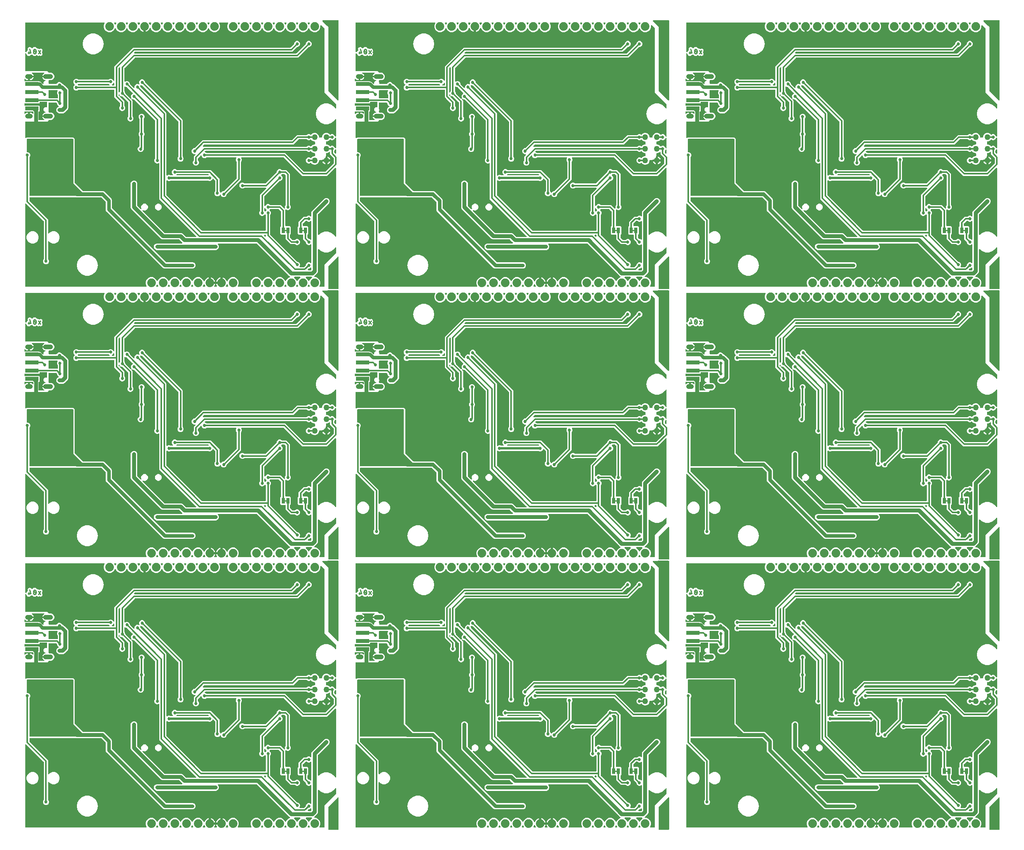
<source format=gbl>
G04 EAGLE Gerber RS-274X export*
G75*
%MOMM*%
%FSLAX34Y34*%
%LPD*%
%INBottom Copper*%
%IPPOS*%
%AMOC8*
5,1,8,0,0,1.08239X$1,22.5*%
G01*
%ADD10C,0.254000*%
%ADD11C,1.270000*%
%ADD12C,1.000000*%
%ADD13R,0.635000X1.270000*%
%ADD14R,3.000000X0.900000*%
%ADD15C,1.879600*%
%ADD16C,0.685800*%
%ADD17C,0.304800*%
%ADD18C,0.762000*%
%ADD19C,0.812800*%
%ADD20C,0.508000*%
%ADD21C,0.203200*%

G36*
X1707834Y4071D02*
X1707834Y4071D01*
X1707884Y4069D01*
X1707991Y4091D01*
X1708101Y4105D01*
X1708147Y4123D01*
X1708195Y4133D01*
X1708294Y4181D01*
X1708396Y4222D01*
X1708436Y4251D01*
X1708481Y4273D01*
X1708565Y4344D01*
X1708654Y4408D01*
X1708685Y4447D01*
X1708723Y4479D01*
X1708786Y4569D01*
X1708856Y4653D01*
X1708878Y4698D01*
X1708906Y4739D01*
X1708945Y4842D01*
X1708992Y4941D01*
X1709001Y4990D01*
X1709019Y5036D01*
X1709031Y5146D01*
X1709052Y5253D01*
X1709049Y5303D01*
X1709054Y5352D01*
X1709039Y5461D01*
X1709032Y5571D01*
X1709017Y5618D01*
X1709010Y5667D01*
X1708958Y5820D01*
X1707133Y10224D01*
X1707133Y15176D01*
X1709028Y19750D01*
X1712530Y23252D01*
X1717104Y25147D01*
X1722056Y25147D01*
X1726630Y23252D01*
X1730132Y19750D01*
X1731107Y17395D01*
X1731176Y17275D01*
X1731241Y17152D01*
X1731255Y17137D01*
X1731265Y17119D01*
X1731362Y17019D01*
X1731455Y16916D01*
X1731472Y16905D01*
X1731486Y16891D01*
X1731605Y16818D01*
X1731721Y16742D01*
X1731740Y16735D01*
X1731757Y16724D01*
X1731890Y16684D01*
X1732022Y16638D01*
X1732042Y16637D01*
X1732061Y16631D01*
X1732200Y16624D01*
X1732339Y16613D01*
X1732359Y16617D01*
X1732379Y16616D01*
X1732515Y16644D01*
X1732652Y16668D01*
X1732671Y16676D01*
X1732690Y16680D01*
X1732816Y16741D01*
X1732942Y16798D01*
X1732958Y16811D01*
X1732976Y16820D01*
X1733082Y16910D01*
X1733190Y16997D01*
X1733203Y17013D01*
X1733218Y17026D01*
X1733298Y17140D01*
X1733382Y17251D01*
X1733394Y17276D01*
X1733401Y17286D01*
X1733408Y17305D01*
X1733453Y17395D01*
X1734428Y19750D01*
X1737930Y23252D01*
X1742504Y25147D01*
X1747456Y25147D01*
X1752030Y23252D01*
X1755532Y19750D01*
X1756507Y17395D01*
X1756576Y17275D01*
X1756641Y17152D01*
X1756655Y17137D01*
X1756665Y17119D01*
X1756762Y17019D01*
X1756855Y16916D01*
X1756872Y16905D01*
X1756886Y16891D01*
X1757005Y16818D01*
X1757121Y16742D01*
X1757140Y16735D01*
X1757157Y16724D01*
X1757290Y16684D01*
X1757422Y16638D01*
X1757442Y16637D01*
X1757461Y16631D01*
X1757600Y16624D01*
X1757739Y16613D01*
X1757759Y16617D01*
X1757779Y16616D01*
X1757915Y16644D01*
X1758052Y16668D01*
X1758071Y16676D01*
X1758090Y16680D01*
X1758216Y16741D01*
X1758342Y16798D01*
X1758358Y16811D01*
X1758376Y16820D01*
X1758482Y16910D01*
X1758590Y16997D01*
X1758603Y17013D01*
X1758618Y17026D01*
X1758698Y17140D01*
X1758782Y17251D01*
X1758794Y17276D01*
X1758801Y17286D01*
X1758808Y17305D01*
X1758853Y17395D01*
X1759828Y19750D01*
X1763330Y23252D01*
X1767904Y25147D01*
X1772856Y25147D01*
X1777430Y23252D01*
X1780932Y19750D01*
X1781907Y17395D01*
X1781976Y17275D01*
X1782041Y17152D01*
X1782055Y17137D01*
X1782065Y17119D01*
X1782162Y17019D01*
X1782255Y16916D01*
X1782272Y16905D01*
X1782286Y16891D01*
X1782405Y16818D01*
X1782521Y16742D01*
X1782540Y16735D01*
X1782557Y16724D01*
X1782690Y16684D01*
X1782822Y16638D01*
X1782842Y16637D01*
X1782861Y16631D01*
X1783000Y16624D01*
X1783139Y16613D01*
X1783159Y16617D01*
X1783179Y16616D01*
X1783315Y16644D01*
X1783452Y16668D01*
X1783471Y16676D01*
X1783490Y16680D01*
X1783616Y16741D01*
X1783742Y16798D01*
X1783758Y16811D01*
X1783776Y16820D01*
X1783882Y16910D01*
X1783990Y16997D01*
X1784003Y17013D01*
X1784018Y17026D01*
X1784098Y17140D01*
X1784182Y17251D01*
X1784194Y17276D01*
X1784201Y17286D01*
X1784208Y17305D01*
X1784253Y17395D01*
X1785228Y19750D01*
X1788730Y23252D01*
X1793304Y25147D01*
X1798256Y25147D01*
X1802830Y23252D01*
X1806332Y19750D01*
X1807307Y17395D01*
X1807376Y17275D01*
X1807441Y17152D01*
X1807455Y17137D01*
X1807465Y17119D01*
X1807562Y17019D01*
X1807655Y16916D01*
X1807672Y16905D01*
X1807686Y16891D01*
X1807805Y16818D01*
X1807921Y16742D01*
X1807940Y16735D01*
X1807957Y16724D01*
X1808090Y16684D01*
X1808222Y16638D01*
X1808242Y16637D01*
X1808261Y16631D01*
X1808400Y16624D01*
X1808539Y16613D01*
X1808559Y16617D01*
X1808579Y16616D01*
X1808715Y16644D01*
X1808852Y16668D01*
X1808871Y16676D01*
X1808890Y16680D01*
X1809016Y16741D01*
X1809142Y16798D01*
X1809158Y16811D01*
X1809176Y16820D01*
X1809282Y16910D01*
X1809390Y16997D01*
X1809403Y17013D01*
X1809418Y17026D01*
X1809498Y17140D01*
X1809582Y17251D01*
X1809594Y17276D01*
X1809601Y17286D01*
X1809608Y17305D01*
X1809653Y17395D01*
X1810628Y19750D01*
X1814130Y23252D01*
X1818704Y25147D01*
X1823656Y25147D01*
X1828230Y23252D01*
X1831732Y19750D01*
X1832985Y16725D01*
X1833000Y16699D01*
X1833009Y16670D01*
X1833079Y16561D01*
X1833143Y16448D01*
X1833164Y16427D01*
X1833180Y16402D01*
X1833274Y16313D01*
X1833364Y16220D01*
X1833390Y16204D01*
X1833411Y16184D01*
X1833525Y16121D01*
X1833635Y16054D01*
X1833664Y16045D01*
X1833690Y16031D01*
X1833815Y15998D01*
X1833939Y15960D01*
X1833969Y15959D01*
X1833998Y15951D01*
X1834128Y15951D01*
X1834257Y15945D01*
X1834286Y15951D01*
X1834316Y15951D01*
X1834441Y15983D01*
X1834568Y16009D01*
X1834595Y16022D01*
X1834624Y16030D01*
X1834737Y16092D01*
X1834854Y16149D01*
X1834877Y16168D01*
X1834903Y16183D01*
X1834997Y16271D01*
X1835096Y16355D01*
X1835113Y16380D01*
X1835135Y16400D01*
X1835204Y16509D01*
X1835279Y16615D01*
X1835290Y16643D01*
X1835306Y16669D01*
X1835365Y16818D01*
X1835516Y17283D01*
X1836369Y18957D01*
X1837474Y20478D01*
X1838802Y21806D01*
X1840323Y22911D01*
X1841997Y23764D01*
X1843784Y24345D01*
X1844041Y24385D01*
X1844041Y13970D01*
X1844056Y13852D01*
X1844063Y13733D01*
X1844076Y13695D01*
X1844081Y13655D01*
X1844124Y13544D01*
X1844161Y13431D01*
X1844183Y13397D01*
X1844198Y13359D01*
X1844268Y13263D01*
X1844331Y13162D01*
X1844361Y13134D01*
X1844384Y13102D01*
X1844476Y13026D01*
X1844563Y12944D01*
X1844598Y12925D01*
X1844629Y12899D01*
X1844737Y12848D01*
X1844841Y12791D01*
X1844881Y12780D01*
X1844917Y12763D01*
X1845034Y12741D01*
X1845149Y12711D01*
X1845210Y12707D01*
X1845230Y12703D01*
X1845250Y12705D01*
X1845310Y12701D01*
X1846581Y12701D01*
X1846581Y11430D01*
X1846596Y11312D01*
X1846603Y11193D01*
X1846616Y11155D01*
X1846621Y11114D01*
X1846665Y11004D01*
X1846701Y10891D01*
X1846723Y10856D01*
X1846738Y10819D01*
X1846808Y10723D01*
X1846871Y10622D01*
X1846901Y10594D01*
X1846925Y10561D01*
X1847016Y10486D01*
X1847103Y10404D01*
X1847138Y10384D01*
X1847170Y10359D01*
X1847277Y10308D01*
X1847382Y10250D01*
X1847421Y10240D01*
X1847457Y10223D01*
X1847574Y10201D01*
X1847689Y10171D01*
X1847750Y10167D01*
X1847770Y10163D01*
X1847790Y10165D01*
X1847850Y10161D01*
X1858678Y10161D01*
X1858669Y10157D01*
X1858605Y10111D01*
X1858535Y10072D01*
X1858477Y10018D01*
X1858412Y9971D01*
X1858361Y9909D01*
X1858303Y9855D01*
X1858260Y9787D01*
X1858209Y9726D01*
X1858175Y9654D01*
X1858132Y9587D01*
X1858074Y9439D01*
X1858073Y9438D01*
X1858073Y9437D01*
X1857644Y8117D01*
X1856791Y6443D01*
X1856527Y6080D01*
X1856508Y6045D01*
X1856483Y6015D01*
X1856432Y5906D01*
X1856374Y5801D01*
X1856364Y5763D01*
X1856347Y5727D01*
X1856325Y5609D01*
X1856295Y5493D01*
X1856295Y5454D01*
X1856288Y5414D01*
X1856295Y5295D01*
X1856295Y5175D01*
X1856305Y5137D01*
X1856307Y5097D01*
X1856344Y4983D01*
X1856374Y4867D01*
X1856393Y4832D01*
X1856405Y4795D01*
X1856469Y4694D01*
X1856527Y4589D01*
X1856554Y4559D01*
X1856575Y4526D01*
X1856663Y4444D01*
X1856745Y4357D01*
X1856778Y4335D01*
X1856807Y4308D01*
X1856912Y4250D01*
X1857013Y4186D01*
X1857051Y4174D01*
X1857086Y4154D01*
X1857201Y4125D01*
X1857315Y4087D01*
X1857355Y4085D01*
X1857394Y4075D01*
X1857554Y4065D01*
X1861006Y4065D01*
X1861045Y4070D01*
X1861085Y4067D01*
X1861203Y4090D01*
X1861321Y4105D01*
X1861358Y4119D01*
X1861397Y4127D01*
X1861506Y4178D01*
X1861617Y4222D01*
X1861649Y4245D01*
X1861685Y4262D01*
X1861777Y4338D01*
X1861874Y4408D01*
X1861900Y4439D01*
X1861930Y4464D01*
X1862001Y4561D01*
X1862077Y4653D01*
X1862094Y4689D01*
X1862118Y4722D01*
X1862162Y4833D01*
X1862213Y4941D01*
X1862220Y4980D01*
X1862235Y5017D01*
X1862250Y5136D01*
X1862272Y5253D01*
X1862270Y5293D01*
X1862275Y5333D01*
X1862260Y5452D01*
X1862253Y5571D01*
X1862240Y5609D01*
X1862235Y5648D01*
X1862192Y5760D01*
X1862155Y5873D01*
X1862133Y5907D01*
X1862119Y5944D01*
X1862033Y6080D01*
X1861769Y6443D01*
X1860916Y8117D01*
X1860487Y9437D01*
X1860453Y9509D01*
X1860429Y9585D01*
X1860386Y9652D01*
X1860352Y9725D01*
X1860301Y9786D01*
X1860258Y9853D01*
X1860200Y9908D01*
X1860149Y9970D01*
X1860085Y10017D01*
X1860027Y10071D01*
X1859957Y10110D01*
X1859892Y10157D01*
X1859882Y10161D01*
X1870710Y10161D01*
X1870828Y10176D01*
X1870947Y10183D01*
X1870985Y10196D01*
X1871025Y10201D01*
X1871136Y10244D01*
X1871249Y10281D01*
X1871283Y10303D01*
X1871321Y10318D01*
X1871417Y10388D01*
X1871518Y10451D01*
X1871546Y10481D01*
X1871578Y10504D01*
X1871654Y10596D01*
X1871736Y10683D01*
X1871755Y10718D01*
X1871781Y10749D01*
X1871832Y10857D01*
X1871889Y10961D01*
X1871900Y11001D01*
X1871917Y11037D01*
X1871939Y11154D01*
X1871969Y11269D01*
X1871973Y11330D01*
X1871977Y11350D01*
X1871975Y11370D01*
X1871979Y11430D01*
X1871979Y12701D01*
X1873250Y12701D01*
X1873368Y12716D01*
X1873487Y12723D01*
X1873525Y12736D01*
X1873565Y12741D01*
X1873676Y12785D01*
X1873789Y12821D01*
X1873824Y12843D01*
X1873861Y12858D01*
X1873957Y12928D01*
X1874058Y12991D01*
X1874086Y13021D01*
X1874119Y13045D01*
X1874194Y13136D01*
X1874276Y13223D01*
X1874296Y13258D01*
X1874321Y13290D01*
X1874372Y13397D01*
X1874430Y13502D01*
X1874440Y13541D01*
X1874457Y13577D01*
X1874479Y13694D01*
X1874509Y13809D01*
X1874513Y13870D01*
X1874517Y13890D01*
X1874515Y13910D01*
X1874519Y13970D01*
X1874519Y24385D01*
X1874776Y24345D01*
X1876563Y23764D01*
X1878237Y22911D01*
X1879758Y21806D01*
X1881086Y20478D01*
X1882191Y18957D01*
X1883044Y17283D01*
X1883195Y16818D01*
X1883208Y16791D01*
X1883215Y16762D01*
X1883275Y16648D01*
X1883330Y16530D01*
X1883349Y16507D01*
X1883363Y16481D01*
X1883450Y16385D01*
X1883533Y16285D01*
X1883557Y16268D01*
X1883577Y16246D01*
X1883686Y16174D01*
X1883790Y16098D01*
X1883818Y16087D01*
X1883843Y16071D01*
X1883966Y16029D01*
X1884086Y15981D01*
X1884116Y15977D01*
X1884144Y15968D01*
X1884273Y15957D01*
X1884401Y15941D01*
X1884431Y15945D01*
X1884461Y15942D01*
X1884589Y15965D01*
X1884717Y15981D01*
X1884745Y15992D01*
X1884774Y15997D01*
X1884892Y16050D01*
X1885013Y16098D01*
X1885037Y16115D01*
X1885064Y16127D01*
X1885165Y16208D01*
X1885270Y16284D01*
X1885289Y16307D01*
X1885313Y16326D01*
X1885391Y16430D01*
X1885473Y16529D01*
X1885486Y16556D01*
X1885504Y16580D01*
X1885575Y16725D01*
X1886828Y19750D01*
X1890330Y23252D01*
X1894904Y25147D01*
X1899856Y25147D01*
X1904430Y23252D01*
X1907932Y19750D01*
X1909827Y15176D01*
X1909827Y10224D01*
X1908002Y5820D01*
X1907989Y5772D01*
X1907968Y5727D01*
X1907947Y5619D01*
X1907918Y5513D01*
X1907918Y5463D01*
X1907908Y5414D01*
X1907915Y5305D01*
X1907913Y5195D01*
X1907925Y5147D01*
X1907928Y5097D01*
X1907962Y4993D01*
X1907987Y4886D01*
X1908011Y4842D01*
X1908026Y4795D01*
X1908085Y4702D01*
X1908136Y4605D01*
X1908170Y4568D01*
X1908196Y4526D01*
X1908276Y4451D01*
X1908350Y4369D01*
X1908392Y4342D01*
X1908428Y4308D01*
X1908524Y4255D01*
X1908616Y4195D01*
X1908663Y4178D01*
X1908706Y4154D01*
X1908813Y4127D01*
X1908917Y4091D01*
X1908966Y4087D01*
X1909014Y4075D01*
X1909175Y4065D01*
X1936385Y4065D01*
X1936434Y4071D01*
X1936484Y4069D01*
X1936591Y4091D01*
X1936701Y4105D01*
X1936747Y4123D01*
X1936795Y4133D01*
X1936894Y4181D01*
X1936996Y4222D01*
X1937036Y4251D01*
X1937081Y4273D01*
X1937165Y4344D01*
X1937254Y4408D01*
X1937285Y4447D01*
X1937323Y4479D01*
X1937386Y4569D01*
X1937456Y4653D01*
X1937478Y4698D01*
X1937506Y4739D01*
X1937545Y4842D01*
X1937592Y4941D01*
X1937601Y4990D01*
X1937619Y5036D01*
X1937631Y5146D01*
X1937652Y5253D01*
X1937649Y5303D01*
X1937654Y5352D01*
X1937639Y5461D01*
X1937632Y5571D01*
X1937617Y5618D01*
X1937610Y5667D01*
X1937558Y5820D01*
X1935733Y10224D01*
X1935733Y15176D01*
X1937628Y19750D01*
X1941130Y23252D01*
X1945704Y25147D01*
X1950656Y25147D01*
X1955230Y23252D01*
X1958732Y19750D01*
X1959707Y17395D01*
X1959776Y17275D01*
X1959841Y17152D01*
X1959855Y17137D01*
X1959865Y17119D01*
X1959962Y17019D01*
X1960055Y16916D01*
X1960072Y16905D01*
X1960086Y16891D01*
X1960204Y16818D01*
X1960321Y16742D01*
X1960340Y16735D01*
X1960357Y16724D01*
X1960490Y16684D01*
X1960622Y16638D01*
X1960642Y16637D01*
X1960661Y16631D01*
X1960800Y16624D01*
X1960939Y16613D01*
X1960959Y16617D01*
X1960979Y16616D01*
X1961115Y16644D01*
X1961252Y16668D01*
X1961271Y16676D01*
X1961290Y16680D01*
X1961415Y16741D01*
X1961542Y16798D01*
X1961558Y16811D01*
X1961576Y16820D01*
X1961682Y16910D01*
X1961790Y16997D01*
X1961803Y17013D01*
X1961818Y17026D01*
X1961898Y17140D01*
X1961982Y17251D01*
X1961994Y17276D01*
X1962001Y17286D01*
X1962008Y17305D01*
X1962053Y17395D01*
X1963028Y19750D01*
X1966530Y23252D01*
X1971104Y25147D01*
X1976056Y25147D01*
X1980630Y23252D01*
X1984132Y19750D01*
X1985107Y17395D01*
X1985176Y17275D01*
X1985241Y17152D01*
X1985255Y17137D01*
X1985265Y17119D01*
X1985362Y17019D01*
X1985455Y16916D01*
X1985472Y16905D01*
X1985486Y16891D01*
X1985604Y16818D01*
X1985721Y16742D01*
X1985740Y16735D01*
X1985757Y16724D01*
X1985890Y16684D01*
X1986022Y16638D01*
X1986042Y16637D01*
X1986061Y16631D01*
X1986200Y16624D01*
X1986339Y16613D01*
X1986359Y16617D01*
X1986379Y16616D01*
X1986515Y16644D01*
X1986652Y16668D01*
X1986671Y16676D01*
X1986690Y16680D01*
X1986815Y16741D01*
X1986942Y16798D01*
X1986958Y16811D01*
X1986976Y16820D01*
X1987082Y16910D01*
X1987190Y16997D01*
X1987203Y17013D01*
X1987218Y17026D01*
X1987298Y17140D01*
X1987382Y17251D01*
X1987394Y17276D01*
X1987401Y17286D01*
X1987408Y17305D01*
X1987453Y17395D01*
X1988428Y19750D01*
X1991930Y23252D01*
X1996504Y25147D01*
X2001456Y25147D01*
X2006030Y23252D01*
X2009532Y19750D01*
X2010507Y17395D01*
X2010576Y17275D01*
X2010641Y17152D01*
X2010655Y17137D01*
X2010665Y17119D01*
X2010762Y17019D01*
X2010855Y16916D01*
X2010872Y16905D01*
X2010886Y16891D01*
X2011004Y16818D01*
X2011121Y16742D01*
X2011140Y16735D01*
X2011157Y16724D01*
X2011290Y16684D01*
X2011422Y16638D01*
X2011442Y16637D01*
X2011461Y16631D01*
X2011600Y16624D01*
X2011739Y16613D01*
X2011759Y16617D01*
X2011779Y16616D01*
X2011915Y16644D01*
X2012052Y16668D01*
X2012071Y16676D01*
X2012090Y16680D01*
X2012215Y16741D01*
X2012342Y16798D01*
X2012358Y16811D01*
X2012376Y16820D01*
X2012482Y16910D01*
X2012590Y16997D01*
X2012603Y17013D01*
X2012618Y17026D01*
X2012698Y17140D01*
X2012782Y17251D01*
X2012794Y17276D01*
X2012801Y17286D01*
X2012808Y17305D01*
X2012853Y17395D01*
X2013828Y19750D01*
X2017330Y23252D01*
X2020522Y24574D01*
X2020642Y24643D01*
X2020765Y24708D01*
X2020780Y24722D01*
X2020798Y24732D01*
X2020898Y24829D01*
X2021001Y24922D01*
X2021012Y24939D01*
X2021026Y24953D01*
X2021099Y25072D01*
X2021176Y25188D01*
X2021182Y25207D01*
X2021193Y25224D01*
X2021234Y25357D01*
X2021279Y25489D01*
X2021280Y25509D01*
X2021286Y25528D01*
X2021293Y25667D01*
X2021304Y25806D01*
X2021300Y25825D01*
X2021301Y25846D01*
X2021273Y25982D01*
X2021250Y26119D01*
X2021241Y26137D01*
X2021237Y26157D01*
X2021176Y26283D01*
X2021119Y26409D01*
X2021106Y26425D01*
X2021097Y26443D01*
X2021007Y26549D01*
X2020920Y26657D01*
X2020904Y26669D01*
X2020891Y26685D01*
X2020778Y26765D01*
X2020666Y26849D01*
X2020641Y26861D01*
X2020631Y26868D01*
X2020612Y26875D01*
X2020522Y26919D01*
X2020351Y26990D01*
X1949416Y97926D01*
X1949337Y97986D01*
X1949265Y98054D01*
X1949212Y98083D01*
X1949164Y98120D01*
X1949073Y98160D01*
X1948987Y98208D01*
X1948928Y98223D01*
X1948872Y98247D01*
X1948774Y98262D01*
X1948679Y98287D01*
X1948579Y98293D01*
X1948558Y98297D01*
X1948546Y98295D01*
X1948518Y98297D01*
X1865286Y98297D01*
X1865148Y98280D01*
X1865009Y98267D01*
X1864990Y98260D01*
X1864970Y98257D01*
X1864841Y98206D01*
X1864710Y98159D01*
X1864693Y98148D01*
X1864675Y98140D01*
X1864562Y98059D01*
X1864447Y97981D01*
X1864434Y97965D01*
X1864417Y97954D01*
X1864328Y97846D01*
X1864237Y97742D01*
X1864227Y97724D01*
X1864214Y97709D01*
X1864155Y97583D01*
X1864092Y97459D01*
X1864088Y97439D01*
X1864079Y97421D01*
X1864053Y97284D01*
X1864022Y97149D01*
X1864023Y97128D01*
X1864019Y97109D01*
X1864028Y96970D01*
X1864032Y96831D01*
X1864038Y96811D01*
X1864039Y96791D01*
X1864082Y96659D01*
X1864120Y96525D01*
X1864131Y96508D01*
X1864137Y96489D01*
X1864211Y96371D01*
X1864282Y96251D01*
X1864301Y96230D01*
X1864307Y96220D01*
X1864322Y96206D01*
X1864388Y96131D01*
X1865180Y95339D01*
X1866263Y92725D01*
X1866263Y89895D01*
X1865180Y87281D01*
X1863179Y85280D01*
X1860565Y84197D01*
X1730735Y84197D01*
X1728121Y85280D01*
X1726120Y87281D01*
X1725037Y89895D01*
X1725037Y92725D01*
X1726120Y95339D01*
X1728121Y97340D01*
X1730735Y98423D01*
X1785834Y98423D01*
X1785972Y98440D01*
X1786111Y98453D01*
X1786130Y98460D01*
X1786150Y98463D01*
X1786279Y98514D01*
X1786410Y98561D01*
X1786427Y98572D01*
X1786445Y98580D01*
X1786558Y98661D01*
X1786673Y98739D01*
X1786686Y98755D01*
X1786703Y98766D01*
X1786792Y98874D01*
X1786883Y98978D01*
X1786893Y98996D01*
X1786906Y99011D01*
X1786965Y99137D01*
X1787028Y99261D01*
X1787032Y99281D01*
X1787041Y99299D01*
X1787067Y99436D01*
X1787098Y99571D01*
X1787097Y99592D01*
X1787101Y99611D01*
X1787092Y99750D01*
X1787088Y99889D01*
X1787082Y99909D01*
X1787081Y99929D01*
X1787038Y100061D01*
X1787000Y100195D01*
X1786989Y100212D01*
X1786983Y100231D01*
X1786909Y100349D01*
X1786838Y100469D01*
X1786819Y100490D01*
X1786813Y100500D01*
X1786798Y100514D01*
X1786732Y100589D01*
X1785762Y101559D01*
X1780506Y106816D01*
X1780427Y106876D01*
X1780355Y106944D01*
X1780302Y106973D01*
X1780254Y107010D01*
X1780163Y107050D01*
X1780077Y107098D01*
X1780018Y107113D01*
X1779962Y107137D01*
X1779864Y107152D01*
X1779769Y107177D01*
X1779669Y107183D01*
X1779648Y107187D01*
X1779636Y107185D01*
X1779608Y107187D01*
X1743565Y107187D01*
X1740951Y108270D01*
X1738772Y110449D01*
X1738772Y110450D01*
X1675450Y173771D01*
X1674367Y176385D01*
X1674367Y230015D01*
X1675450Y232629D01*
X1677451Y234630D01*
X1680065Y235713D01*
X1682895Y235713D01*
X1685509Y234630D01*
X1687510Y232629D01*
X1688593Y230015D01*
X1688593Y181272D01*
X1688605Y181174D01*
X1688608Y181075D01*
X1688625Y181016D01*
X1688633Y180956D01*
X1688669Y180864D01*
X1688697Y180769D01*
X1688727Y180717D01*
X1688750Y180661D01*
X1688808Y180581D01*
X1688858Y180495D01*
X1688924Y180420D01*
X1688936Y180403D01*
X1688946Y180396D01*
X1688964Y180374D01*
X1695803Y173536D01*
X1695858Y173493D01*
X1695907Y173443D01*
X1695983Y173396D01*
X1696054Y173341D01*
X1696119Y173313D01*
X1696178Y173277D01*
X1696264Y173250D01*
X1696346Y173214D01*
X1696415Y173203D01*
X1696482Y173183D01*
X1696571Y173179D01*
X1696660Y173165D01*
X1696730Y173171D01*
X1696800Y173168D01*
X1696887Y173186D01*
X1696977Y173194D01*
X1697043Y173218D01*
X1697111Y173232D01*
X1697192Y173272D01*
X1697276Y173302D01*
X1697334Y173341D01*
X1697397Y173372D01*
X1697465Y173430D01*
X1697539Y173481D01*
X1697586Y173533D01*
X1697639Y173578D01*
X1697690Y173652D01*
X1697750Y173719D01*
X1697782Y173781D01*
X1697822Y173838D01*
X1697854Y173922D01*
X1697894Y174002D01*
X1697910Y174070D01*
X1697935Y174136D01*
X1697944Y174225D01*
X1697964Y174313D01*
X1697962Y174382D01*
X1697970Y174452D01*
X1697957Y174541D01*
X1697954Y174630D01*
X1697935Y174698D01*
X1697925Y174767D01*
X1697873Y174919D01*
X1697281Y176348D01*
X1697281Y179252D01*
X1698392Y181934D01*
X1700446Y183988D01*
X1703128Y185099D01*
X1706032Y185099D01*
X1708714Y183988D01*
X1710768Y181934D01*
X1711879Y179252D01*
X1711879Y176348D01*
X1710768Y173666D01*
X1708714Y171612D01*
X1706032Y170501D01*
X1703128Y170501D01*
X1701699Y171093D01*
X1701632Y171112D01*
X1701568Y171139D01*
X1701479Y171154D01*
X1701392Y171177D01*
X1701323Y171178D01*
X1701254Y171189D01*
X1701164Y171181D01*
X1701074Y171182D01*
X1701006Y171166D01*
X1700937Y171159D01*
X1700852Y171129D01*
X1700765Y171108D01*
X1700703Y171075D01*
X1700638Y171052D01*
X1700563Y171001D01*
X1700484Y170959D01*
X1700432Y170912D01*
X1700374Y170873D01*
X1700315Y170806D01*
X1700249Y170745D01*
X1700210Y170687D01*
X1700164Y170635D01*
X1700123Y170555D01*
X1700074Y170480D01*
X1700051Y170414D01*
X1700019Y170352D01*
X1700000Y170264D01*
X1699971Y170179D01*
X1699965Y170109D01*
X1699950Y170041D01*
X1699952Y169952D01*
X1699945Y169862D01*
X1699957Y169793D01*
X1699959Y169723D01*
X1699984Y169637D01*
X1700000Y169549D01*
X1700028Y169485D01*
X1700048Y169418D01*
X1700093Y169341D01*
X1700130Y169259D01*
X1700174Y169204D01*
X1700209Y169144D01*
X1700316Y169023D01*
X1747554Y121784D01*
X1747633Y121724D01*
X1747705Y121656D01*
X1747758Y121627D01*
X1747806Y121590D01*
X1747897Y121550D01*
X1747983Y121502D01*
X1748042Y121487D01*
X1748098Y121463D01*
X1748195Y121448D01*
X1748291Y121423D01*
X1748391Y121417D01*
X1748412Y121413D01*
X1748424Y121415D01*
X1748452Y121413D01*
X1784495Y121413D01*
X1787109Y120330D01*
X1794544Y112894D01*
X1794623Y112834D01*
X1794695Y112766D01*
X1794748Y112737D01*
X1794796Y112700D01*
X1794887Y112660D01*
X1794973Y112612D01*
X1795032Y112597D01*
X1795088Y112573D01*
X1795186Y112558D01*
X1795281Y112533D01*
X1795381Y112527D01*
X1795402Y112523D01*
X1795414Y112525D01*
X1795442Y112523D01*
X1815966Y112523D01*
X1816104Y112540D01*
X1816243Y112553D01*
X1816262Y112560D01*
X1816282Y112563D01*
X1816411Y112614D01*
X1816542Y112661D01*
X1816559Y112672D01*
X1816577Y112680D01*
X1816690Y112761D01*
X1816805Y112839D01*
X1816818Y112855D01*
X1816835Y112866D01*
X1816924Y112974D01*
X1817015Y113078D01*
X1817025Y113096D01*
X1817038Y113111D01*
X1817097Y113237D01*
X1817160Y113361D01*
X1817165Y113381D01*
X1817173Y113399D01*
X1817199Y113535D01*
X1817230Y113671D01*
X1817229Y113692D01*
X1817233Y113711D01*
X1817224Y113849D01*
X1817220Y113989D01*
X1817214Y114009D01*
X1817213Y114029D01*
X1817170Y114161D01*
X1817132Y114295D01*
X1817121Y114312D01*
X1817115Y114331D01*
X1817041Y114449D01*
X1816970Y114569D01*
X1816952Y114590D01*
X1816945Y114600D01*
X1816930Y114614D01*
X1816864Y114689D01*
X1736597Y194956D01*
X1736597Y272277D01*
X1736591Y272327D01*
X1736593Y272376D01*
X1736571Y272484D01*
X1736557Y272593D01*
X1736539Y272639D01*
X1736529Y272688D01*
X1736481Y272786D01*
X1736440Y272888D01*
X1736411Y272929D01*
X1736389Y272973D01*
X1736318Y273057D01*
X1736254Y273146D01*
X1736215Y273178D01*
X1736183Y273215D01*
X1736093Y273279D01*
X1736009Y273349D01*
X1735964Y273370D01*
X1735923Y273398D01*
X1735820Y273437D01*
X1735721Y273484D01*
X1735672Y273493D01*
X1735626Y273511D01*
X1735516Y273523D01*
X1735409Y273544D01*
X1735359Y273541D01*
X1735310Y273546D01*
X1735201Y273531D01*
X1735091Y273524D01*
X1735044Y273509D01*
X1734995Y273502D01*
X1734842Y273450D01*
X1733569Y272922D01*
X1730991Y272922D01*
X1728611Y273908D01*
X1726788Y275731D01*
X1725802Y278111D01*
X1725802Y280689D01*
X1726788Y283069D01*
X1727336Y283616D01*
X1727396Y283695D01*
X1727464Y283767D01*
X1727493Y283820D01*
X1727530Y283868D01*
X1727570Y283959D01*
X1727618Y284045D01*
X1727633Y284104D01*
X1727657Y284160D01*
X1727672Y284258D01*
X1727697Y284353D01*
X1727703Y284453D01*
X1727707Y284474D01*
X1727705Y284486D01*
X1727707Y284514D01*
X1727707Y365880D01*
X1727695Y365978D01*
X1727692Y366077D01*
X1727675Y366136D01*
X1727667Y366196D01*
X1727631Y366288D01*
X1727603Y366383D01*
X1727573Y366435D01*
X1727550Y366491D01*
X1727492Y366571D01*
X1727442Y366657D01*
X1727376Y366732D01*
X1727364Y366749D01*
X1727354Y366757D01*
X1727336Y366778D01*
X1681863Y412251D01*
X1681784Y412311D01*
X1681712Y412379D01*
X1681659Y412408D01*
X1681611Y412445D01*
X1681520Y412485D01*
X1681434Y412533D01*
X1681375Y412548D01*
X1681320Y412572D01*
X1681222Y412587D01*
X1681126Y412612D01*
X1681026Y412618D01*
X1681005Y412622D01*
X1680993Y412620D01*
X1680965Y412622D01*
X1680191Y412622D01*
X1677864Y413587D01*
X1677796Y413605D01*
X1677732Y413633D01*
X1677643Y413647D01*
X1677557Y413670D01*
X1677487Y413672D01*
X1677418Y413683D01*
X1677329Y413674D01*
X1677239Y413676D01*
X1677171Y413659D01*
X1677102Y413653D01*
X1677017Y413622D01*
X1676930Y413601D01*
X1676868Y413569D01*
X1676802Y413545D01*
X1676728Y413495D01*
X1676649Y413453D01*
X1676597Y413406D01*
X1676539Y413367D01*
X1676480Y413299D01*
X1676413Y413239D01*
X1676375Y413180D01*
X1676329Y413128D01*
X1676288Y413048D01*
X1676238Y412973D01*
X1676216Y412907D01*
X1676184Y412845D01*
X1676164Y412757D01*
X1676135Y412672D01*
X1676130Y412603D01*
X1676114Y412535D01*
X1676117Y412445D01*
X1676110Y412355D01*
X1676122Y412286D01*
X1676124Y412217D01*
X1676149Y412130D01*
X1676164Y412042D01*
X1676193Y411978D01*
X1676212Y411911D01*
X1676258Y411834D01*
X1676295Y411752D01*
X1676339Y411697D01*
X1676374Y411637D01*
X1676480Y411516D01*
X1678433Y409564D01*
X1678433Y375954D01*
X1678445Y375856D01*
X1678448Y375757D01*
X1678465Y375698D01*
X1678473Y375638D01*
X1678509Y375546D01*
X1678537Y375451D01*
X1678567Y375399D01*
X1678590Y375343D01*
X1678648Y375263D01*
X1678698Y375177D01*
X1678764Y375102D01*
X1678776Y375085D01*
X1678786Y375077D01*
X1678805Y375056D01*
X1679352Y374509D01*
X1680338Y372129D01*
X1680338Y369551D01*
X1679352Y367171D01*
X1677529Y365348D01*
X1675149Y364362D01*
X1672571Y364362D01*
X1670191Y365348D01*
X1668368Y367171D01*
X1667382Y369551D01*
X1667382Y372129D01*
X1668368Y374509D01*
X1668915Y375056D01*
X1668976Y375135D01*
X1669044Y375207D01*
X1669073Y375260D01*
X1669110Y375308D01*
X1669150Y375399D01*
X1669198Y375485D01*
X1669213Y375544D01*
X1669237Y375599D01*
X1669252Y375698D01*
X1669277Y375793D01*
X1669283Y375893D01*
X1669287Y375914D01*
X1669285Y375926D01*
X1669287Y375954D01*
X1669287Y405250D01*
X1669275Y405348D01*
X1669272Y405447D01*
X1669255Y405506D01*
X1669247Y405566D01*
X1669211Y405658D01*
X1669183Y405753D01*
X1669153Y405805D01*
X1669130Y405861D01*
X1669072Y405941D01*
X1669022Y406027D01*
X1668956Y406102D01*
X1668944Y406119D01*
X1668934Y406127D01*
X1668916Y406148D01*
X1656463Y418601D01*
X1656384Y418661D01*
X1656312Y418729D01*
X1656259Y418758D01*
X1656211Y418795D01*
X1656120Y418835D01*
X1656034Y418883D01*
X1655975Y418898D01*
X1655920Y418922D01*
X1655822Y418937D01*
X1655726Y418962D01*
X1655626Y418968D01*
X1655605Y418972D01*
X1655593Y418970D01*
X1655565Y418972D01*
X1654791Y418972D01*
X1652464Y419936D01*
X1652396Y419955D01*
X1652332Y419983D01*
X1652243Y419997D01*
X1652157Y420020D01*
X1652087Y420022D01*
X1652018Y420032D01*
X1651929Y420024D01*
X1651839Y420025D01*
X1651771Y420009D01*
X1651702Y420003D01*
X1651617Y419972D01*
X1651530Y419951D01*
X1651468Y419919D01*
X1651402Y419895D01*
X1651328Y419845D01*
X1651249Y419803D01*
X1651197Y419756D01*
X1651139Y419716D01*
X1651080Y419649D01*
X1651013Y419589D01*
X1650975Y419530D01*
X1650929Y419478D01*
X1650888Y419398D01*
X1650838Y419323D01*
X1650816Y419257D01*
X1650784Y419195D01*
X1650764Y419107D01*
X1650735Y419022D01*
X1650730Y418953D01*
X1650714Y418885D01*
X1650717Y418795D01*
X1650710Y418705D01*
X1650722Y418636D01*
X1650724Y418567D01*
X1650749Y418480D01*
X1650764Y418392D01*
X1650793Y418328D01*
X1650812Y418261D01*
X1650858Y418184D01*
X1650895Y418102D01*
X1650939Y418047D01*
X1650974Y417987D01*
X1651080Y417866D01*
X1660653Y408294D01*
X1660653Y398814D01*
X1660665Y398716D01*
X1660668Y398617D01*
X1660685Y398558D01*
X1660693Y398498D01*
X1660729Y398406D01*
X1660757Y398311D01*
X1660787Y398259D01*
X1660810Y398203D01*
X1660868Y398123D01*
X1660918Y398037D01*
X1660984Y397962D01*
X1660996Y397945D01*
X1661006Y397938D01*
X1661024Y397916D01*
X1661572Y397369D01*
X1662558Y394989D01*
X1662558Y392411D01*
X1661572Y390031D01*
X1659749Y388208D01*
X1657369Y387222D01*
X1654791Y387222D01*
X1652411Y388208D01*
X1650588Y390031D01*
X1649602Y392411D01*
X1649602Y394989D01*
X1650588Y397369D01*
X1651136Y397916D01*
X1651196Y397995D01*
X1651264Y398067D01*
X1651293Y398120D01*
X1651330Y398168D01*
X1651370Y398259D01*
X1651418Y398345D01*
X1651433Y398404D01*
X1651457Y398460D01*
X1651472Y398558D01*
X1651497Y398653D01*
X1651503Y398753D01*
X1651507Y398774D01*
X1651505Y398786D01*
X1651507Y398814D01*
X1651507Y403980D01*
X1651495Y404078D01*
X1651492Y404177D01*
X1651475Y404236D01*
X1651467Y404296D01*
X1651431Y404388D01*
X1651403Y404483D01*
X1651373Y404535D01*
X1651350Y404591D01*
X1651292Y404671D01*
X1651242Y404757D01*
X1651176Y404832D01*
X1651164Y404849D01*
X1651154Y404857D01*
X1651136Y404878D01*
X1638807Y417206D01*
X1638807Y432308D01*
X1638792Y432426D01*
X1638785Y432545D01*
X1638772Y432583D01*
X1638767Y432624D01*
X1638724Y432734D01*
X1638687Y432847D01*
X1638665Y432882D01*
X1638650Y432919D01*
X1638581Y433015D01*
X1638517Y433116D01*
X1638487Y433144D01*
X1638464Y433177D01*
X1638372Y433253D01*
X1638285Y433334D01*
X1638250Y433354D01*
X1638219Y433379D01*
X1638111Y433430D01*
X1638007Y433488D01*
X1637967Y433498D01*
X1637931Y433515D01*
X1637814Y433537D01*
X1637699Y433567D01*
X1637639Y433571D01*
X1637619Y433575D01*
X1637598Y433573D01*
X1637538Y433577D01*
X1560864Y433577D01*
X1560766Y433565D01*
X1560667Y433562D01*
X1560608Y433545D01*
X1560548Y433537D01*
X1560456Y433501D01*
X1560361Y433473D01*
X1560309Y433443D01*
X1560253Y433420D01*
X1560173Y433362D01*
X1560087Y433312D01*
X1560012Y433246D01*
X1559995Y433234D01*
X1559988Y433224D01*
X1559966Y433206D01*
X1559419Y432658D01*
X1557039Y431672D01*
X1554461Y431672D01*
X1552081Y432658D01*
X1550258Y434481D01*
X1549272Y436861D01*
X1549272Y439439D01*
X1550258Y441819D01*
X1552042Y443603D01*
X1552115Y443697D01*
X1552193Y443786D01*
X1552212Y443822D01*
X1552237Y443854D01*
X1552284Y443963D01*
X1552338Y444069D01*
X1552347Y444108D01*
X1552363Y444146D01*
X1552382Y444263D01*
X1552408Y444379D01*
X1552406Y444420D01*
X1552413Y444460D01*
X1552402Y444578D01*
X1552398Y444697D01*
X1552387Y444736D01*
X1552383Y444776D01*
X1552343Y444888D01*
X1552310Y445003D01*
X1552289Y445038D01*
X1552275Y445076D01*
X1552208Y445174D01*
X1552148Y445277D01*
X1552108Y445322D01*
X1552097Y445339D01*
X1552081Y445352D01*
X1552042Y445398D01*
X1550258Y447181D01*
X1549272Y449561D01*
X1549272Y452139D01*
X1550258Y454519D01*
X1552081Y456342D01*
X1554461Y457328D01*
X1557039Y457328D01*
X1559419Y456342D01*
X1559966Y455794D01*
X1560045Y455734D01*
X1560117Y455666D01*
X1560170Y455637D01*
X1560218Y455600D01*
X1560309Y455560D01*
X1560395Y455512D01*
X1560454Y455497D01*
X1560510Y455473D01*
X1560608Y455458D01*
X1560703Y455433D01*
X1560803Y455427D01*
X1560824Y455423D01*
X1560836Y455425D01*
X1560864Y455423D01*
X1625566Y455423D01*
X1625664Y455435D01*
X1625763Y455438D01*
X1625822Y455455D01*
X1625882Y455463D01*
X1625974Y455499D01*
X1626069Y455527D01*
X1626121Y455557D01*
X1626177Y455580D01*
X1626257Y455638D01*
X1626343Y455688D01*
X1626418Y455754D01*
X1626435Y455766D01*
X1626442Y455776D01*
X1626464Y455794D01*
X1627011Y456342D01*
X1629391Y457328D01*
X1631969Y457328D01*
X1634349Y456342D01*
X1636172Y454519D01*
X1636365Y454051D01*
X1636400Y453991D01*
X1636426Y453926D01*
X1636478Y453853D01*
X1636523Y453775D01*
X1636571Y453725D01*
X1636612Y453669D01*
X1636682Y453611D01*
X1636744Y453547D01*
X1636804Y453510D01*
X1636857Y453466D01*
X1636939Y453427D01*
X1637015Y453380D01*
X1637082Y453360D01*
X1637145Y453330D01*
X1637233Y453313D01*
X1637319Y453287D01*
X1637389Y453283D01*
X1637458Y453270D01*
X1637547Y453276D01*
X1637637Y453272D01*
X1637705Y453286D01*
X1637775Y453290D01*
X1637860Y453318D01*
X1637948Y453336D01*
X1638011Y453367D01*
X1638077Y453388D01*
X1638153Y453436D01*
X1638234Y453476D01*
X1638287Y453521D01*
X1638346Y453558D01*
X1638408Y453624D01*
X1638476Y453682D01*
X1638516Y453739D01*
X1638564Y453790D01*
X1638607Y453869D01*
X1638659Y453942D01*
X1638684Y454007D01*
X1638718Y454068D01*
X1638740Y454155D01*
X1638772Y454239D01*
X1638780Y454309D01*
X1638797Y454376D01*
X1638807Y454537D01*
X1638807Y484494D01*
X1679586Y525273D01*
X2021960Y525273D01*
X2022058Y525285D01*
X2022157Y525288D01*
X2022216Y525305D01*
X2022276Y525313D01*
X2022368Y525349D01*
X2022463Y525377D01*
X2022515Y525407D01*
X2022571Y525430D01*
X2022651Y525488D01*
X2022737Y525538D01*
X2022812Y525604D01*
X2022829Y525616D01*
X2022837Y525626D01*
X2022858Y525644D01*
X2030231Y533017D01*
X2030291Y533096D01*
X2030359Y533168D01*
X2030388Y533221D01*
X2030425Y533269D01*
X2030465Y533360D01*
X2030513Y533446D01*
X2030528Y533505D01*
X2030552Y533560D01*
X2030567Y533658D01*
X2030592Y533754D01*
X2030598Y533854D01*
X2030602Y533875D01*
X2030600Y533887D01*
X2030602Y533915D01*
X2030602Y534689D01*
X2031588Y537069D01*
X2033411Y538892D01*
X2035791Y539878D01*
X2038369Y539878D01*
X2040749Y538892D01*
X2042572Y537069D01*
X2043558Y534689D01*
X2043558Y532111D01*
X2042572Y529731D01*
X2040749Y527908D01*
X2038369Y526922D01*
X2037595Y526922D01*
X2037497Y526910D01*
X2037398Y526907D01*
X2037339Y526890D01*
X2037279Y526882D01*
X2037187Y526846D01*
X2037092Y526818D01*
X2037040Y526788D01*
X2036984Y526765D01*
X2036904Y526707D01*
X2036818Y526657D01*
X2036743Y526591D01*
X2036726Y526579D01*
X2036718Y526569D01*
X2036697Y526551D01*
X2026274Y516127D01*
X1683900Y516127D01*
X1683802Y516115D01*
X1683703Y516112D01*
X1683644Y516095D01*
X1683584Y516087D01*
X1683492Y516051D01*
X1683397Y516023D01*
X1683345Y515993D01*
X1683289Y515970D01*
X1683209Y515912D01*
X1683123Y515862D01*
X1683048Y515796D01*
X1683031Y515784D01*
X1683023Y515774D01*
X1683002Y515756D01*
X1681986Y514739D01*
X1681902Y514630D01*
X1681812Y514523D01*
X1681804Y514504D01*
X1681791Y514488D01*
X1681736Y514361D01*
X1681677Y514235D01*
X1681673Y514215D01*
X1681665Y514196D01*
X1681643Y514058D01*
X1681617Y513922D01*
X1681618Y513902D01*
X1681615Y513882D01*
X1681628Y513743D01*
X1681637Y513605D01*
X1681643Y513586D01*
X1681645Y513566D01*
X1681692Y513434D01*
X1681735Y513303D01*
X1681746Y513285D01*
X1681753Y513266D01*
X1681831Y513151D01*
X1681905Y513034D01*
X1681920Y513020D01*
X1681931Y513003D01*
X1682035Y512911D01*
X1682137Y512816D01*
X1682154Y512806D01*
X1682170Y512793D01*
X1682293Y512730D01*
X1682415Y512662D01*
X1682435Y512657D01*
X1682453Y512648D01*
X1682589Y512618D01*
X1682723Y512583D01*
X1682751Y512581D01*
X1682763Y512578D01*
X1682784Y512579D01*
X1682884Y512573D01*
X2034660Y512573D01*
X2034758Y512585D01*
X2034857Y512588D01*
X2034916Y512605D01*
X2034976Y512613D01*
X2035068Y512649D01*
X2035163Y512677D01*
X2035215Y512707D01*
X2035271Y512730D01*
X2035351Y512788D01*
X2035437Y512838D01*
X2035512Y512904D01*
X2035529Y512916D01*
X2035537Y512926D01*
X2035558Y512944D01*
X2055631Y533017D01*
X2055691Y533096D01*
X2055759Y533168D01*
X2055788Y533221D01*
X2055825Y533269D01*
X2055865Y533360D01*
X2055913Y533446D01*
X2055928Y533505D01*
X2055952Y533560D01*
X2055967Y533658D01*
X2055992Y533754D01*
X2055998Y533854D01*
X2056002Y533875D01*
X2056000Y533887D01*
X2056002Y533915D01*
X2056002Y534689D01*
X2056988Y537069D01*
X2058811Y538892D01*
X2061191Y539878D01*
X2063769Y539878D01*
X2066149Y538892D01*
X2067972Y537069D01*
X2068958Y534689D01*
X2068958Y532111D01*
X2067972Y529731D01*
X2066149Y527908D01*
X2063769Y526922D01*
X2062995Y526922D01*
X2062897Y526910D01*
X2062798Y526907D01*
X2062739Y526890D01*
X2062679Y526882D01*
X2062587Y526846D01*
X2062492Y526818D01*
X2062440Y526788D01*
X2062384Y526765D01*
X2062304Y526707D01*
X2062218Y526657D01*
X2062143Y526591D01*
X2062126Y526579D01*
X2062118Y526569D01*
X2062097Y526551D01*
X2038974Y503427D01*
X1683900Y503427D01*
X1683802Y503415D01*
X1683703Y503412D01*
X1683644Y503395D01*
X1683584Y503387D01*
X1683492Y503351D01*
X1683397Y503323D01*
X1683345Y503293D01*
X1683289Y503270D01*
X1683209Y503212D01*
X1683123Y503162D01*
X1683048Y503096D01*
X1683031Y503084D01*
X1683023Y503074D01*
X1683002Y503056D01*
X1661024Y481078D01*
X1660964Y480999D01*
X1660896Y480927D01*
X1660867Y480874D01*
X1660830Y480826D01*
X1660790Y480735D01*
X1660742Y480649D01*
X1660727Y480590D01*
X1660703Y480535D01*
X1660688Y480437D01*
X1660663Y480341D01*
X1660657Y480241D01*
X1660653Y480220D01*
X1660655Y480208D01*
X1660653Y480180D01*
X1660653Y452367D01*
X1660659Y452317D01*
X1660657Y452268D01*
X1660679Y452160D01*
X1660693Y452051D01*
X1660711Y452005D01*
X1660721Y451956D01*
X1660769Y451858D01*
X1660810Y451755D01*
X1660839Y451715D01*
X1660861Y451671D01*
X1660932Y451587D01*
X1660996Y451498D01*
X1661035Y451466D01*
X1661067Y451429D01*
X1661157Y451365D01*
X1661241Y451295D01*
X1661286Y451274D01*
X1661327Y451246D01*
X1661430Y451207D01*
X1661529Y451160D01*
X1661578Y451150D01*
X1661624Y451133D01*
X1661734Y451121D01*
X1661841Y451100D01*
X1661891Y451103D01*
X1661940Y451098D01*
X1662049Y451113D01*
X1662159Y451120D01*
X1662206Y451135D01*
X1662255Y451142D01*
X1662408Y451194D01*
X1664951Y452248D01*
X1667529Y452248D01*
X1669909Y451262D01*
X1671732Y449439D01*
X1672718Y447059D01*
X1672718Y446285D01*
X1672730Y446187D01*
X1672733Y446088D01*
X1672750Y446029D01*
X1672758Y445969D01*
X1672794Y445877D01*
X1672822Y445782D01*
X1672852Y445730D01*
X1672875Y445674D01*
X1672933Y445594D01*
X1672983Y445508D01*
X1673049Y445433D01*
X1673061Y445416D01*
X1673071Y445408D01*
X1673089Y445387D01*
X1680456Y438021D01*
X1680565Y437936D01*
X1680672Y437847D01*
X1680691Y437839D01*
X1680707Y437826D01*
X1680835Y437771D01*
X1680960Y437712D01*
X1680980Y437708D01*
X1680999Y437700D01*
X1681137Y437678D01*
X1681273Y437652D01*
X1681293Y437653D01*
X1681313Y437650D01*
X1681452Y437663D01*
X1681590Y437672D01*
X1681609Y437678D01*
X1681629Y437680D01*
X1681761Y437727D01*
X1681892Y437770D01*
X1681910Y437781D01*
X1681929Y437788D01*
X1682044Y437866D01*
X1682161Y437940D01*
X1682175Y437955D01*
X1682192Y437966D01*
X1682284Y438070D01*
X1682379Y438172D01*
X1682389Y438189D01*
X1682402Y438205D01*
X1682466Y438329D01*
X1682533Y438450D01*
X1682538Y438470D01*
X1682547Y438488D01*
X1682577Y438624D01*
X1682612Y438758D01*
X1682614Y438786D01*
X1682617Y438798D01*
X1682616Y438819D01*
X1682622Y438919D01*
X1682622Y440709D01*
X1683608Y443089D01*
X1685431Y444912D01*
X1687811Y445898D01*
X1690389Y445898D01*
X1691644Y445378D01*
X1691778Y445341D01*
X1691911Y445300D01*
X1691931Y445299D01*
X1691951Y445294D01*
X1692090Y445292D01*
X1692229Y445285D01*
X1692248Y445289D01*
X1692269Y445289D01*
X1692404Y445321D01*
X1692540Y445349D01*
X1692558Y445358D01*
X1692578Y445363D01*
X1692701Y445428D01*
X1692826Y445489D01*
X1692841Y445502D01*
X1692859Y445512D01*
X1692962Y445605D01*
X1693068Y445695D01*
X1693079Y445712D01*
X1693094Y445726D01*
X1693171Y445842D01*
X1693251Y445955D01*
X1693258Y445974D01*
X1693269Y445991D01*
X1693314Y446123D01*
X1693364Y446253D01*
X1693366Y446273D01*
X1693372Y446292D01*
X1693383Y446431D01*
X1693399Y446569D01*
X1693396Y446589D01*
X1693398Y446609D01*
X1693374Y446746D01*
X1693354Y446884D01*
X1693345Y446910D01*
X1693343Y446922D01*
X1693335Y446941D01*
X1693302Y447036D01*
X1692782Y448291D01*
X1692782Y450869D01*
X1693768Y453249D01*
X1695591Y455072D01*
X1697971Y456058D01*
X1700549Y456058D01*
X1702929Y455072D01*
X1704752Y453249D01*
X1705738Y450869D01*
X1705738Y450095D01*
X1705750Y449997D01*
X1705753Y449898D01*
X1705770Y449839D01*
X1705778Y449779D01*
X1705814Y449687D01*
X1705842Y449592D01*
X1705872Y449540D01*
X1705895Y449484D01*
X1705953Y449404D01*
X1706003Y449318D01*
X1706069Y449243D01*
X1706081Y449226D01*
X1706091Y449218D01*
X1706109Y449197D01*
X1787653Y367654D01*
X1787653Y288324D01*
X1787665Y288226D01*
X1787668Y288127D01*
X1787685Y288068D01*
X1787693Y288008D01*
X1787729Y287916D01*
X1787757Y287821D01*
X1787787Y287769D01*
X1787810Y287713D01*
X1787868Y287633D01*
X1787918Y287547D01*
X1787984Y287472D01*
X1787996Y287455D01*
X1788006Y287448D01*
X1788024Y287426D01*
X1788572Y286879D01*
X1789558Y284499D01*
X1789558Y281921D01*
X1788572Y279541D01*
X1786749Y277718D01*
X1784369Y276732D01*
X1781791Y276732D01*
X1779411Y277718D01*
X1777588Y279541D01*
X1776602Y281921D01*
X1776602Y284499D01*
X1777588Y286879D01*
X1778136Y287426D01*
X1778196Y287505D01*
X1778264Y287577D01*
X1778293Y287630D01*
X1778330Y287678D01*
X1778370Y287769D01*
X1778418Y287855D01*
X1778433Y287914D01*
X1778457Y287970D01*
X1778472Y288068D01*
X1778497Y288163D01*
X1778503Y288263D01*
X1778507Y288284D01*
X1778505Y288296D01*
X1778507Y288324D01*
X1778507Y363340D01*
X1778495Y363438D01*
X1778492Y363537D01*
X1778475Y363596D01*
X1778467Y363656D01*
X1778431Y363748D01*
X1778403Y363843D01*
X1778373Y363895D01*
X1778350Y363951D01*
X1778292Y364031D01*
X1778242Y364117D01*
X1778176Y364192D01*
X1778164Y364209D01*
X1778154Y364217D01*
X1778136Y364238D01*
X1699643Y442731D01*
X1699564Y442791D01*
X1699492Y442859D01*
X1699439Y442888D01*
X1699391Y442925D01*
X1699300Y442965D01*
X1699214Y443013D01*
X1699155Y443028D01*
X1699100Y443052D01*
X1699002Y443067D01*
X1698906Y443092D01*
X1698806Y443098D01*
X1698785Y443102D01*
X1698773Y443100D01*
X1698745Y443102D01*
X1697971Y443102D01*
X1696716Y443622D01*
X1696582Y443659D01*
X1696449Y443700D01*
X1696429Y443701D01*
X1696409Y443706D01*
X1696270Y443708D01*
X1696131Y443715D01*
X1696112Y443711D01*
X1696091Y443711D01*
X1695956Y443679D01*
X1695820Y443651D01*
X1695802Y443642D01*
X1695782Y443637D01*
X1695659Y443572D01*
X1695534Y443511D01*
X1695519Y443498D01*
X1695501Y443488D01*
X1695398Y443395D01*
X1695292Y443305D01*
X1695281Y443288D01*
X1695266Y443274D01*
X1695189Y443158D01*
X1695109Y443045D01*
X1695102Y443026D01*
X1695091Y443009D01*
X1695046Y442877D01*
X1694996Y442747D01*
X1694994Y442727D01*
X1694988Y442708D01*
X1694977Y442569D01*
X1694961Y442431D01*
X1694964Y442411D01*
X1694962Y442391D01*
X1694986Y442254D01*
X1695006Y442116D01*
X1695015Y442090D01*
X1695017Y442078D01*
X1695025Y442059D01*
X1695058Y441964D01*
X1695578Y440709D01*
X1695578Y439935D01*
X1695590Y439837D01*
X1695593Y439738D01*
X1695610Y439679D01*
X1695618Y439619D01*
X1695654Y439527D01*
X1695682Y439432D01*
X1695712Y439380D01*
X1695735Y439324D01*
X1695793Y439244D01*
X1695843Y439158D01*
X1695909Y439083D01*
X1695921Y439066D01*
X1695931Y439058D01*
X1695949Y439037D01*
X1749042Y385944D01*
X1752093Y382894D01*
X1752093Y247897D01*
X1752099Y247847D01*
X1752097Y247798D01*
X1752119Y247690D01*
X1752133Y247581D01*
X1752151Y247535D01*
X1752161Y247486D01*
X1752209Y247387D01*
X1752250Y247285D01*
X1752279Y247245D01*
X1752301Y247201D01*
X1752372Y247117D01*
X1752436Y247028D01*
X1752475Y246996D01*
X1752507Y246959D01*
X1752597Y246895D01*
X1752681Y246825D01*
X1752726Y246804D01*
X1752767Y246776D01*
X1752870Y246737D01*
X1752969Y246690D01*
X1753018Y246680D01*
X1753064Y246663D01*
X1753174Y246651D01*
X1753281Y246630D01*
X1753331Y246633D01*
X1753380Y246628D01*
X1753489Y246643D01*
X1753599Y246650D01*
X1753646Y246665D01*
X1753695Y246672D01*
X1753848Y246724D01*
X1756391Y247778D01*
X1758969Y247778D01*
X1760881Y246985D01*
X1760890Y246983D01*
X1760899Y246978D01*
X1761044Y246941D01*
X1761188Y246901D01*
X1761198Y246901D01*
X1761207Y246899D01*
X1761367Y246889D01*
X1765266Y246889D01*
X1765404Y246906D01*
X1765543Y246919D01*
X1765562Y246926D01*
X1765582Y246929D01*
X1765711Y246980D01*
X1765842Y247027D01*
X1765859Y247038D01*
X1765877Y247046D01*
X1765990Y247127D01*
X1766105Y247205D01*
X1766118Y247221D01*
X1766135Y247232D01*
X1766224Y247340D01*
X1766315Y247444D01*
X1766325Y247462D01*
X1766338Y247477D01*
X1766397Y247603D01*
X1766460Y247727D01*
X1766464Y247747D01*
X1766473Y247765D01*
X1766499Y247902D01*
X1766530Y248037D01*
X1766529Y248058D01*
X1766533Y248077D01*
X1766524Y248216D01*
X1766520Y248355D01*
X1766514Y248375D01*
X1766513Y248395D01*
X1766470Y248527D01*
X1766432Y248661D01*
X1766421Y248678D01*
X1766415Y248697D01*
X1766341Y248815D01*
X1766270Y248935D01*
X1766251Y248956D01*
X1766245Y248966D01*
X1766230Y248980D01*
X1766164Y249055D01*
X1764888Y250331D01*
X1763902Y252711D01*
X1763902Y255289D01*
X1764888Y257669D01*
X1766711Y259492D01*
X1769091Y260478D01*
X1771669Y260478D01*
X1774049Y259492D01*
X1774596Y258944D01*
X1774675Y258884D01*
X1774747Y258816D01*
X1774800Y258787D01*
X1774848Y258750D01*
X1774939Y258710D01*
X1775025Y258662D01*
X1775084Y258647D01*
X1775140Y258623D01*
X1775238Y258608D01*
X1775333Y258583D01*
X1775433Y258577D01*
X1775454Y258573D01*
X1775466Y258575D01*
X1775494Y258573D01*
X1848474Y258573D01*
X1851524Y255523D01*
X1851524Y255522D01*
X1864802Y242244D01*
X1867853Y239194D01*
X1867853Y213204D01*
X1867865Y213106D01*
X1867868Y213007D01*
X1867885Y212948D01*
X1867893Y212888D01*
X1867929Y212796D01*
X1867957Y212701D01*
X1867987Y212649D01*
X1868010Y212593D01*
X1868068Y212513D01*
X1868118Y212427D01*
X1868184Y212352D01*
X1868196Y212335D01*
X1868206Y212327D01*
X1868225Y212306D01*
X1868772Y211759D01*
X1869458Y210101D01*
X1869483Y210058D01*
X1869500Y210011D01*
X1869561Y209920D01*
X1869616Y209825D01*
X1869651Y209789D01*
X1869678Y209748D01*
X1869761Y209675D01*
X1869837Y209597D01*
X1869880Y209571D01*
X1869917Y209538D01*
X1870015Y209488D01*
X1870108Y209430D01*
X1870156Y209416D01*
X1870200Y209393D01*
X1870307Y209369D01*
X1870412Y209337D01*
X1870462Y209334D01*
X1870510Y209323D01*
X1870620Y209327D01*
X1870730Y209321D01*
X1870779Y209332D01*
X1870828Y209333D01*
X1870934Y209364D01*
X1871041Y209386D01*
X1871086Y209408D01*
X1871134Y209421D01*
X1871228Y209477D01*
X1871327Y209526D01*
X1871365Y209558D01*
X1871408Y209583D01*
X1871529Y209689D01*
X1873391Y211552D01*
X1875771Y212538D01*
X1876545Y212538D01*
X1876643Y212550D01*
X1876742Y212553D01*
X1876801Y212570D01*
X1876861Y212578D01*
X1876953Y212614D01*
X1877048Y212642D01*
X1877100Y212672D01*
X1877156Y212695D01*
X1877236Y212753D01*
X1877322Y212803D01*
X1877397Y212869D01*
X1877414Y212881D01*
X1877422Y212891D01*
X1877443Y212909D01*
X1905136Y240602D01*
X1905196Y240681D01*
X1905264Y240753D01*
X1905293Y240806D01*
X1905330Y240854D01*
X1905370Y240945D01*
X1905418Y241031D01*
X1905433Y241090D01*
X1905457Y241145D01*
X1905472Y241243D01*
X1905497Y241339D01*
X1905503Y241439D01*
X1905507Y241460D01*
X1905505Y241472D01*
X1905507Y241500D01*
X1905507Y275556D01*
X1905495Y275654D01*
X1905492Y275753D01*
X1905475Y275812D01*
X1905467Y275872D01*
X1905431Y275964D01*
X1905403Y276059D01*
X1905373Y276111D01*
X1905350Y276167D01*
X1905292Y276247D01*
X1905242Y276333D01*
X1905176Y276408D01*
X1905164Y276425D01*
X1905154Y276432D01*
X1905136Y276454D01*
X1904588Y277001D01*
X1903602Y279381D01*
X1903602Y281959D01*
X1904656Y284502D01*
X1904669Y284550D01*
X1904690Y284595D01*
X1904711Y284703D01*
X1904740Y284809D01*
X1904741Y284859D01*
X1904750Y284908D01*
X1904743Y285017D01*
X1904745Y285127D01*
X1904733Y285175D01*
X1904730Y285225D01*
X1904696Y285329D01*
X1904671Y285436D01*
X1904647Y285480D01*
X1904632Y285527D01*
X1904573Y285620D01*
X1904522Y285717D01*
X1904489Y285754D01*
X1904462Y285796D01*
X1904382Y285871D01*
X1904308Y285953D01*
X1904267Y285980D01*
X1904230Y286014D01*
X1904134Y286067D01*
X1904042Y286127D01*
X1903995Y286144D01*
X1903952Y286168D01*
X1903846Y286195D01*
X1903742Y286231D01*
X1903692Y286235D01*
X1903644Y286247D01*
X1903483Y286257D01*
X1840264Y286257D01*
X1840166Y286245D01*
X1840067Y286242D01*
X1840008Y286225D01*
X1839948Y286217D01*
X1839856Y286181D01*
X1839761Y286153D01*
X1839709Y286123D01*
X1839653Y286100D01*
X1839573Y286042D01*
X1839487Y285992D01*
X1839412Y285926D01*
X1839395Y285914D01*
X1839388Y285904D01*
X1839366Y285886D01*
X1838819Y285338D01*
X1836439Y284352D01*
X1833861Y284352D01*
X1831481Y285338D01*
X1829658Y287161D01*
X1828721Y289423D01*
X1828697Y289466D01*
X1828680Y289513D01*
X1828618Y289604D01*
X1828564Y289699D01*
X1828529Y289735D01*
X1828501Y289776D01*
X1828419Y289849D01*
X1828343Y289927D01*
X1828300Y289953D01*
X1828263Y289986D01*
X1828165Y290036D01*
X1828072Y290094D01*
X1828024Y290108D01*
X1827980Y290131D01*
X1827873Y290155D01*
X1827768Y290187D01*
X1827718Y290190D01*
X1827669Y290201D01*
X1827560Y290197D01*
X1827450Y290202D01*
X1827401Y290192D01*
X1827352Y290191D01*
X1827246Y290160D01*
X1827138Y290138D01*
X1827094Y290116D01*
X1827046Y290102D01*
X1826952Y290047D01*
X1826853Y289998D01*
X1826815Y289966D01*
X1826772Y289941D01*
X1826651Y289835D01*
X1821298Y284482D01*
X1821238Y284403D01*
X1821170Y284331D01*
X1821141Y284278D01*
X1821104Y284230D01*
X1821064Y284139D01*
X1821016Y284053D01*
X1821001Y283994D01*
X1820977Y283939D01*
X1820962Y283841D01*
X1820937Y283745D01*
X1820931Y283645D01*
X1820927Y283624D01*
X1820929Y283612D01*
X1820927Y283584D01*
X1820927Y279688D01*
X1820939Y279590D01*
X1820942Y279491D01*
X1820959Y279432D01*
X1820967Y279372D01*
X1821003Y279280D01*
X1821031Y279185D01*
X1821061Y279133D01*
X1821084Y279077D01*
X1821142Y278997D01*
X1821192Y278911D01*
X1821258Y278836D01*
X1821270Y278819D01*
X1821280Y278812D01*
X1821298Y278790D01*
X1821846Y278243D01*
X1822832Y275863D01*
X1822832Y273285D01*
X1821846Y270905D01*
X1820023Y269082D01*
X1817643Y268096D01*
X1815065Y268096D01*
X1812685Y269082D01*
X1810862Y270905D01*
X1809876Y273285D01*
X1809876Y275863D01*
X1810862Y278243D01*
X1811410Y278790D01*
X1811470Y278869D01*
X1811538Y278941D01*
X1811567Y278994D01*
X1811604Y279042D01*
X1811644Y279133D01*
X1811692Y279219D01*
X1811707Y279278D01*
X1811731Y279334D01*
X1811746Y279432D01*
X1811771Y279527D01*
X1811777Y279627D01*
X1811781Y279648D01*
X1811779Y279660D01*
X1811781Y279688D01*
X1811781Y287898D01*
X1814959Y291076D01*
X1815044Y291185D01*
X1815133Y291292D01*
X1815141Y291311D01*
X1815154Y291327D01*
X1815209Y291455D01*
X1815268Y291580D01*
X1815272Y291600D01*
X1815280Y291619D01*
X1815302Y291757D01*
X1815328Y291893D01*
X1815327Y291913D01*
X1815330Y291933D01*
X1815317Y292072D01*
X1815308Y292210D01*
X1815302Y292229D01*
X1815300Y292249D01*
X1815253Y292381D01*
X1815210Y292512D01*
X1815199Y292530D01*
X1815192Y292549D01*
X1815114Y292664D01*
X1815040Y292781D01*
X1815025Y292795D01*
X1815014Y292812D01*
X1814910Y292904D01*
X1814808Y292999D01*
X1814791Y293009D01*
X1814775Y293022D01*
X1814651Y293086D01*
X1814530Y293153D01*
X1814510Y293158D01*
X1814492Y293167D01*
X1814356Y293197D01*
X1814222Y293232D01*
X1814194Y293234D01*
X1814182Y293237D01*
X1814161Y293236D01*
X1814061Y293242D01*
X1812271Y293242D01*
X1809891Y294228D01*
X1808068Y296051D01*
X1807082Y298431D01*
X1807082Y301009D01*
X1808068Y303389D01*
X1809891Y305212D01*
X1812271Y306198D01*
X1813045Y306198D01*
X1813143Y306210D01*
X1813242Y306213D01*
X1813301Y306230D01*
X1813361Y306238D01*
X1813453Y306274D01*
X1813548Y306302D01*
X1813600Y306332D01*
X1813656Y306355D01*
X1813736Y306413D01*
X1813822Y306463D01*
X1813897Y306529D01*
X1813914Y306541D01*
X1813922Y306551D01*
X1813943Y306569D01*
X1830716Y323343D01*
X2024500Y323343D01*
X2024598Y323355D01*
X2024697Y323358D01*
X2024756Y323375D01*
X2024816Y323383D01*
X2024908Y323419D01*
X2025003Y323447D01*
X2025055Y323477D01*
X2025111Y323500D01*
X2025191Y323558D01*
X2025277Y323608D01*
X2025352Y323674D01*
X2025369Y323686D01*
X2025377Y323696D01*
X2025398Y323714D01*
X2033406Y331722D01*
X2036456Y334773D01*
X2057366Y334773D01*
X2057464Y334785D01*
X2057563Y334788D01*
X2057622Y334805D01*
X2057682Y334813D01*
X2057774Y334849D01*
X2057869Y334877D01*
X2057921Y334907D01*
X2057977Y334930D01*
X2058057Y334988D01*
X2058143Y335038D01*
X2058218Y335104D01*
X2058235Y335116D01*
X2058243Y335126D01*
X2058264Y335145D01*
X2058811Y335692D01*
X2061191Y336678D01*
X2063769Y336678D01*
X2066236Y335656D01*
X2066264Y335648D01*
X2066291Y335635D01*
X2066417Y335606D01*
X2066543Y335572D01*
X2066572Y335571D01*
X2066601Y335565D01*
X2066731Y335569D01*
X2066861Y335567D01*
X2066889Y335574D01*
X2066919Y335575D01*
X2067043Y335611D01*
X2067170Y335641D01*
X2067196Y335655D01*
X2067224Y335663D01*
X2067336Y335729D01*
X2067451Y335790D01*
X2067473Y335810D01*
X2067498Y335824D01*
X2067619Y335931D01*
X2069856Y338168D01*
X2073310Y339599D01*
X2077050Y339599D01*
X2080504Y338168D01*
X2083148Y335524D01*
X2084579Y332070D01*
X2084579Y330818D01*
X2084594Y330700D01*
X2084601Y330581D01*
X2084614Y330543D01*
X2084619Y330502D01*
X2084662Y330392D01*
X2084699Y330279D01*
X2084721Y330244D01*
X2084736Y330207D01*
X2084805Y330111D01*
X2084869Y330010D01*
X2084899Y329982D01*
X2084922Y329949D01*
X2085014Y329873D01*
X2085101Y329792D01*
X2085136Y329772D01*
X2085167Y329747D01*
X2085275Y329696D01*
X2085379Y329638D01*
X2085419Y329628D01*
X2085455Y329611D01*
X2085572Y329589D01*
X2085687Y329559D01*
X2085747Y329555D01*
X2085767Y329551D01*
X2085788Y329553D01*
X2085848Y329549D01*
X2089912Y329549D01*
X2090030Y329564D01*
X2090149Y329571D01*
X2090187Y329584D01*
X2090228Y329589D01*
X2090338Y329632D01*
X2090451Y329669D01*
X2090486Y329691D01*
X2090523Y329706D01*
X2090619Y329775D01*
X2090720Y329839D01*
X2090748Y329869D01*
X2090781Y329892D01*
X2090857Y329984D01*
X2090938Y330071D01*
X2090958Y330106D01*
X2090983Y330137D01*
X2091034Y330245D01*
X2091092Y330349D01*
X2091102Y330389D01*
X2091119Y330425D01*
X2091141Y330542D01*
X2091171Y330657D01*
X2091175Y330717D01*
X2091179Y330737D01*
X2091177Y330758D01*
X2091181Y330818D01*
X2091181Y332070D01*
X2092612Y335524D01*
X2095256Y338168D01*
X2098710Y339599D01*
X2102450Y339599D01*
X2105904Y338168D01*
X2108141Y335931D01*
X2108164Y335913D01*
X2108183Y335890D01*
X2108248Y335845D01*
X2108260Y335833D01*
X2108279Y335823D01*
X2108290Y335816D01*
X2108392Y335736D01*
X2108419Y335724D01*
X2108443Y335707D01*
X2108565Y335661D01*
X2108684Y335610D01*
X2108713Y335605D01*
X2108741Y335594D01*
X2108870Y335580D01*
X2108998Y335560D01*
X2109028Y335563D01*
X2109057Y335559D01*
X2109185Y335577D01*
X2109315Y335590D01*
X2109343Y335600D01*
X2109372Y335604D01*
X2109524Y335656D01*
X2111991Y336678D01*
X2114569Y336678D01*
X2116949Y335692D01*
X2118772Y333869D01*
X2119473Y332175D01*
X2119508Y332114D01*
X2119534Y332049D01*
X2119586Y331977D01*
X2119631Y331899D01*
X2119679Y331849D01*
X2119720Y331792D01*
X2119790Y331735D01*
X2119852Y331670D01*
X2119912Y331634D01*
X2119965Y331589D01*
X2120047Y331551D01*
X2120123Y331504D01*
X2120190Y331484D01*
X2120253Y331454D01*
X2120341Y331437D01*
X2120427Y331410D01*
X2120497Y331407D01*
X2120566Y331394D01*
X2120655Y331400D01*
X2120745Y331395D01*
X2120813Y331409D01*
X2120883Y331414D01*
X2120968Y331441D01*
X2121056Y331460D01*
X2121119Y331490D01*
X2121185Y331512D01*
X2121261Y331560D01*
X2121342Y331599D01*
X2121395Y331645D01*
X2121454Y331682D01*
X2121516Y331747D01*
X2121584Y331806D01*
X2121624Y331863D01*
X2121672Y331914D01*
X2121715Y331992D01*
X2121767Y332066D01*
X2121792Y332131D01*
X2121826Y332192D01*
X2121848Y332279D01*
X2121880Y332363D01*
X2121888Y332433D01*
X2121905Y332500D01*
X2121915Y332661D01*
X2121915Y368003D01*
X2121897Y368148D01*
X2121882Y368293D01*
X2121877Y368306D01*
X2121875Y368319D01*
X2121822Y368454D01*
X2121771Y368591D01*
X2121763Y368602D01*
X2121758Y368615D01*
X2121673Y368733D01*
X2121590Y368852D01*
X2121580Y368861D01*
X2121572Y368872D01*
X2121459Y368965D01*
X2121349Y369060D01*
X2121337Y369066D01*
X2121327Y369075D01*
X2121195Y369137D01*
X2121064Y369202D01*
X2121051Y369205D01*
X2121039Y369210D01*
X2120897Y369237D01*
X2120753Y369268D01*
X2120740Y369268D01*
X2120727Y369270D01*
X2120582Y369261D01*
X2120436Y369255D01*
X2120423Y369251D01*
X2120409Y369250D01*
X2120271Y369206D01*
X2120131Y369163D01*
X2120119Y369156D01*
X2120107Y369152D01*
X2119984Y369075D01*
X2119859Y368999D01*
X2119849Y368989D01*
X2119838Y368982D01*
X2119738Y368876D01*
X2119636Y368772D01*
X2119626Y368757D01*
X2119620Y368751D01*
X2119612Y368736D01*
X2119547Y368638D01*
X2118165Y366245D01*
X2112058Y361120D01*
X2104566Y358393D01*
X2096594Y358393D01*
X2089102Y361120D01*
X2082995Y366244D01*
X2079009Y373149D01*
X2077625Y381000D01*
X2079009Y388851D01*
X2082995Y395755D01*
X2089102Y400880D01*
X2096594Y403607D01*
X2104566Y403607D01*
X2112058Y400880D01*
X2118165Y395756D01*
X2119547Y393362D01*
X2119635Y393246D01*
X2119720Y393128D01*
X2119731Y393119D01*
X2119739Y393109D01*
X2119853Y393018D01*
X2119965Y392925D01*
X2119978Y392919D01*
X2119988Y392911D01*
X2120122Y392851D01*
X2120253Y392790D01*
X2120266Y392787D01*
X2120279Y392782D01*
X2120423Y392757D01*
X2120566Y392730D01*
X2120579Y392731D01*
X2120592Y392728D01*
X2120738Y392741D01*
X2120883Y392750D01*
X2120896Y392754D01*
X2120909Y392755D01*
X2121047Y392803D01*
X2121185Y392848D01*
X2121197Y392855D01*
X2121210Y392859D01*
X2121331Y392940D01*
X2121454Y393018D01*
X2121463Y393028D01*
X2121475Y393035D01*
X2121572Y393143D01*
X2121672Y393249D01*
X2121679Y393261D01*
X2121688Y393271D01*
X2121755Y393400D01*
X2121826Y393528D01*
X2121829Y393541D01*
X2121835Y393553D01*
X2121869Y393695D01*
X2121905Y393836D01*
X2121906Y393854D01*
X2121908Y393863D01*
X2121908Y393880D01*
X2121915Y393997D01*
X2121915Y401651D01*
X2121903Y401749D01*
X2121900Y401848D01*
X2121883Y401906D01*
X2121875Y401966D01*
X2121839Y402058D01*
X2121811Y402153D01*
X2121781Y402205D01*
X2121758Y402262D01*
X2121700Y402342D01*
X2121650Y402427D01*
X2121584Y402503D01*
X2121572Y402519D01*
X2121562Y402527D01*
X2121544Y402548D01*
X2096515Y427576D01*
X2096515Y566751D01*
X2096503Y566849D01*
X2096500Y566948D01*
X2096483Y567006D01*
X2096475Y567066D01*
X2096439Y567158D01*
X2096411Y567253D01*
X2096381Y567305D01*
X2096358Y567362D01*
X2096300Y567442D01*
X2096250Y567527D01*
X2096184Y567603D01*
X2096172Y567619D01*
X2096162Y567627D01*
X2096144Y567648D01*
X2089793Y573998D01*
X2089684Y574083D01*
X2089577Y574172D01*
X2089558Y574181D01*
X2089542Y574193D01*
X2089414Y574249D01*
X2089289Y574308D01*
X2089269Y574311D01*
X2089250Y574319D01*
X2089112Y574341D01*
X2088976Y574367D01*
X2088956Y574366D01*
X2088936Y574369D01*
X2088797Y574356D01*
X2088659Y574348D01*
X2088640Y574341D01*
X2088620Y574339D01*
X2088488Y574292D01*
X2088357Y574250D01*
X2088339Y574239D01*
X2088320Y574232D01*
X2088205Y574154D01*
X2088088Y574079D01*
X2088074Y574065D01*
X2088057Y574053D01*
X2087965Y573949D01*
X2087870Y573848D01*
X2087860Y573830D01*
X2087847Y573815D01*
X2087783Y573691D01*
X2087716Y573569D01*
X2087711Y573550D01*
X2087702Y573532D01*
X2087672Y573396D01*
X2087637Y573261D01*
X2087635Y573233D01*
X2087632Y573221D01*
X2087633Y573201D01*
X2087627Y573101D01*
X2087627Y569024D01*
X2085732Y564450D01*
X2082230Y560948D01*
X2077656Y559053D01*
X2072704Y559053D01*
X2068130Y560948D01*
X2064628Y564449D01*
X2063653Y566805D01*
X2063584Y566926D01*
X2063519Y567048D01*
X2063505Y567063D01*
X2063495Y567081D01*
X2063398Y567181D01*
X2063305Y567284D01*
X2063288Y567295D01*
X2063274Y567309D01*
X2063156Y567382D01*
X2063039Y567458D01*
X2063020Y567465D01*
X2063003Y567476D01*
X2062870Y567516D01*
X2062738Y567562D01*
X2062718Y567563D01*
X2062699Y567569D01*
X2062560Y567576D01*
X2062421Y567587D01*
X2062401Y567583D01*
X2062381Y567584D01*
X2062245Y567556D01*
X2062108Y567532D01*
X2062089Y567524D01*
X2062070Y567520D01*
X2061945Y567459D01*
X2061818Y567402D01*
X2061802Y567389D01*
X2061784Y567380D01*
X2061678Y567290D01*
X2061570Y567203D01*
X2061557Y567187D01*
X2061542Y567174D01*
X2061462Y567060D01*
X2061378Y566949D01*
X2061366Y566924D01*
X2061359Y566914D01*
X2061352Y566895D01*
X2061307Y566805D01*
X2060332Y564450D01*
X2056830Y560948D01*
X2052256Y559053D01*
X2047304Y559053D01*
X2042730Y560948D01*
X2039228Y564449D01*
X2038253Y566805D01*
X2038184Y566926D01*
X2038119Y567048D01*
X2038105Y567063D01*
X2038095Y567081D01*
X2037998Y567181D01*
X2037905Y567284D01*
X2037888Y567295D01*
X2037874Y567309D01*
X2037756Y567382D01*
X2037639Y567458D01*
X2037620Y567465D01*
X2037603Y567476D01*
X2037470Y567516D01*
X2037338Y567562D01*
X2037318Y567563D01*
X2037299Y567569D01*
X2037160Y567576D01*
X2037021Y567587D01*
X2037001Y567583D01*
X2036981Y567584D01*
X2036845Y567556D01*
X2036708Y567532D01*
X2036689Y567524D01*
X2036670Y567520D01*
X2036545Y567459D01*
X2036418Y567402D01*
X2036402Y567389D01*
X2036384Y567380D01*
X2036278Y567290D01*
X2036170Y567203D01*
X2036157Y567187D01*
X2036142Y567174D01*
X2036062Y567060D01*
X2035978Y566949D01*
X2035966Y566924D01*
X2035959Y566914D01*
X2035952Y566895D01*
X2035907Y566805D01*
X2034932Y564450D01*
X2031430Y560948D01*
X2026856Y559053D01*
X2021904Y559053D01*
X2017330Y560948D01*
X2013828Y564449D01*
X2012853Y566805D01*
X2012784Y566926D01*
X2012719Y567048D01*
X2012705Y567063D01*
X2012695Y567081D01*
X2012598Y567181D01*
X2012505Y567284D01*
X2012488Y567295D01*
X2012474Y567309D01*
X2012356Y567382D01*
X2012239Y567458D01*
X2012220Y567465D01*
X2012203Y567476D01*
X2012070Y567516D01*
X2011938Y567562D01*
X2011918Y567563D01*
X2011899Y567569D01*
X2011760Y567576D01*
X2011621Y567587D01*
X2011601Y567583D01*
X2011581Y567584D01*
X2011445Y567556D01*
X2011308Y567532D01*
X2011289Y567524D01*
X2011270Y567520D01*
X2011145Y567459D01*
X2011018Y567402D01*
X2011002Y567389D01*
X2010984Y567380D01*
X2010878Y567290D01*
X2010770Y567203D01*
X2010757Y567187D01*
X2010742Y567174D01*
X2010662Y567060D01*
X2010578Y566949D01*
X2010566Y566924D01*
X2010559Y566914D01*
X2010552Y566895D01*
X2010507Y566805D01*
X2009532Y564450D01*
X2006030Y560948D01*
X2001456Y559053D01*
X1996504Y559053D01*
X1991930Y560948D01*
X1988428Y564449D01*
X1987453Y566805D01*
X1987384Y566926D01*
X1987319Y567048D01*
X1987305Y567063D01*
X1987295Y567081D01*
X1987198Y567181D01*
X1987105Y567284D01*
X1987088Y567295D01*
X1987074Y567309D01*
X1986956Y567382D01*
X1986839Y567458D01*
X1986820Y567465D01*
X1986803Y567476D01*
X1986670Y567516D01*
X1986538Y567562D01*
X1986518Y567563D01*
X1986499Y567569D01*
X1986360Y567576D01*
X1986221Y567587D01*
X1986201Y567583D01*
X1986181Y567584D01*
X1986045Y567556D01*
X1985908Y567532D01*
X1985889Y567524D01*
X1985870Y567520D01*
X1985745Y567459D01*
X1985618Y567402D01*
X1985602Y567389D01*
X1985584Y567380D01*
X1985478Y567290D01*
X1985370Y567203D01*
X1985357Y567187D01*
X1985342Y567174D01*
X1985262Y567060D01*
X1985178Y566949D01*
X1985166Y566924D01*
X1985159Y566914D01*
X1985152Y566895D01*
X1985107Y566805D01*
X1984132Y564450D01*
X1980630Y560948D01*
X1976056Y559053D01*
X1971104Y559053D01*
X1966530Y560948D01*
X1963028Y564449D01*
X1962053Y566805D01*
X1961984Y566926D01*
X1961919Y567048D01*
X1961905Y567063D01*
X1961895Y567081D01*
X1961798Y567181D01*
X1961705Y567284D01*
X1961688Y567295D01*
X1961674Y567309D01*
X1961556Y567382D01*
X1961439Y567458D01*
X1961420Y567465D01*
X1961403Y567476D01*
X1961270Y567516D01*
X1961138Y567562D01*
X1961118Y567563D01*
X1961099Y567569D01*
X1960960Y567576D01*
X1960821Y567587D01*
X1960801Y567583D01*
X1960781Y567584D01*
X1960645Y567556D01*
X1960508Y567532D01*
X1960489Y567524D01*
X1960470Y567520D01*
X1960345Y567459D01*
X1960218Y567402D01*
X1960202Y567389D01*
X1960184Y567380D01*
X1960078Y567290D01*
X1959970Y567203D01*
X1959957Y567187D01*
X1959942Y567174D01*
X1959862Y567060D01*
X1959778Y566949D01*
X1959766Y566924D01*
X1959759Y566914D01*
X1959752Y566895D01*
X1959707Y566805D01*
X1958732Y564450D01*
X1955230Y560948D01*
X1950656Y559053D01*
X1945704Y559053D01*
X1941130Y560948D01*
X1937628Y564449D01*
X1936653Y566805D01*
X1936584Y566926D01*
X1936519Y567048D01*
X1936505Y567063D01*
X1936495Y567081D01*
X1936398Y567181D01*
X1936305Y567284D01*
X1936288Y567295D01*
X1936274Y567309D01*
X1936156Y567382D01*
X1936039Y567458D01*
X1936020Y567465D01*
X1936003Y567476D01*
X1935870Y567516D01*
X1935738Y567562D01*
X1935718Y567563D01*
X1935699Y567569D01*
X1935560Y567576D01*
X1935421Y567587D01*
X1935401Y567583D01*
X1935381Y567584D01*
X1935245Y567556D01*
X1935108Y567532D01*
X1935089Y567524D01*
X1935070Y567520D01*
X1934945Y567459D01*
X1934818Y567402D01*
X1934802Y567389D01*
X1934784Y567380D01*
X1934678Y567290D01*
X1934570Y567203D01*
X1934557Y567187D01*
X1934542Y567174D01*
X1934462Y567060D01*
X1934378Y566949D01*
X1934366Y566924D01*
X1934359Y566914D01*
X1934352Y566895D01*
X1934307Y566805D01*
X1933332Y564450D01*
X1929830Y560948D01*
X1925256Y559053D01*
X1920304Y559053D01*
X1915730Y560948D01*
X1912228Y564449D01*
X1911253Y566805D01*
X1911184Y566926D01*
X1911119Y567048D01*
X1911105Y567063D01*
X1911095Y567081D01*
X1910998Y567181D01*
X1910905Y567284D01*
X1910888Y567295D01*
X1910874Y567309D01*
X1910756Y567382D01*
X1910639Y567458D01*
X1910620Y567465D01*
X1910603Y567476D01*
X1910470Y567516D01*
X1910338Y567562D01*
X1910318Y567563D01*
X1910299Y567569D01*
X1910160Y567576D01*
X1910021Y567587D01*
X1910001Y567583D01*
X1909981Y567584D01*
X1909845Y567556D01*
X1909708Y567532D01*
X1909689Y567524D01*
X1909670Y567520D01*
X1909545Y567459D01*
X1909418Y567402D01*
X1909402Y567389D01*
X1909384Y567380D01*
X1909278Y567290D01*
X1909170Y567203D01*
X1909157Y567187D01*
X1909142Y567174D01*
X1909062Y567060D01*
X1908978Y566949D01*
X1908966Y566924D01*
X1908959Y566914D01*
X1908952Y566895D01*
X1908907Y566805D01*
X1907932Y564450D01*
X1904430Y560948D01*
X1899856Y559053D01*
X1894904Y559053D01*
X1890330Y560948D01*
X1886828Y564450D01*
X1884933Y569024D01*
X1884933Y573976D01*
X1886758Y578380D01*
X1886771Y578428D01*
X1886792Y578473D01*
X1886813Y578581D01*
X1886842Y578687D01*
X1886842Y578737D01*
X1886852Y578786D01*
X1886845Y578895D01*
X1886847Y579005D01*
X1886835Y579053D01*
X1886832Y579103D01*
X1886798Y579207D01*
X1886773Y579314D01*
X1886749Y579358D01*
X1886734Y579405D01*
X1886675Y579498D01*
X1886624Y579595D01*
X1886590Y579632D01*
X1886564Y579674D01*
X1886484Y579749D01*
X1886410Y579831D01*
X1886368Y579858D01*
X1886332Y579892D01*
X1886236Y579945D01*
X1886144Y580005D01*
X1886097Y580022D01*
X1886054Y580046D01*
X1885947Y580073D01*
X1885843Y580109D01*
X1885794Y580113D01*
X1885746Y580125D01*
X1885585Y580135D01*
X1868535Y580135D01*
X1868486Y580129D01*
X1868436Y580131D01*
X1868329Y580109D01*
X1868219Y580095D01*
X1868173Y580077D01*
X1868125Y580067D01*
X1868026Y580019D01*
X1867924Y579978D01*
X1867884Y579949D01*
X1867839Y579927D01*
X1867755Y579856D01*
X1867666Y579792D01*
X1867635Y579753D01*
X1867597Y579721D01*
X1867534Y579631D01*
X1867464Y579547D01*
X1867442Y579502D01*
X1867414Y579461D01*
X1867375Y579358D01*
X1867328Y579259D01*
X1867319Y579210D01*
X1867301Y579164D01*
X1867289Y579054D01*
X1867268Y578947D01*
X1867271Y578897D01*
X1867266Y578848D01*
X1867281Y578739D01*
X1867288Y578629D01*
X1867303Y578582D01*
X1867310Y578533D01*
X1867362Y578380D01*
X1869187Y573976D01*
X1869187Y569024D01*
X1867292Y564450D01*
X1863790Y560948D01*
X1859216Y559053D01*
X1854264Y559053D01*
X1849690Y560948D01*
X1846188Y564450D01*
X1845213Y566805D01*
X1845144Y566925D01*
X1845079Y567048D01*
X1845065Y567063D01*
X1845055Y567081D01*
X1844958Y567181D01*
X1844865Y567284D01*
X1844848Y567295D01*
X1844834Y567309D01*
X1844715Y567382D01*
X1844599Y567458D01*
X1844580Y567465D01*
X1844563Y567476D01*
X1844430Y567517D01*
X1844298Y567562D01*
X1844278Y567563D01*
X1844259Y567569D01*
X1844120Y567576D01*
X1843981Y567587D01*
X1843961Y567583D01*
X1843941Y567584D01*
X1843805Y567556D01*
X1843668Y567532D01*
X1843649Y567524D01*
X1843630Y567520D01*
X1843504Y567459D01*
X1843378Y567402D01*
X1843362Y567389D01*
X1843344Y567380D01*
X1843238Y567290D01*
X1843130Y567203D01*
X1843117Y567187D01*
X1843102Y567174D01*
X1843022Y567060D01*
X1842938Y566949D01*
X1842926Y566924D01*
X1842919Y566914D01*
X1842912Y566895D01*
X1842867Y566805D01*
X1841892Y564449D01*
X1838390Y560948D01*
X1833816Y559053D01*
X1828864Y559053D01*
X1824290Y560948D01*
X1820788Y564450D01*
X1819813Y566805D01*
X1819744Y566925D01*
X1819679Y567048D01*
X1819665Y567063D01*
X1819655Y567081D01*
X1819558Y567181D01*
X1819465Y567284D01*
X1819448Y567295D01*
X1819434Y567309D01*
X1819315Y567382D01*
X1819199Y567458D01*
X1819180Y567465D01*
X1819163Y567476D01*
X1819030Y567517D01*
X1818898Y567562D01*
X1818878Y567563D01*
X1818859Y567569D01*
X1818720Y567576D01*
X1818581Y567587D01*
X1818561Y567583D01*
X1818541Y567584D01*
X1818405Y567556D01*
X1818268Y567532D01*
X1818249Y567524D01*
X1818230Y567520D01*
X1818104Y567459D01*
X1817978Y567402D01*
X1817962Y567389D01*
X1817944Y567380D01*
X1817838Y567290D01*
X1817730Y567203D01*
X1817717Y567187D01*
X1817702Y567174D01*
X1817622Y567060D01*
X1817538Y566949D01*
X1817526Y566924D01*
X1817519Y566914D01*
X1817512Y566895D01*
X1817467Y566805D01*
X1816492Y564449D01*
X1812990Y560948D01*
X1808416Y559053D01*
X1803464Y559053D01*
X1798890Y560948D01*
X1795388Y564450D01*
X1794413Y566805D01*
X1794344Y566925D01*
X1794279Y567048D01*
X1794265Y567063D01*
X1794255Y567081D01*
X1794158Y567181D01*
X1794065Y567284D01*
X1794048Y567295D01*
X1794034Y567309D01*
X1793915Y567382D01*
X1793799Y567458D01*
X1793780Y567465D01*
X1793763Y567476D01*
X1793630Y567517D01*
X1793498Y567562D01*
X1793478Y567563D01*
X1793459Y567569D01*
X1793320Y567576D01*
X1793181Y567587D01*
X1793161Y567583D01*
X1793141Y567584D01*
X1793005Y567556D01*
X1792868Y567532D01*
X1792849Y567524D01*
X1792830Y567520D01*
X1792704Y567459D01*
X1792578Y567402D01*
X1792562Y567389D01*
X1792544Y567380D01*
X1792438Y567290D01*
X1792330Y567203D01*
X1792317Y567187D01*
X1792302Y567174D01*
X1792222Y567060D01*
X1792138Y566949D01*
X1792126Y566924D01*
X1792119Y566914D01*
X1792112Y566895D01*
X1792067Y566805D01*
X1791092Y564449D01*
X1787590Y560948D01*
X1783016Y559053D01*
X1778064Y559053D01*
X1773490Y560948D01*
X1769988Y564450D01*
X1769013Y566805D01*
X1768944Y566925D01*
X1768879Y567048D01*
X1768865Y567063D01*
X1768855Y567081D01*
X1768758Y567181D01*
X1768665Y567284D01*
X1768648Y567295D01*
X1768634Y567309D01*
X1768515Y567382D01*
X1768399Y567458D01*
X1768380Y567465D01*
X1768363Y567476D01*
X1768230Y567517D01*
X1768098Y567562D01*
X1768078Y567563D01*
X1768059Y567569D01*
X1767920Y567576D01*
X1767781Y567587D01*
X1767761Y567583D01*
X1767741Y567584D01*
X1767605Y567556D01*
X1767468Y567532D01*
X1767449Y567524D01*
X1767430Y567520D01*
X1767304Y567459D01*
X1767178Y567402D01*
X1767162Y567389D01*
X1767144Y567380D01*
X1767038Y567290D01*
X1766930Y567203D01*
X1766917Y567187D01*
X1766902Y567174D01*
X1766822Y567060D01*
X1766738Y566949D01*
X1766726Y566924D01*
X1766719Y566914D01*
X1766712Y566895D01*
X1766667Y566805D01*
X1765692Y564449D01*
X1762190Y560948D01*
X1757616Y559053D01*
X1752664Y559053D01*
X1748090Y560948D01*
X1744588Y564450D01*
X1743613Y566805D01*
X1743544Y566925D01*
X1743479Y567048D01*
X1743465Y567063D01*
X1743455Y567081D01*
X1743358Y567181D01*
X1743265Y567284D01*
X1743248Y567295D01*
X1743234Y567309D01*
X1743115Y567382D01*
X1742999Y567458D01*
X1742980Y567465D01*
X1742963Y567476D01*
X1742830Y567517D01*
X1742698Y567562D01*
X1742678Y567563D01*
X1742659Y567569D01*
X1742520Y567576D01*
X1742381Y567587D01*
X1742361Y567583D01*
X1742341Y567584D01*
X1742205Y567556D01*
X1742068Y567532D01*
X1742049Y567524D01*
X1742030Y567520D01*
X1741904Y567459D01*
X1741778Y567402D01*
X1741762Y567389D01*
X1741744Y567380D01*
X1741638Y567290D01*
X1741530Y567203D01*
X1741517Y567187D01*
X1741502Y567174D01*
X1741422Y567060D01*
X1741338Y566949D01*
X1741326Y566924D01*
X1741319Y566914D01*
X1741312Y566895D01*
X1741267Y566805D01*
X1740292Y564449D01*
X1736790Y560948D01*
X1732216Y559053D01*
X1727264Y559053D01*
X1722690Y560948D01*
X1719188Y564450D01*
X1717935Y567475D01*
X1717920Y567501D01*
X1717911Y567530D01*
X1717841Y567639D01*
X1717777Y567752D01*
X1717756Y567773D01*
X1717740Y567798D01*
X1717646Y567887D01*
X1717556Y567980D01*
X1717530Y567996D01*
X1717509Y568016D01*
X1717395Y568079D01*
X1717285Y568146D01*
X1717256Y568155D01*
X1717230Y568169D01*
X1717105Y568202D01*
X1716981Y568240D01*
X1716951Y568241D01*
X1716922Y568249D01*
X1716792Y568249D01*
X1716663Y568255D01*
X1716634Y568249D01*
X1716604Y568249D01*
X1716479Y568217D01*
X1716352Y568191D01*
X1716325Y568178D01*
X1716296Y568170D01*
X1716183Y568108D01*
X1716066Y568051D01*
X1716043Y568032D01*
X1716017Y568017D01*
X1715923Y567929D01*
X1715824Y567845D01*
X1715807Y567820D01*
X1715785Y567800D01*
X1715716Y567691D01*
X1715641Y567585D01*
X1715630Y567557D01*
X1715614Y567531D01*
X1715555Y567382D01*
X1715404Y566917D01*
X1714551Y565243D01*
X1713446Y563722D01*
X1712118Y562394D01*
X1710597Y561289D01*
X1708923Y560436D01*
X1707136Y559855D01*
X1706879Y559815D01*
X1706879Y570230D01*
X1706864Y570348D01*
X1706857Y570467D01*
X1706844Y570505D01*
X1706839Y570545D01*
X1706796Y570656D01*
X1706759Y570769D01*
X1706737Y570803D01*
X1706722Y570841D01*
X1706652Y570937D01*
X1706589Y571038D01*
X1706559Y571066D01*
X1706535Y571098D01*
X1706444Y571174D01*
X1706357Y571256D01*
X1706322Y571275D01*
X1706291Y571301D01*
X1706183Y571352D01*
X1706079Y571409D01*
X1706039Y571420D01*
X1706003Y571437D01*
X1705886Y571459D01*
X1705771Y571489D01*
X1705710Y571493D01*
X1705690Y571497D01*
X1705670Y571495D01*
X1705610Y571499D01*
X1703070Y571499D01*
X1702952Y571484D01*
X1702833Y571477D01*
X1702795Y571464D01*
X1702754Y571459D01*
X1702644Y571415D01*
X1702531Y571379D01*
X1702496Y571357D01*
X1702459Y571342D01*
X1702363Y571272D01*
X1702262Y571209D01*
X1702234Y571179D01*
X1702201Y571155D01*
X1702126Y571064D01*
X1702044Y570977D01*
X1702024Y570942D01*
X1701999Y570910D01*
X1701948Y570803D01*
X1701890Y570698D01*
X1701880Y570659D01*
X1701863Y570623D01*
X1701841Y570506D01*
X1701811Y570391D01*
X1701807Y570330D01*
X1701803Y570310D01*
X1701805Y570290D01*
X1701801Y570230D01*
X1701801Y559815D01*
X1701544Y559855D01*
X1699757Y560436D01*
X1698083Y561289D01*
X1696562Y562394D01*
X1695234Y563722D01*
X1694129Y565243D01*
X1693276Y566917D01*
X1693125Y567382D01*
X1693112Y567409D01*
X1693105Y567438D01*
X1693045Y567552D01*
X1692990Y567670D01*
X1692971Y567693D01*
X1692957Y567719D01*
X1692870Y567815D01*
X1692787Y567915D01*
X1692763Y567932D01*
X1692743Y567954D01*
X1692634Y568026D01*
X1692530Y568102D01*
X1692502Y568113D01*
X1692477Y568129D01*
X1692354Y568171D01*
X1692234Y568219D01*
X1692204Y568223D01*
X1692176Y568232D01*
X1692047Y568243D01*
X1691919Y568259D01*
X1691889Y568255D01*
X1691859Y568258D01*
X1691731Y568235D01*
X1691603Y568219D01*
X1691575Y568208D01*
X1691546Y568203D01*
X1691428Y568150D01*
X1691307Y568102D01*
X1691283Y568085D01*
X1691256Y568073D01*
X1691155Y567992D01*
X1691050Y567916D01*
X1691031Y567893D01*
X1691007Y567874D01*
X1690929Y567770D01*
X1690847Y567671D01*
X1690834Y567644D01*
X1690816Y567620D01*
X1690745Y567475D01*
X1689492Y564450D01*
X1685990Y560948D01*
X1681416Y559053D01*
X1676464Y559053D01*
X1671890Y560948D01*
X1668388Y564450D01*
X1667413Y566805D01*
X1667344Y566925D01*
X1667279Y567048D01*
X1667265Y567063D01*
X1667255Y567081D01*
X1667158Y567181D01*
X1667065Y567284D01*
X1667048Y567295D01*
X1667034Y567309D01*
X1666915Y567382D01*
X1666799Y567458D01*
X1666780Y567465D01*
X1666763Y567476D01*
X1666630Y567517D01*
X1666498Y567562D01*
X1666478Y567563D01*
X1666459Y567569D01*
X1666320Y567576D01*
X1666181Y567587D01*
X1666161Y567583D01*
X1666141Y567584D01*
X1666005Y567556D01*
X1665868Y567532D01*
X1665849Y567524D01*
X1665830Y567520D01*
X1665704Y567459D01*
X1665578Y567402D01*
X1665562Y567389D01*
X1665544Y567380D01*
X1665438Y567290D01*
X1665330Y567203D01*
X1665317Y567187D01*
X1665302Y567174D01*
X1665222Y567060D01*
X1665138Y566949D01*
X1665126Y566924D01*
X1665119Y566914D01*
X1665112Y566895D01*
X1665067Y566805D01*
X1664092Y564449D01*
X1660590Y560948D01*
X1656016Y559053D01*
X1651064Y559053D01*
X1646490Y560948D01*
X1642988Y564450D01*
X1642013Y566805D01*
X1641944Y566925D01*
X1641879Y567048D01*
X1641865Y567063D01*
X1641855Y567081D01*
X1641758Y567181D01*
X1641665Y567284D01*
X1641648Y567295D01*
X1641634Y567309D01*
X1641515Y567382D01*
X1641399Y567458D01*
X1641380Y567465D01*
X1641363Y567476D01*
X1641230Y567517D01*
X1641098Y567562D01*
X1641078Y567563D01*
X1641059Y567569D01*
X1640920Y567576D01*
X1640781Y567587D01*
X1640761Y567583D01*
X1640741Y567584D01*
X1640605Y567556D01*
X1640468Y567532D01*
X1640449Y567524D01*
X1640430Y567520D01*
X1640304Y567459D01*
X1640178Y567402D01*
X1640162Y567389D01*
X1640144Y567380D01*
X1640038Y567290D01*
X1639930Y567203D01*
X1639917Y567187D01*
X1639902Y567174D01*
X1639822Y567060D01*
X1639738Y566949D01*
X1639726Y566924D01*
X1639719Y566914D01*
X1639712Y566895D01*
X1639667Y566805D01*
X1638692Y564449D01*
X1635190Y560948D01*
X1630616Y559053D01*
X1625664Y559053D01*
X1621090Y560948D01*
X1617588Y564450D01*
X1615693Y569024D01*
X1615693Y573976D01*
X1617518Y578380D01*
X1617531Y578428D01*
X1617552Y578473D01*
X1617573Y578581D01*
X1617602Y578687D01*
X1617602Y578737D01*
X1617612Y578786D01*
X1617605Y578895D01*
X1617607Y579005D01*
X1617595Y579053D01*
X1617592Y579103D01*
X1617558Y579207D01*
X1617533Y579314D01*
X1617509Y579358D01*
X1617494Y579405D01*
X1617435Y579498D01*
X1617384Y579595D01*
X1617350Y579632D01*
X1617324Y579674D01*
X1617244Y579749D01*
X1617170Y579831D01*
X1617128Y579858D01*
X1617092Y579892D01*
X1616996Y579945D01*
X1616904Y580005D01*
X1616857Y580022D01*
X1616814Y580046D01*
X1616707Y580073D01*
X1616603Y580109D01*
X1616554Y580113D01*
X1616506Y580125D01*
X1616345Y580135D01*
X1445514Y580135D01*
X1445396Y580120D01*
X1445277Y580113D01*
X1445239Y580100D01*
X1445198Y580095D01*
X1445088Y580052D01*
X1444975Y580015D01*
X1444940Y579993D01*
X1444903Y579978D01*
X1444807Y579909D01*
X1444706Y579845D01*
X1444678Y579815D01*
X1444645Y579792D01*
X1444569Y579700D01*
X1444488Y579613D01*
X1444468Y579578D01*
X1444443Y579547D01*
X1444392Y579439D01*
X1444334Y579335D01*
X1444324Y579295D01*
X1444307Y579259D01*
X1444285Y579142D01*
X1444255Y579027D01*
X1444251Y578967D01*
X1444247Y578947D01*
X1444249Y578926D01*
X1444245Y578866D01*
X1444245Y516573D01*
X1444262Y516435D01*
X1444275Y516296D01*
X1444282Y516277D01*
X1444285Y516257D01*
X1444336Y516128D01*
X1444383Y515997D01*
X1444394Y515980D01*
X1444402Y515962D01*
X1444483Y515849D01*
X1444561Y515734D01*
X1444577Y515721D01*
X1444588Y515704D01*
X1444696Y515615D01*
X1444800Y515524D01*
X1444818Y515514D01*
X1444833Y515501D01*
X1444959Y515442D01*
X1445083Y515379D01*
X1445103Y515375D01*
X1445121Y515366D01*
X1445258Y515340D01*
X1445393Y515309D01*
X1445414Y515310D01*
X1445433Y515306D01*
X1445572Y515315D01*
X1445711Y515319D01*
X1445731Y515325D01*
X1445751Y515326D01*
X1445883Y515369D01*
X1446017Y515407D01*
X1446034Y515418D01*
X1446053Y515424D01*
X1446171Y515498D01*
X1446291Y515569D01*
X1446312Y515587D01*
X1446322Y515594D01*
X1446336Y515609D01*
X1446411Y515675D01*
X1447914Y517178D01*
X1447975Y517257D01*
X1448043Y517329D01*
X1448072Y517382D01*
X1448109Y517430D01*
X1448149Y517520D01*
X1448196Y517607D01*
X1448212Y517666D01*
X1448236Y517721D01*
X1448251Y517819D01*
X1448276Y517915D01*
X1448282Y518015D01*
X1448285Y518035D01*
X1448284Y518048D01*
X1448286Y518076D01*
X1448286Y518114D01*
X1449797Y519626D01*
X1449869Y519718D01*
X1449946Y519804D01*
X1449966Y519843D01*
X1449992Y519877D01*
X1450039Y519984D01*
X1450092Y520087D01*
X1450101Y520129D01*
X1450119Y520169D01*
X1450137Y520284D01*
X1450163Y520397D01*
X1450162Y520440D01*
X1450169Y520483D01*
X1450158Y520599D01*
X1450155Y520715D01*
X1450141Y520779D01*
X1450139Y520800D01*
X1450132Y520818D01*
X1450120Y520872D01*
X1449654Y522504D01*
X1451392Y525631D01*
X1454832Y526614D01*
X1457959Y524876D01*
X1457995Y524752D01*
X1458055Y524611D01*
X1458114Y524470D01*
X1458117Y524465D01*
X1458120Y524459D01*
X1458213Y524338D01*
X1458305Y524216D01*
X1458310Y524212D01*
X1458314Y524207D01*
X1458433Y524114D01*
X1458553Y524018D01*
X1458559Y524015D01*
X1458564Y524011D01*
X1458703Y523950D01*
X1458843Y523887D01*
X1458849Y523886D01*
X1458855Y523883D01*
X1459006Y523859D01*
X1459157Y523833D01*
X1459163Y523833D01*
X1459169Y523832D01*
X1459321Y523846D01*
X1459474Y523858D01*
X1459482Y523860D01*
X1459486Y523860D01*
X1459496Y523864D01*
X1459629Y523900D01*
X1459721Y523932D01*
X1459813Y523977D01*
X1459909Y524014D01*
X1459987Y524063D01*
X1460006Y524073D01*
X1460017Y524082D01*
X1460045Y524099D01*
X1463110Y526289D01*
X1467217Y526289D01*
X1470282Y524099D01*
X1470342Y524067D01*
X1470446Y523983D01*
X1470564Y523898D01*
X1470604Y523816D01*
X1470652Y523702D01*
X1470674Y523673D01*
X1470690Y523641D01*
X1470770Y523547D01*
X1470845Y523449D01*
X1470873Y523427D01*
X1470897Y523399D01*
X1470998Y523328D01*
X1471094Y523252D01*
X1471127Y523237D01*
X1471157Y523216D01*
X1471272Y523173D01*
X1471385Y523123D01*
X1471421Y523116D01*
X1471455Y523104D01*
X1471577Y523090D01*
X1471699Y523070D01*
X1471735Y523073D01*
X1471771Y523069D01*
X1471893Y523086D01*
X1472015Y523096D01*
X1472050Y523108D01*
X1472086Y523114D01*
X1472199Y523161D01*
X1472246Y523177D01*
X1475202Y522586D01*
X1475212Y522585D01*
X1475223Y522582D01*
X1475371Y522574D01*
X1475519Y522563D01*
X1475529Y522565D01*
X1475540Y522564D01*
X1475700Y522586D01*
X1478616Y523169D01*
X1481593Y521184D01*
X1482294Y517676D01*
X1481111Y515901D01*
X1481098Y515875D01*
X1481080Y515853D01*
X1481027Y515733D01*
X1480969Y515616D01*
X1480963Y515589D01*
X1480951Y515563D01*
X1480929Y515433D01*
X1480902Y515305D01*
X1480903Y515277D01*
X1480898Y515249D01*
X1480909Y515118D01*
X1480915Y514987D01*
X1480923Y514960D01*
X1480925Y514932D01*
X1480968Y514808D01*
X1481006Y514683D01*
X1481021Y514659D01*
X1481030Y514632D01*
X1481111Y514493D01*
X1482294Y512717D01*
X1481593Y509209D01*
X1478616Y507224D01*
X1475700Y507808D01*
X1475689Y507808D01*
X1475679Y507811D01*
X1475531Y507820D01*
X1475382Y507830D01*
X1475372Y507828D01*
X1475361Y507829D01*
X1475202Y507808D01*
X1472286Y507224D01*
X1470200Y508615D01*
X1470156Y508637D01*
X1470117Y508666D01*
X1470014Y508707D01*
X1469915Y508757D01*
X1469867Y508767D01*
X1469822Y508785D01*
X1469712Y508800D01*
X1469604Y508824D01*
X1469555Y508822D01*
X1469507Y508828D01*
X1469397Y508815D01*
X1469286Y508811D01*
X1469240Y508797D01*
X1469191Y508791D01*
X1469088Y508751D01*
X1468982Y508720D01*
X1468940Y508694D01*
X1468894Y508677D01*
X1468758Y508592D01*
X1467217Y507491D01*
X1463110Y507491D01*
X1460046Y509680D01*
X1459955Y509729D01*
X1459939Y509740D01*
X1459880Y509794D01*
X1459870Y509799D01*
X1459862Y509806D01*
X1459730Y509874D01*
X1459599Y509943D01*
X1459588Y509946D01*
X1459579Y509951D01*
X1459434Y509983D01*
X1459290Y510018D01*
X1459279Y510018D01*
X1459268Y510021D01*
X1459121Y510016D01*
X1458972Y510014D01*
X1458961Y510011D01*
X1458950Y510011D01*
X1458809Y509970D01*
X1458665Y509931D01*
X1458655Y509925D01*
X1458645Y509922D01*
X1458518Y509847D01*
X1458388Y509774D01*
X1458381Y509766D01*
X1458371Y509761D01*
X1458358Y509749D01*
X1457339Y509749D01*
X1457243Y509737D01*
X1457147Y509735D01*
X1457042Y509712D01*
X1457023Y509709D01*
X1457013Y509705D01*
X1456990Y509700D01*
X1456764Y509636D01*
X1456689Y509603D01*
X1456610Y509581D01*
X1456543Y509541D01*
X1456472Y509511D01*
X1456407Y509461D01*
X1456336Y509419D01*
X1456224Y509320D01*
X1456219Y509317D01*
X1456218Y509315D01*
X1456215Y509313D01*
X1454394Y507491D01*
X1450816Y507491D01*
X1448286Y510021D01*
X1448286Y510060D01*
X1448274Y510158D01*
X1448271Y510257D01*
X1448254Y510315D01*
X1448246Y510375D01*
X1448210Y510467D01*
X1448182Y510562D01*
X1448152Y510615D01*
X1448129Y510671D01*
X1448071Y510751D01*
X1448021Y510836D01*
X1447954Y510912D01*
X1447942Y510928D01*
X1447933Y510936D01*
X1447914Y510957D01*
X1446411Y512460D01*
X1446302Y512545D01*
X1446195Y512634D01*
X1446176Y512643D01*
X1446160Y512655D01*
X1446033Y512710D01*
X1445907Y512770D01*
X1445887Y512773D01*
X1445868Y512781D01*
X1445730Y512803D01*
X1445594Y512829D01*
X1445574Y512828D01*
X1445554Y512831D01*
X1445415Y512818D01*
X1445277Y512810D01*
X1445258Y512803D01*
X1445238Y512801D01*
X1445106Y512754D01*
X1444975Y512712D01*
X1444957Y512701D01*
X1444938Y512694D01*
X1444823Y512616D01*
X1444706Y512541D01*
X1444692Y512527D01*
X1444675Y512515D01*
X1444583Y512411D01*
X1444488Y512310D01*
X1444478Y512292D01*
X1444465Y512277D01*
X1444401Y512153D01*
X1444334Y512031D01*
X1444329Y512012D01*
X1444320Y511994D01*
X1444290Y511858D01*
X1444255Y511723D01*
X1444253Y511695D01*
X1444250Y511683D01*
X1444251Y511663D01*
X1444245Y511563D01*
X1444245Y475234D01*
X1444260Y475116D01*
X1444267Y474997D01*
X1444280Y474959D01*
X1444285Y474918D01*
X1444328Y474808D01*
X1444365Y474695D01*
X1444387Y474660D01*
X1444402Y474623D01*
X1444471Y474527D01*
X1444535Y474426D01*
X1444565Y474398D01*
X1444588Y474365D01*
X1444680Y474289D01*
X1444767Y474208D01*
X1444802Y474188D01*
X1444833Y474163D01*
X1444941Y474112D01*
X1445045Y474054D01*
X1445085Y474044D01*
X1445121Y474027D01*
X1445238Y474005D01*
X1445353Y473975D01*
X1445413Y473971D01*
X1445433Y473967D01*
X1445454Y473969D01*
X1445514Y473965D01*
X1492664Y473965D01*
X1495050Y471579D01*
X1495060Y471500D01*
X1495067Y471381D01*
X1495080Y471343D01*
X1495085Y471302D01*
X1495128Y471192D01*
X1495165Y471079D01*
X1495187Y471044D01*
X1495202Y471007D01*
X1495271Y470911D01*
X1495335Y470810D01*
X1495365Y470782D01*
X1495388Y470749D01*
X1495480Y470673D01*
X1495567Y470592D01*
X1495602Y470572D01*
X1495633Y470547D01*
X1495741Y470496D01*
X1495845Y470438D01*
X1495885Y470428D01*
X1495921Y470411D01*
X1496038Y470389D01*
X1496153Y470359D01*
X1496213Y470355D01*
X1496233Y470351D01*
X1496254Y470353D01*
X1496314Y470349D01*
X1501631Y470349D01*
X1504589Y469123D01*
X1506853Y466859D01*
X1508079Y463901D01*
X1508079Y460699D01*
X1506853Y457741D01*
X1504589Y455477D01*
X1501631Y454251D01*
X1496314Y454251D01*
X1496196Y454236D01*
X1496077Y454229D01*
X1496039Y454216D01*
X1495998Y454211D01*
X1495888Y454168D01*
X1495775Y454131D01*
X1495740Y454109D01*
X1495703Y454094D01*
X1495607Y454025D01*
X1495506Y453961D01*
X1495478Y453931D01*
X1495445Y453908D01*
X1495369Y453816D01*
X1495288Y453729D01*
X1495268Y453694D01*
X1495243Y453663D01*
X1495192Y453555D01*
X1495134Y453451D01*
X1495124Y453411D01*
X1495107Y453375D01*
X1495085Y453258D01*
X1495055Y453143D01*
X1495051Y453083D01*
X1495047Y453063D01*
X1495049Y453042D01*
X1495045Y452982D01*
X1495045Y450674D01*
X1495046Y450665D01*
X1495045Y450655D01*
X1495066Y450507D01*
X1495085Y450358D01*
X1495088Y450350D01*
X1495089Y450340D01*
X1495141Y450188D01*
X1495529Y449253D01*
X1495529Y447544D01*
X1495544Y447426D01*
X1495551Y447307D01*
X1495564Y447269D01*
X1495569Y447228D01*
X1495612Y447118D01*
X1495649Y447005D01*
X1495671Y446970D01*
X1495686Y446933D01*
X1495755Y446837D01*
X1495819Y446736D01*
X1495849Y446708D01*
X1495872Y446675D01*
X1495964Y446599D01*
X1496051Y446518D01*
X1496086Y446498D01*
X1496117Y446473D01*
X1496225Y446422D01*
X1496329Y446364D01*
X1496369Y446354D01*
X1496405Y446337D01*
X1496522Y446315D01*
X1496637Y446285D01*
X1496697Y446281D01*
X1496717Y446277D01*
X1496738Y446279D01*
X1496798Y446275D01*
X1511909Y446275D01*
X1511938Y446278D01*
X1511968Y446276D01*
X1512096Y446298D01*
X1512225Y446315D01*
X1512252Y446325D01*
X1512281Y446330D01*
X1512400Y446384D01*
X1512520Y446432D01*
X1512544Y446449D01*
X1512571Y446461D01*
X1512673Y446542D01*
X1512778Y446618D01*
X1512797Y446641D01*
X1512820Y446660D01*
X1512898Y446763D01*
X1512981Y446863D01*
X1512993Y446890D01*
X1513011Y446914D01*
X1513082Y447058D01*
X1513105Y447115D01*
X1515035Y449045D01*
X1517556Y450089D01*
X1520284Y450089D01*
X1522805Y449045D01*
X1524735Y447115D01*
X1524822Y446903D01*
X1524871Y446817D01*
X1524912Y446727D01*
X1524950Y446680D01*
X1524980Y446627D01*
X1525049Y446556D01*
X1525111Y446479D01*
X1525159Y446442D01*
X1525201Y446399D01*
X1525286Y446347D01*
X1525365Y446287D01*
X1525455Y446243D01*
X1525472Y446232D01*
X1525484Y446229D01*
X1525509Y446216D01*
X1527889Y445231D01*
X1529997Y443123D01*
X1534857Y438262D01*
X1534865Y438257D01*
X1534871Y438249D01*
X1534989Y438160D01*
X1535109Y438067D01*
X1535117Y438064D01*
X1535125Y438058D01*
X1535269Y437987D01*
X1535649Y437830D01*
X1537650Y435829D01*
X1538733Y433215D01*
X1538733Y393555D01*
X1537650Y390941D01*
X1529934Y383225D01*
X1527320Y382142D01*
X1518140Y382142D01*
X1515526Y383225D01*
X1513525Y385226D01*
X1512442Y387840D01*
X1512442Y390670D01*
X1513525Y393284D01*
X1515526Y395285D01*
X1516915Y395860D01*
X1517036Y395929D01*
X1517158Y395994D01*
X1517173Y396008D01*
X1517191Y396018D01*
X1517291Y396114D01*
X1517394Y396208D01*
X1517405Y396225D01*
X1517419Y396239D01*
X1517492Y396358D01*
X1517568Y396474D01*
X1517575Y396493D01*
X1517585Y396510D01*
X1517626Y396643D01*
X1517671Y396774D01*
X1517673Y396795D01*
X1517679Y396814D01*
X1517686Y396953D01*
X1517697Y397091D01*
X1517693Y397111D01*
X1517694Y397132D01*
X1517666Y397268D01*
X1517642Y397405D01*
X1517634Y397423D01*
X1517630Y397443D01*
X1517569Y397568D01*
X1517512Y397695D01*
X1517499Y397711D01*
X1517490Y397729D01*
X1517400Y397834D01*
X1517313Y397943D01*
X1517297Y397955D01*
X1517284Y397971D01*
X1517170Y398051D01*
X1517059Y398134D01*
X1517034Y398147D01*
X1517024Y398154D01*
X1517005Y398161D01*
X1516914Y398205D01*
X1516521Y398368D01*
X1514698Y400191D01*
X1513712Y402571D01*
X1513712Y403345D01*
X1513700Y403443D01*
X1513697Y403542D01*
X1513680Y403601D01*
X1513672Y403661D01*
X1513636Y403753D01*
X1513608Y403848D01*
X1513578Y403900D01*
X1513555Y403956D01*
X1513497Y404036D01*
X1513447Y404122D01*
X1513381Y404197D01*
X1513369Y404214D01*
X1513359Y404222D01*
X1513341Y404243D01*
X1512318Y405266D01*
X1512239Y405326D01*
X1512167Y405394D01*
X1512114Y405423D01*
X1512066Y405460D01*
X1511975Y405500D01*
X1511889Y405548D01*
X1511830Y405563D01*
X1511775Y405587D01*
X1511677Y405602D01*
X1511581Y405627D01*
X1511481Y405633D01*
X1511460Y405637D01*
X1511448Y405635D01*
X1511420Y405637D01*
X1496314Y405637D01*
X1496196Y405622D01*
X1496077Y405615D01*
X1496039Y405602D01*
X1495998Y405597D01*
X1495888Y405554D01*
X1495775Y405517D01*
X1495740Y405495D01*
X1495703Y405480D01*
X1495607Y405411D01*
X1495506Y405347D01*
X1495478Y405317D01*
X1495445Y405294D01*
X1495369Y405202D01*
X1495288Y405115D01*
X1495268Y405080D01*
X1495243Y405049D01*
X1495192Y404941D01*
X1495134Y404837D01*
X1495124Y404797D01*
X1495107Y404761D01*
X1495085Y404644D01*
X1495055Y404529D01*
X1495051Y404469D01*
X1495047Y404449D01*
X1495049Y404428D01*
X1495045Y404368D01*
X1495045Y392874D01*
X1495046Y392865D01*
X1495045Y392855D01*
X1495066Y392707D01*
X1495085Y392558D01*
X1495088Y392550D01*
X1495089Y392540D01*
X1495141Y392388D01*
X1495529Y391453D01*
X1495529Y388947D01*
X1495141Y388012D01*
X1495139Y388003D01*
X1495134Y387995D01*
X1495097Y387850D01*
X1495057Y387705D01*
X1495057Y387696D01*
X1495055Y387687D01*
X1495045Y387526D01*
X1495045Y385218D01*
X1495060Y385100D01*
X1495067Y384981D01*
X1495080Y384943D01*
X1495085Y384902D01*
X1495128Y384792D01*
X1495165Y384679D01*
X1495187Y384644D01*
X1495202Y384607D01*
X1495271Y384511D01*
X1495335Y384410D01*
X1495365Y384382D01*
X1495388Y384349D01*
X1495480Y384273D01*
X1495567Y384192D01*
X1495602Y384172D01*
X1495633Y384147D01*
X1495741Y384096D01*
X1495845Y384038D01*
X1495885Y384028D01*
X1495921Y384011D01*
X1496038Y383989D01*
X1496153Y383959D01*
X1496213Y383955D01*
X1496233Y383951D01*
X1496254Y383953D01*
X1496314Y383949D01*
X1501631Y383949D01*
X1504589Y382723D01*
X1506853Y380459D01*
X1508079Y377501D01*
X1508079Y374299D01*
X1506853Y371341D01*
X1504589Y369077D01*
X1501631Y367851D01*
X1496314Y367851D01*
X1496196Y367836D01*
X1496077Y367829D01*
X1496039Y367816D01*
X1495998Y367811D01*
X1495888Y367768D01*
X1495775Y367731D01*
X1495740Y367709D01*
X1495703Y367694D01*
X1495607Y367625D01*
X1495506Y367561D01*
X1495478Y367531D01*
X1495445Y367508D01*
X1495369Y367416D01*
X1495288Y367329D01*
X1495268Y367294D01*
X1495243Y367263D01*
X1495192Y367155D01*
X1495134Y367051D01*
X1495124Y367011D01*
X1495107Y366975D01*
X1495085Y366858D01*
X1495055Y366743D01*
X1495051Y366683D01*
X1495047Y366663D01*
X1495049Y366642D01*
X1495047Y366619D01*
X1492664Y364235D01*
X1445514Y364235D01*
X1445396Y364220D01*
X1445277Y364213D01*
X1445239Y364200D01*
X1445198Y364195D01*
X1445088Y364152D01*
X1444975Y364115D01*
X1444940Y364093D01*
X1444903Y364078D01*
X1444807Y364009D01*
X1444706Y363945D01*
X1444678Y363915D01*
X1444645Y363892D01*
X1444569Y363800D01*
X1444488Y363713D01*
X1444468Y363678D01*
X1444443Y363647D01*
X1444392Y363539D01*
X1444334Y363435D01*
X1444324Y363395D01*
X1444307Y363359D01*
X1444285Y363242D01*
X1444255Y363127D01*
X1444251Y363067D01*
X1444247Y363047D01*
X1444249Y363026D01*
X1444245Y362966D01*
X1444245Y329467D01*
X1444262Y329329D01*
X1444275Y329190D01*
X1444282Y329171D01*
X1444285Y329151D01*
X1444336Y329022D01*
X1444383Y328891D01*
X1444394Y328874D01*
X1444402Y328855D01*
X1444483Y328743D01*
X1444561Y328628D01*
X1444577Y328614D01*
X1444588Y328598D01*
X1444696Y328509D01*
X1444800Y328417D01*
X1444818Y328408D01*
X1444833Y328395D01*
X1444959Y328336D01*
X1445083Y328273D01*
X1445103Y328268D01*
X1445121Y328260D01*
X1445258Y328234D01*
X1445393Y328203D01*
X1445414Y328204D01*
X1445433Y328200D01*
X1445572Y328209D01*
X1445711Y328213D01*
X1445731Y328218D01*
X1445751Y328220D01*
X1445883Y328262D01*
X1446017Y328301D01*
X1446034Y328311D01*
X1446053Y328318D01*
X1446171Y328392D01*
X1446291Y328463D01*
X1446312Y328481D01*
X1446322Y328488D01*
X1446336Y328503D01*
X1446411Y328569D01*
X1447281Y329439D01*
X1549919Y329439D01*
X1552449Y326909D01*
X1552449Y230915D01*
X1552461Y230816D01*
X1552464Y230717D01*
X1552481Y230659D01*
X1552489Y230599D01*
X1552525Y230507D01*
X1552553Y230412D01*
X1552583Y230360D01*
X1552606Y230303D01*
X1552664Y230223D01*
X1552714Y230138D01*
X1552780Y230063D01*
X1552792Y230046D01*
X1552802Y230038D01*
X1552820Y230017D01*
X1568597Y214240D01*
X1569613Y213225D01*
X1569691Y213164D01*
X1569763Y213096D01*
X1569817Y213067D01*
X1569864Y213030D01*
X1569955Y212990D01*
X1570042Y212942D01*
X1570101Y212927D01*
X1570156Y212903D01*
X1570254Y212888D01*
X1570350Y212863D01*
X1570450Y212857D01*
X1570470Y212853D01*
X1570483Y212855D01*
X1570511Y212853D01*
X1614315Y212853D01*
X1616929Y211770D01*
X1618930Y209769D01*
X1619087Y209389D01*
X1619092Y209381D01*
X1619094Y209372D01*
X1619170Y209244D01*
X1619245Y209113D01*
X1619251Y209106D01*
X1619256Y209098D01*
X1619362Y208977D01*
X1630577Y197763D01*
X1632685Y195655D01*
X1633729Y193134D01*
X1633729Y176087D01*
X1633741Y175989D01*
X1633744Y175890D01*
X1633761Y175831D01*
X1633769Y175771D01*
X1633805Y175679D01*
X1633833Y175584D01*
X1633863Y175532D01*
X1633886Y175476D01*
X1633944Y175395D01*
X1633994Y175310D01*
X1634060Y175235D01*
X1634072Y175218D01*
X1634082Y175210D01*
X1634100Y175189D01*
X1751259Y58030D01*
X1751338Y57970D01*
X1751410Y57902D01*
X1751463Y57873D01*
X1751511Y57836D01*
X1751601Y57796D01*
X1751688Y57748D01*
X1751747Y57733D01*
X1751802Y57709D01*
X1751900Y57694D01*
X1751996Y57669D01*
X1752096Y57663D01*
X1752116Y57659D01*
X1752129Y57661D01*
X1752157Y57659D01*
X1809844Y57659D01*
X1812365Y56615D01*
X1814295Y54685D01*
X1815339Y52164D01*
X1815339Y49436D01*
X1814295Y46915D01*
X1812365Y44985D01*
X1809844Y43941D01*
X1747426Y43941D01*
X1744905Y44985D01*
X1621055Y168835D01*
X1620011Y171356D01*
X1620011Y188403D01*
X1619999Y188501D01*
X1619996Y188600D01*
X1619979Y188659D01*
X1619971Y188719D01*
X1619935Y188811D01*
X1619907Y188906D01*
X1619877Y188958D01*
X1619854Y189014D01*
X1619796Y189095D01*
X1619746Y189180D01*
X1619680Y189255D01*
X1619668Y189272D01*
X1619658Y189280D01*
X1619640Y189301D01*
X1610685Y198256D01*
X1610606Y198316D01*
X1610534Y198384D01*
X1610481Y198413D01*
X1610433Y198450D01*
X1610343Y198490D01*
X1610256Y198538D01*
X1610197Y198553D01*
X1610142Y198577D01*
X1610044Y198592D01*
X1609948Y198617D01*
X1609848Y198623D01*
X1609828Y198627D01*
X1609815Y198625D01*
X1609787Y198627D01*
X1555605Y198627D01*
X1555225Y198785D01*
X1555216Y198787D01*
X1555208Y198792D01*
X1555064Y198829D01*
X1554919Y198869D01*
X1554909Y198869D01*
X1554900Y198871D01*
X1554740Y198881D01*
X1454912Y198881D01*
X1454794Y198866D01*
X1454675Y198859D01*
X1454637Y198846D01*
X1454596Y198841D01*
X1454486Y198798D01*
X1454373Y198761D01*
X1454338Y198739D01*
X1454301Y198724D01*
X1454205Y198655D01*
X1454104Y198591D01*
X1454076Y198561D01*
X1454043Y198538D01*
X1453967Y198446D01*
X1453886Y198359D01*
X1453866Y198324D01*
X1453841Y198293D01*
X1453790Y198185D01*
X1453732Y198081D01*
X1453722Y198041D01*
X1453705Y198005D01*
X1453683Y197888D01*
X1453653Y197773D01*
X1453649Y197713D01*
X1453645Y197693D01*
X1453647Y197672D01*
X1453643Y197612D01*
X1453643Y191650D01*
X1453655Y191552D01*
X1453658Y191453D01*
X1453675Y191394D01*
X1453683Y191334D01*
X1453719Y191242D01*
X1453747Y191147D01*
X1453777Y191095D01*
X1453800Y191039D01*
X1453858Y190959D01*
X1453908Y190873D01*
X1453974Y190798D01*
X1453986Y190781D01*
X1453996Y190773D01*
X1454014Y190752D01*
X1494283Y150484D01*
X1494283Y121567D01*
X1494300Y121429D01*
X1494313Y121291D01*
X1494320Y121271D01*
X1494323Y121251D01*
X1494374Y121123D01*
X1494421Y120991D01*
X1494432Y120975D01*
X1494440Y120956D01*
X1494521Y120843D01*
X1494599Y120728D01*
X1494615Y120715D01*
X1494626Y120698D01*
X1494734Y120610D01*
X1494838Y120518D01*
X1494856Y120509D01*
X1494871Y120496D01*
X1494997Y120436D01*
X1495121Y120373D01*
X1495141Y120369D01*
X1495159Y120360D01*
X1495295Y120334D01*
X1495431Y120303D01*
X1495452Y120304D01*
X1495471Y120300D01*
X1495610Y120309D01*
X1495749Y120313D01*
X1495769Y120319D01*
X1495789Y120320D01*
X1495921Y120363D01*
X1496055Y120402D01*
X1496072Y120412D01*
X1496091Y120418D01*
X1496209Y120493D01*
X1496329Y120563D01*
X1496350Y120582D01*
X1496360Y120588D01*
X1496374Y120603D01*
X1496449Y120669D01*
X1498738Y122958D01*
X1503593Y124969D01*
X1508847Y124969D01*
X1513702Y122958D01*
X1517418Y119242D01*
X1519429Y114387D01*
X1519429Y109133D01*
X1517418Y104278D01*
X1513702Y100562D01*
X1508847Y98551D01*
X1503593Y98551D01*
X1498738Y100562D01*
X1496449Y102851D01*
X1496340Y102936D01*
X1496233Y103024D01*
X1496214Y103033D01*
X1496198Y103045D01*
X1496070Y103101D01*
X1495945Y103160D01*
X1495925Y103164D01*
X1495906Y103172D01*
X1495768Y103194D01*
X1495632Y103220D01*
X1495612Y103218D01*
X1495592Y103222D01*
X1495453Y103209D01*
X1495315Y103200D01*
X1495296Y103194D01*
X1495276Y103192D01*
X1495144Y103145D01*
X1495013Y103102D01*
X1494995Y103091D01*
X1494976Y103084D01*
X1494861Y103006D01*
X1494744Y102932D01*
X1494730Y102917D01*
X1494713Y102906D01*
X1494621Y102801D01*
X1494526Y102700D01*
X1494516Y102682D01*
X1494503Y102667D01*
X1494439Y102543D01*
X1494372Y102422D01*
X1494367Y102402D01*
X1494358Y102384D01*
X1494328Y102248D01*
X1494293Y102114D01*
X1494291Y102086D01*
X1494288Y102074D01*
X1494289Y102053D01*
X1494283Y101953D01*
X1494283Y64804D01*
X1494295Y64706D01*
X1494298Y64607D01*
X1494315Y64548D01*
X1494323Y64488D01*
X1494359Y64396D01*
X1494387Y64301D01*
X1494417Y64249D01*
X1494440Y64193D01*
X1494498Y64113D01*
X1494548Y64027D01*
X1494614Y63952D01*
X1494626Y63935D01*
X1494636Y63928D01*
X1494654Y63906D01*
X1495202Y63359D01*
X1496188Y60979D01*
X1496188Y58401D01*
X1495202Y56021D01*
X1493379Y54198D01*
X1490999Y53212D01*
X1488421Y53212D01*
X1486041Y54198D01*
X1484218Y56021D01*
X1483232Y58401D01*
X1483232Y60979D01*
X1484218Y63359D01*
X1484766Y63906D01*
X1484826Y63985D01*
X1484894Y64057D01*
X1484923Y64110D01*
X1484960Y64158D01*
X1485000Y64249D01*
X1485048Y64335D01*
X1485063Y64394D01*
X1485087Y64450D01*
X1485102Y64548D01*
X1485127Y64643D01*
X1485133Y64743D01*
X1485137Y64764D01*
X1485135Y64776D01*
X1485137Y64804D01*
X1485137Y146170D01*
X1485125Y146268D01*
X1485122Y146367D01*
X1485105Y146426D01*
X1485097Y146486D01*
X1485061Y146578D01*
X1485033Y146673D01*
X1485003Y146725D01*
X1484980Y146781D01*
X1484922Y146861D01*
X1484872Y146947D01*
X1484806Y147022D01*
X1484794Y147039D01*
X1484784Y147047D01*
X1484766Y147068D01*
X1447548Y184286D01*
X1446411Y185422D01*
X1446302Y185506D01*
X1446195Y185596D01*
X1446176Y185604D01*
X1446160Y185617D01*
X1446033Y185672D01*
X1445907Y185731D01*
X1445887Y185735D01*
X1445868Y185743D01*
X1445730Y185765D01*
X1445594Y185791D01*
X1445574Y185790D01*
X1445554Y185793D01*
X1445415Y185780D01*
X1445277Y185771D01*
X1445258Y185765D01*
X1445238Y185763D01*
X1445106Y185716D01*
X1444975Y185673D01*
X1444957Y185662D01*
X1444938Y185655D01*
X1444823Y185577D01*
X1444706Y185503D01*
X1444692Y185488D01*
X1444675Y185477D01*
X1444583Y185373D01*
X1444488Y185271D01*
X1444478Y185254D01*
X1444465Y185238D01*
X1444402Y185115D01*
X1444334Y184993D01*
X1444329Y184973D01*
X1444320Y184955D01*
X1444290Y184819D01*
X1444255Y184685D01*
X1444253Y184657D01*
X1444250Y184645D01*
X1444251Y184624D01*
X1444245Y184524D01*
X1444245Y5334D01*
X1444260Y5216D01*
X1444267Y5097D01*
X1444280Y5059D01*
X1444285Y5018D01*
X1444328Y4908D01*
X1444365Y4795D01*
X1444387Y4760D01*
X1444402Y4723D01*
X1444471Y4627D01*
X1444535Y4526D01*
X1444565Y4498D01*
X1444588Y4465D01*
X1444680Y4389D01*
X1444767Y4308D01*
X1444802Y4288D01*
X1444833Y4263D01*
X1444941Y4212D01*
X1445045Y4154D01*
X1445085Y4144D01*
X1445121Y4127D01*
X1445238Y4105D01*
X1445353Y4075D01*
X1445413Y4071D01*
X1445433Y4067D01*
X1445454Y4069D01*
X1445514Y4065D01*
X1707785Y4065D01*
X1707834Y4071D01*
G37*
G36*
X1707834Y593351D02*
X1707834Y593351D01*
X1707884Y593349D01*
X1707991Y593371D01*
X1708101Y593385D01*
X1708147Y593403D01*
X1708195Y593413D01*
X1708294Y593461D01*
X1708396Y593502D01*
X1708436Y593531D01*
X1708481Y593553D01*
X1708565Y593624D01*
X1708654Y593688D01*
X1708685Y593727D01*
X1708723Y593759D01*
X1708786Y593849D01*
X1708856Y593933D01*
X1708878Y593978D01*
X1708906Y594019D01*
X1708945Y594122D01*
X1708992Y594221D01*
X1709001Y594270D01*
X1709019Y594316D01*
X1709031Y594426D01*
X1709052Y594533D01*
X1709049Y594583D01*
X1709054Y594632D01*
X1709039Y594741D01*
X1709032Y594851D01*
X1709017Y594898D01*
X1709010Y594947D01*
X1708958Y595100D01*
X1707133Y599504D01*
X1707133Y604456D01*
X1709028Y609030D01*
X1712530Y612532D01*
X1717104Y614427D01*
X1722056Y614427D01*
X1726630Y612532D01*
X1730132Y609030D01*
X1731107Y606675D01*
X1731176Y606555D01*
X1731241Y606432D01*
X1731255Y606417D01*
X1731265Y606399D01*
X1731362Y606299D01*
X1731455Y606196D01*
X1731472Y606185D01*
X1731486Y606171D01*
X1731605Y606098D01*
X1731721Y606022D01*
X1731740Y606015D01*
X1731757Y606004D01*
X1731890Y605963D01*
X1732022Y605918D01*
X1732042Y605917D01*
X1732061Y605911D01*
X1732200Y605904D01*
X1732339Y605893D01*
X1732359Y605897D01*
X1732379Y605896D01*
X1732515Y605924D01*
X1732652Y605948D01*
X1732671Y605956D01*
X1732690Y605960D01*
X1732816Y606021D01*
X1732942Y606078D01*
X1732958Y606091D01*
X1732976Y606100D01*
X1733082Y606190D01*
X1733190Y606277D01*
X1733203Y606293D01*
X1733218Y606306D01*
X1733298Y606420D01*
X1733382Y606531D01*
X1733394Y606556D01*
X1733401Y606566D01*
X1733408Y606585D01*
X1733453Y606675D01*
X1734428Y609031D01*
X1737930Y612532D01*
X1742504Y614427D01*
X1747456Y614427D01*
X1752030Y612532D01*
X1755532Y609030D01*
X1756507Y606675D01*
X1756576Y606555D01*
X1756641Y606432D01*
X1756655Y606417D01*
X1756665Y606399D01*
X1756762Y606299D01*
X1756855Y606196D01*
X1756872Y606185D01*
X1756886Y606171D01*
X1757005Y606098D01*
X1757121Y606022D01*
X1757140Y606015D01*
X1757157Y606004D01*
X1757290Y605963D01*
X1757422Y605918D01*
X1757442Y605917D01*
X1757461Y605911D01*
X1757600Y605904D01*
X1757739Y605893D01*
X1757759Y605897D01*
X1757779Y605896D01*
X1757915Y605924D01*
X1758052Y605948D01*
X1758071Y605956D01*
X1758090Y605960D01*
X1758216Y606021D01*
X1758342Y606078D01*
X1758358Y606091D01*
X1758376Y606100D01*
X1758482Y606190D01*
X1758590Y606277D01*
X1758603Y606293D01*
X1758618Y606306D01*
X1758698Y606420D01*
X1758782Y606531D01*
X1758794Y606556D01*
X1758801Y606566D01*
X1758808Y606585D01*
X1758853Y606675D01*
X1759828Y609031D01*
X1763330Y612532D01*
X1767904Y614427D01*
X1772856Y614427D01*
X1777430Y612532D01*
X1780932Y609030D01*
X1781907Y606675D01*
X1781976Y606555D01*
X1782041Y606432D01*
X1782055Y606417D01*
X1782065Y606399D01*
X1782162Y606299D01*
X1782255Y606196D01*
X1782272Y606185D01*
X1782286Y606171D01*
X1782405Y606098D01*
X1782521Y606022D01*
X1782540Y606015D01*
X1782557Y606004D01*
X1782690Y605963D01*
X1782822Y605918D01*
X1782842Y605917D01*
X1782861Y605911D01*
X1783000Y605904D01*
X1783139Y605893D01*
X1783159Y605897D01*
X1783179Y605896D01*
X1783315Y605924D01*
X1783452Y605948D01*
X1783471Y605956D01*
X1783490Y605960D01*
X1783616Y606021D01*
X1783742Y606078D01*
X1783758Y606091D01*
X1783776Y606100D01*
X1783882Y606190D01*
X1783990Y606277D01*
X1784003Y606293D01*
X1784018Y606306D01*
X1784098Y606420D01*
X1784182Y606531D01*
X1784194Y606556D01*
X1784201Y606566D01*
X1784208Y606585D01*
X1784253Y606675D01*
X1785228Y609031D01*
X1788730Y612532D01*
X1793304Y614427D01*
X1798256Y614427D01*
X1802830Y612532D01*
X1806332Y609030D01*
X1807307Y606675D01*
X1807376Y606555D01*
X1807441Y606432D01*
X1807455Y606417D01*
X1807465Y606399D01*
X1807562Y606299D01*
X1807655Y606196D01*
X1807672Y606185D01*
X1807686Y606171D01*
X1807805Y606098D01*
X1807921Y606022D01*
X1807940Y606015D01*
X1807957Y606004D01*
X1808090Y605963D01*
X1808222Y605918D01*
X1808242Y605917D01*
X1808261Y605911D01*
X1808400Y605904D01*
X1808539Y605893D01*
X1808559Y605897D01*
X1808579Y605896D01*
X1808715Y605924D01*
X1808852Y605948D01*
X1808871Y605956D01*
X1808890Y605960D01*
X1809016Y606021D01*
X1809142Y606078D01*
X1809158Y606091D01*
X1809176Y606100D01*
X1809282Y606190D01*
X1809390Y606277D01*
X1809403Y606293D01*
X1809418Y606306D01*
X1809498Y606420D01*
X1809582Y606531D01*
X1809594Y606556D01*
X1809601Y606566D01*
X1809608Y606585D01*
X1809653Y606675D01*
X1810628Y609031D01*
X1814130Y612532D01*
X1818704Y614427D01*
X1823656Y614427D01*
X1828230Y612532D01*
X1831732Y609030D01*
X1832985Y606005D01*
X1833000Y605979D01*
X1833009Y605950D01*
X1833079Y605841D01*
X1833143Y605728D01*
X1833164Y605707D01*
X1833180Y605682D01*
X1833274Y605593D01*
X1833364Y605500D01*
X1833390Y605484D01*
X1833411Y605464D01*
X1833525Y605401D01*
X1833635Y605334D01*
X1833664Y605325D01*
X1833690Y605311D01*
X1833815Y605278D01*
X1833939Y605240D01*
X1833969Y605239D01*
X1833998Y605231D01*
X1834128Y605231D01*
X1834257Y605225D01*
X1834286Y605231D01*
X1834316Y605231D01*
X1834441Y605263D01*
X1834568Y605289D01*
X1834595Y605302D01*
X1834624Y605310D01*
X1834737Y605372D01*
X1834854Y605429D01*
X1834877Y605448D01*
X1834903Y605463D01*
X1834997Y605551D01*
X1835096Y605635D01*
X1835113Y605660D01*
X1835135Y605680D01*
X1835204Y605789D01*
X1835279Y605895D01*
X1835290Y605923D01*
X1835306Y605949D01*
X1835365Y606098D01*
X1835516Y606563D01*
X1836369Y608237D01*
X1837474Y609758D01*
X1838802Y611086D01*
X1840323Y612191D01*
X1841997Y613044D01*
X1843784Y613625D01*
X1844041Y613665D01*
X1844041Y603250D01*
X1844056Y603132D01*
X1844063Y603013D01*
X1844076Y602975D01*
X1844081Y602935D01*
X1844124Y602824D01*
X1844161Y602711D01*
X1844183Y602677D01*
X1844198Y602639D01*
X1844268Y602543D01*
X1844331Y602442D01*
X1844361Y602414D01*
X1844384Y602382D01*
X1844476Y602306D01*
X1844563Y602224D01*
X1844598Y602205D01*
X1844629Y602179D01*
X1844737Y602128D01*
X1844841Y602071D01*
X1844881Y602060D01*
X1844917Y602043D01*
X1845034Y602021D01*
X1845149Y601991D01*
X1845210Y601987D01*
X1845230Y601983D01*
X1845250Y601985D01*
X1845310Y601981D01*
X1846581Y601981D01*
X1846581Y600710D01*
X1846596Y600592D01*
X1846603Y600473D01*
X1846616Y600435D01*
X1846621Y600394D01*
X1846665Y600284D01*
X1846701Y600171D01*
X1846723Y600136D01*
X1846738Y600099D01*
X1846808Y600003D01*
X1846871Y599902D01*
X1846901Y599874D01*
X1846925Y599841D01*
X1847016Y599766D01*
X1847103Y599684D01*
X1847138Y599664D01*
X1847170Y599639D01*
X1847277Y599588D01*
X1847382Y599530D01*
X1847421Y599520D01*
X1847457Y599503D01*
X1847574Y599481D01*
X1847689Y599451D01*
X1847750Y599447D01*
X1847770Y599443D01*
X1847790Y599445D01*
X1847850Y599441D01*
X1858678Y599441D01*
X1858669Y599437D01*
X1858605Y599391D01*
X1858535Y599352D01*
X1858477Y599298D01*
X1858412Y599251D01*
X1858361Y599189D01*
X1858303Y599135D01*
X1858260Y599067D01*
X1858209Y599006D01*
X1858175Y598934D01*
X1858132Y598867D01*
X1858074Y598720D01*
X1858073Y598718D01*
X1858073Y598717D01*
X1857644Y597397D01*
X1856791Y595723D01*
X1856527Y595360D01*
X1856508Y595325D01*
X1856483Y595295D01*
X1856432Y595186D01*
X1856374Y595081D01*
X1856364Y595043D01*
X1856347Y595007D01*
X1856325Y594889D01*
X1856295Y594773D01*
X1856295Y594734D01*
X1856288Y594694D01*
X1856295Y594575D01*
X1856295Y594455D01*
X1856305Y594417D01*
X1856307Y594377D01*
X1856344Y594263D01*
X1856374Y594147D01*
X1856393Y594112D01*
X1856405Y594075D01*
X1856469Y593974D01*
X1856527Y593869D01*
X1856554Y593839D01*
X1856575Y593806D01*
X1856663Y593724D01*
X1856745Y593637D01*
X1856778Y593615D01*
X1856807Y593588D01*
X1856912Y593530D01*
X1857013Y593466D01*
X1857051Y593454D01*
X1857086Y593434D01*
X1857201Y593405D01*
X1857315Y593367D01*
X1857355Y593365D01*
X1857394Y593355D01*
X1857554Y593345D01*
X1861006Y593345D01*
X1861045Y593350D01*
X1861085Y593347D01*
X1861203Y593370D01*
X1861321Y593385D01*
X1861358Y593399D01*
X1861397Y593407D01*
X1861506Y593458D01*
X1861617Y593502D01*
X1861649Y593525D01*
X1861685Y593542D01*
X1861777Y593618D01*
X1861874Y593688D01*
X1861900Y593719D01*
X1861930Y593744D01*
X1862001Y593841D01*
X1862077Y593933D01*
X1862094Y593969D01*
X1862118Y594002D01*
X1862162Y594113D01*
X1862213Y594221D01*
X1862220Y594260D01*
X1862235Y594297D01*
X1862250Y594416D01*
X1862272Y594533D01*
X1862270Y594573D01*
X1862275Y594613D01*
X1862260Y594732D01*
X1862253Y594851D01*
X1862240Y594889D01*
X1862235Y594928D01*
X1862192Y595040D01*
X1862155Y595153D01*
X1862133Y595187D01*
X1862119Y595224D01*
X1862033Y595360D01*
X1861769Y595723D01*
X1860916Y597397D01*
X1860487Y598717D01*
X1860453Y598789D01*
X1860429Y598865D01*
X1860386Y598932D01*
X1860352Y599005D01*
X1860301Y599066D01*
X1860258Y599133D01*
X1860200Y599188D01*
X1860149Y599250D01*
X1860085Y599297D01*
X1860027Y599351D01*
X1859957Y599390D01*
X1859892Y599437D01*
X1859882Y599441D01*
X1870710Y599441D01*
X1870828Y599456D01*
X1870947Y599463D01*
X1870985Y599476D01*
X1871025Y599481D01*
X1871136Y599524D01*
X1871249Y599561D01*
X1871283Y599583D01*
X1871321Y599598D01*
X1871417Y599668D01*
X1871518Y599731D01*
X1871546Y599761D01*
X1871578Y599784D01*
X1871654Y599876D01*
X1871736Y599963D01*
X1871755Y599998D01*
X1871781Y600029D01*
X1871832Y600137D01*
X1871889Y600241D01*
X1871900Y600281D01*
X1871917Y600317D01*
X1871939Y600434D01*
X1871969Y600549D01*
X1871973Y600610D01*
X1871977Y600630D01*
X1871975Y600650D01*
X1871979Y600710D01*
X1871979Y601981D01*
X1873250Y601981D01*
X1873368Y601996D01*
X1873487Y602003D01*
X1873525Y602016D01*
X1873565Y602021D01*
X1873676Y602065D01*
X1873789Y602101D01*
X1873824Y602123D01*
X1873861Y602138D01*
X1873957Y602208D01*
X1874058Y602271D01*
X1874086Y602301D01*
X1874119Y602325D01*
X1874194Y602416D01*
X1874276Y602503D01*
X1874296Y602538D01*
X1874321Y602570D01*
X1874372Y602677D01*
X1874430Y602782D01*
X1874440Y602821D01*
X1874457Y602857D01*
X1874479Y602974D01*
X1874509Y603089D01*
X1874513Y603150D01*
X1874517Y603170D01*
X1874515Y603190D01*
X1874519Y603250D01*
X1874519Y613665D01*
X1874776Y613625D01*
X1876563Y613044D01*
X1878237Y612191D01*
X1879758Y611086D01*
X1881086Y609758D01*
X1882191Y608237D01*
X1883044Y606563D01*
X1883195Y606098D01*
X1883208Y606071D01*
X1883215Y606042D01*
X1883275Y605927D01*
X1883330Y605810D01*
X1883349Y605787D01*
X1883363Y605761D01*
X1883451Y605665D01*
X1883533Y605565D01*
X1883557Y605548D01*
X1883577Y605526D01*
X1883686Y605454D01*
X1883790Y605378D01*
X1883818Y605367D01*
X1883843Y605351D01*
X1883966Y605309D01*
X1884086Y605261D01*
X1884116Y605257D01*
X1884144Y605248D01*
X1884273Y605237D01*
X1884401Y605221D01*
X1884431Y605225D01*
X1884461Y605222D01*
X1884589Y605245D01*
X1884717Y605261D01*
X1884745Y605272D01*
X1884774Y605277D01*
X1884892Y605330D01*
X1885013Y605378D01*
X1885037Y605395D01*
X1885064Y605407D01*
X1885165Y605488D01*
X1885270Y605564D01*
X1885289Y605587D01*
X1885313Y605606D01*
X1885390Y605709D01*
X1885473Y605809D01*
X1885486Y605836D01*
X1885504Y605860D01*
X1885575Y606005D01*
X1886828Y609030D01*
X1890330Y612532D01*
X1894904Y614427D01*
X1899856Y614427D01*
X1904430Y612532D01*
X1907932Y609030D01*
X1909827Y604456D01*
X1909827Y599504D01*
X1908002Y595100D01*
X1907989Y595052D01*
X1907968Y595007D01*
X1907947Y594899D01*
X1907918Y594793D01*
X1907918Y594743D01*
X1907908Y594694D01*
X1907915Y594585D01*
X1907913Y594475D01*
X1907925Y594427D01*
X1907928Y594377D01*
X1907962Y594273D01*
X1907987Y594166D01*
X1908011Y594122D01*
X1908026Y594075D01*
X1908085Y593982D01*
X1908136Y593885D01*
X1908170Y593848D01*
X1908196Y593806D01*
X1908276Y593731D01*
X1908350Y593649D01*
X1908392Y593622D01*
X1908428Y593588D01*
X1908524Y593535D01*
X1908616Y593475D01*
X1908663Y593458D01*
X1908706Y593434D01*
X1908813Y593407D01*
X1908917Y593371D01*
X1908966Y593367D01*
X1909014Y593355D01*
X1909175Y593345D01*
X1936385Y593345D01*
X1936434Y593351D01*
X1936484Y593349D01*
X1936591Y593371D01*
X1936701Y593385D01*
X1936747Y593403D01*
X1936795Y593413D01*
X1936894Y593461D01*
X1936996Y593502D01*
X1937036Y593531D01*
X1937081Y593553D01*
X1937165Y593624D01*
X1937254Y593688D01*
X1937285Y593727D01*
X1937323Y593759D01*
X1937386Y593849D01*
X1937456Y593933D01*
X1937478Y593978D01*
X1937506Y594019D01*
X1937545Y594122D01*
X1937592Y594221D01*
X1937601Y594270D01*
X1937619Y594316D01*
X1937631Y594426D01*
X1937652Y594533D01*
X1937649Y594583D01*
X1937654Y594632D01*
X1937639Y594741D01*
X1937632Y594851D01*
X1937617Y594898D01*
X1937610Y594947D01*
X1937558Y595100D01*
X1935733Y599504D01*
X1935733Y604456D01*
X1937628Y609030D01*
X1941130Y612532D01*
X1945704Y614427D01*
X1950656Y614427D01*
X1955230Y612532D01*
X1958732Y609031D01*
X1959707Y606675D01*
X1959776Y606554D01*
X1959841Y606432D01*
X1959855Y606417D01*
X1959865Y606399D01*
X1959962Y606299D01*
X1960055Y606196D01*
X1960072Y606185D01*
X1960086Y606171D01*
X1960204Y606098D01*
X1960321Y606022D01*
X1960340Y606015D01*
X1960357Y606004D01*
X1960490Y605964D01*
X1960622Y605918D01*
X1960642Y605917D01*
X1960661Y605911D01*
X1960800Y605904D01*
X1960939Y605893D01*
X1960959Y605897D01*
X1960979Y605896D01*
X1961115Y605924D01*
X1961252Y605948D01*
X1961271Y605956D01*
X1961290Y605960D01*
X1961415Y606021D01*
X1961542Y606078D01*
X1961558Y606091D01*
X1961576Y606100D01*
X1961682Y606190D01*
X1961790Y606277D01*
X1961803Y606293D01*
X1961818Y606306D01*
X1961898Y606420D01*
X1961982Y606531D01*
X1961994Y606556D01*
X1962001Y606566D01*
X1962008Y606585D01*
X1962053Y606675D01*
X1963028Y609030D01*
X1966530Y612532D01*
X1971104Y614427D01*
X1976056Y614427D01*
X1980630Y612532D01*
X1984132Y609030D01*
X1985107Y606675D01*
X1985176Y606555D01*
X1985241Y606432D01*
X1985255Y606417D01*
X1985265Y606399D01*
X1985362Y606299D01*
X1985455Y606196D01*
X1985472Y606185D01*
X1985486Y606171D01*
X1985604Y606098D01*
X1985721Y606022D01*
X1985740Y606015D01*
X1985757Y606004D01*
X1985890Y605964D01*
X1986022Y605918D01*
X1986042Y605917D01*
X1986061Y605911D01*
X1986200Y605904D01*
X1986339Y605893D01*
X1986359Y605897D01*
X1986379Y605896D01*
X1986515Y605924D01*
X1986652Y605948D01*
X1986671Y605956D01*
X1986690Y605960D01*
X1986815Y606021D01*
X1986942Y606078D01*
X1986958Y606091D01*
X1986976Y606100D01*
X1987082Y606190D01*
X1987190Y606277D01*
X1987203Y606293D01*
X1987218Y606306D01*
X1987298Y606420D01*
X1987382Y606531D01*
X1987394Y606556D01*
X1987401Y606566D01*
X1987408Y606585D01*
X1987453Y606675D01*
X1988428Y609030D01*
X1991930Y612532D01*
X1996504Y614427D01*
X2001456Y614427D01*
X2006030Y612532D01*
X2009532Y609030D01*
X2010507Y606675D01*
X2010576Y606555D01*
X2010641Y606432D01*
X2010655Y606417D01*
X2010665Y606399D01*
X2010762Y606299D01*
X2010855Y606196D01*
X2010872Y606185D01*
X2010886Y606171D01*
X2011004Y606098D01*
X2011121Y606022D01*
X2011140Y606015D01*
X2011157Y606004D01*
X2011290Y605964D01*
X2011422Y605918D01*
X2011442Y605917D01*
X2011461Y605911D01*
X2011600Y605904D01*
X2011739Y605893D01*
X2011759Y605897D01*
X2011779Y605896D01*
X2011915Y605924D01*
X2012052Y605948D01*
X2012071Y605956D01*
X2012090Y605960D01*
X2012215Y606021D01*
X2012342Y606078D01*
X2012358Y606091D01*
X2012376Y606100D01*
X2012482Y606190D01*
X2012590Y606277D01*
X2012603Y606293D01*
X2012618Y606306D01*
X2012698Y606420D01*
X2012782Y606531D01*
X2012794Y606556D01*
X2012801Y606566D01*
X2012808Y606585D01*
X2012853Y606675D01*
X2013828Y609030D01*
X2017330Y612532D01*
X2020522Y613854D01*
X2020642Y613923D01*
X2020765Y613988D01*
X2020780Y614002D01*
X2020798Y614012D01*
X2020898Y614108D01*
X2021001Y614202D01*
X2021012Y614219D01*
X2021026Y614233D01*
X2021099Y614351D01*
X2021176Y614468D01*
X2021182Y614487D01*
X2021193Y614504D01*
X2021234Y614637D01*
X2021279Y614768D01*
X2021280Y614789D01*
X2021286Y614808D01*
X2021293Y614946D01*
X2021304Y615085D01*
X2021300Y615106D01*
X2021301Y615126D01*
X2021273Y615262D01*
X2021250Y615399D01*
X2021241Y615417D01*
X2021237Y615437D01*
X2021176Y615562D01*
X2021119Y615689D01*
X2021106Y615705D01*
X2021097Y615723D01*
X2021007Y615829D01*
X2020920Y615937D01*
X2020904Y615949D01*
X2020891Y615965D01*
X2020777Y616045D01*
X2020666Y616128D01*
X2020641Y616141D01*
X2020631Y616148D01*
X2020612Y616155D01*
X2020522Y616199D01*
X2020351Y616270D01*
X1949416Y687206D01*
X1949337Y687266D01*
X1949265Y687334D01*
X1949212Y687363D01*
X1949164Y687400D01*
X1949073Y687440D01*
X1948987Y687488D01*
X1948928Y687503D01*
X1948872Y687527D01*
X1948774Y687542D01*
X1948679Y687567D01*
X1948579Y687573D01*
X1948558Y687577D01*
X1948546Y687575D01*
X1948518Y687577D01*
X1865286Y687577D01*
X1865148Y687560D01*
X1865009Y687547D01*
X1864990Y687540D01*
X1864970Y687537D01*
X1864841Y687486D01*
X1864710Y687439D01*
X1864693Y687428D01*
X1864675Y687420D01*
X1864562Y687339D01*
X1864447Y687261D01*
X1864434Y687245D01*
X1864417Y687234D01*
X1864328Y687126D01*
X1864237Y687022D01*
X1864227Y687004D01*
X1864214Y686989D01*
X1864155Y686863D01*
X1864092Y686739D01*
X1864088Y686719D01*
X1864079Y686701D01*
X1864053Y686564D01*
X1864022Y686429D01*
X1864023Y686408D01*
X1864019Y686389D01*
X1864028Y686250D01*
X1864032Y686111D01*
X1864038Y686091D01*
X1864039Y686071D01*
X1864082Y685939D01*
X1864120Y685805D01*
X1864131Y685788D01*
X1864137Y685769D01*
X1864211Y685651D01*
X1864282Y685531D01*
X1864301Y685510D01*
X1864307Y685500D01*
X1864322Y685486D01*
X1864388Y685411D01*
X1865180Y684619D01*
X1866263Y682005D01*
X1866263Y679175D01*
X1865180Y676561D01*
X1863179Y674560D01*
X1860565Y673477D01*
X1730735Y673477D01*
X1728121Y674560D01*
X1726120Y676561D01*
X1725037Y679175D01*
X1725037Y682005D01*
X1726120Y684619D01*
X1728121Y686620D01*
X1730735Y687703D01*
X1785834Y687703D01*
X1785972Y687720D01*
X1786111Y687733D01*
X1786130Y687740D01*
X1786150Y687743D01*
X1786279Y687794D01*
X1786410Y687841D01*
X1786427Y687852D01*
X1786445Y687860D01*
X1786558Y687941D01*
X1786673Y688019D01*
X1786686Y688035D01*
X1786703Y688046D01*
X1786792Y688154D01*
X1786883Y688258D01*
X1786893Y688276D01*
X1786906Y688291D01*
X1786965Y688417D01*
X1787028Y688541D01*
X1787032Y688561D01*
X1787041Y688579D01*
X1787067Y688716D01*
X1787098Y688851D01*
X1787097Y688872D01*
X1787101Y688891D01*
X1787092Y689030D01*
X1787088Y689169D01*
X1787082Y689189D01*
X1787081Y689209D01*
X1787038Y689341D01*
X1787000Y689475D01*
X1786989Y689492D01*
X1786983Y689511D01*
X1786909Y689629D01*
X1786838Y689749D01*
X1786819Y689770D01*
X1786813Y689780D01*
X1786798Y689794D01*
X1786732Y689869D01*
X1785762Y690839D01*
X1780506Y696096D01*
X1780427Y696156D01*
X1780355Y696224D01*
X1780302Y696253D01*
X1780254Y696290D01*
X1780163Y696330D01*
X1780077Y696378D01*
X1780018Y696393D01*
X1779962Y696417D01*
X1779864Y696432D01*
X1779769Y696457D01*
X1779669Y696463D01*
X1779648Y696467D01*
X1779636Y696465D01*
X1779608Y696467D01*
X1743565Y696467D01*
X1740951Y697550D01*
X1675450Y763051D01*
X1674367Y765665D01*
X1674367Y819295D01*
X1675450Y821909D01*
X1677451Y823910D01*
X1680065Y824993D01*
X1682895Y824993D01*
X1685509Y823910D01*
X1687510Y821909D01*
X1688593Y819295D01*
X1688593Y770552D01*
X1688605Y770454D01*
X1688608Y770355D01*
X1688625Y770296D01*
X1688633Y770236D01*
X1688669Y770144D01*
X1688697Y770049D01*
X1688727Y769997D01*
X1688750Y769941D01*
X1688808Y769861D01*
X1688858Y769775D01*
X1688924Y769700D01*
X1688936Y769683D01*
X1688946Y769676D01*
X1688964Y769654D01*
X1695803Y762816D01*
X1695858Y762773D01*
X1695907Y762723D01*
X1695983Y762676D01*
X1696054Y762621D01*
X1696119Y762593D01*
X1696178Y762557D01*
X1696264Y762530D01*
X1696346Y762494D01*
X1696415Y762483D01*
X1696482Y762463D01*
X1696571Y762459D01*
X1696660Y762445D01*
X1696730Y762451D01*
X1696800Y762448D01*
X1696887Y762466D01*
X1696977Y762474D01*
X1697043Y762498D01*
X1697111Y762512D01*
X1697192Y762552D01*
X1697276Y762582D01*
X1697334Y762621D01*
X1697397Y762652D01*
X1697465Y762710D01*
X1697539Y762761D01*
X1697586Y762813D01*
X1697639Y762858D01*
X1697690Y762932D01*
X1697750Y762999D01*
X1697782Y763061D01*
X1697822Y763118D01*
X1697854Y763202D01*
X1697894Y763282D01*
X1697910Y763350D01*
X1697935Y763416D01*
X1697944Y763505D01*
X1697964Y763593D01*
X1697962Y763662D01*
X1697970Y763732D01*
X1697957Y763821D01*
X1697954Y763910D01*
X1697935Y763978D01*
X1697925Y764047D01*
X1697873Y764199D01*
X1697281Y765628D01*
X1697281Y768532D01*
X1698392Y771214D01*
X1700446Y773268D01*
X1703128Y774379D01*
X1706032Y774379D01*
X1708714Y773268D01*
X1710768Y771214D01*
X1711879Y768532D01*
X1711879Y765628D01*
X1710768Y762946D01*
X1708714Y760892D01*
X1706032Y759781D01*
X1703128Y759781D01*
X1701699Y760373D01*
X1701632Y760392D01*
X1701568Y760419D01*
X1701479Y760434D01*
X1701392Y760457D01*
X1701323Y760458D01*
X1701254Y760469D01*
X1701164Y760461D01*
X1701074Y760462D01*
X1701006Y760446D01*
X1700937Y760439D01*
X1700852Y760409D01*
X1700765Y760388D01*
X1700703Y760355D01*
X1700638Y760332D01*
X1700563Y760281D01*
X1700484Y760239D01*
X1700432Y760193D01*
X1700374Y760153D01*
X1700315Y760086D01*
X1700249Y760025D01*
X1700210Y759967D01*
X1700164Y759915D01*
X1700123Y759835D01*
X1700074Y759760D01*
X1700051Y759694D01*
X1700019Y759632D01*
X1700000Y759544D01*
X1699971Y759459D01*
X1699965Y759389D01*
X1699950Y759321D01*
X1699952Y759232D01*
X1699945Y759142D01*
X1699957Y759073D01*
X1699959Y759003D01*
X1699984Y758917D01*
X1700000Y758829D01*
X1700028Y758765D01*
X1700048Y758698D01*
X1700093Y758621D01*
X1700130Y758539D01*
X1700174Y758484D01*
X1700209Y758424D01*
X1700316Y758303D01*
X1747554Y711064D01*
X1747633Y711004D01*
X1747705Y710936D01*
X1747758Y710907D01*
X1747806Y710870D01*
X1747897Y710830D01*
X1747983Y710782D01*
X1748042Y710767D01*
X1748098Y710743D01*
X1748196Y710728D01*
X1748291Y710703D01*
X1748391Y710697D01*
X1748412Y710693D01*
X1748424Y710695D01*
X1748452Y710693D01*
X1784495Y710693D01*
X1787109Y709610D01*
X1794544Y702174D01*
X1794623Y702114D01*
X1794695Y702046D01*
X1794748Y702017D01*
X1794796Y701980D01*
X1794887Y701940D01*
X1794973Y701892D01*
X1795032Y701877D01*
X1795088Y701853D01*
X1795186Y701838D01*
X1795281Y701813D01*
X1795381Y701807D01*
X1795402Y701803D01*
X1795414Y701805D01*
X1795442Y701803D01*
X1815966Y701803D01*
X1816104Y701820D01*
X1816243Y701833D01*
X1816262Y701840D01*
X1816282Y701843D01*
X1816411Y701894D01*
X1816542Y701941D01*
X1816559Y701952D01*
X1816577Y701960D01*
X1816690Y702041D01*
X1816805Y702119D01*
X1816818Y702135D01*
X1816835Y702146D01*
X1816924Y702254D01*
X1817015Y702358D01*
X1817025Y702376D01*
X1817038Y702391D01*
X1817097Y702517D01*
X1817160Y702641D01*
X1817165Y702661D01*
X1817173Y702679D01*
X1817199Y702815D01*
X1817230Y702951D01*
X1817229Y702972D01*
X1817233Y702991D01*
X1817224Y703129D01*
X1817220Y703269D01*
X1817214Y703289D01*
X1817213Y703309D01*
X1817170Y703441D01*
X1817132Y703575D01*
X1817121Y703592D01*
X1817115Y703611D01*
X1817041Y703729D01*
X1816970Y703849D01*
X1816952Y703870D01*
X1816945Y703880D01*
X1816930Y703894D01*
X1816864Y703969D01*
X1736597Y784236D01*
X1736597Y861557D01*
X1736591Y861607D01*
X1736593Y861656D01*
X1736571Y861764D01*
X1736557Y861873D01*
X1736539Y861919D01*
X1736529Y861968D01*
X1736481Y862066D01*
X1736440Y862168D01*
X1736411Y862209D01*
X1736389Y862253D01*
X1736318Y862337D01*
X1736254Y862426D01*
X1736215Y862458D01*
X1736183Y862495D01*
X1736093Y862559D01*
X1736009Y862629D01*
X1735964Y862650D01*
X1735923Y862678D01*
X1735820Y862717D01*
X1735721Y862764D01*
X1735672Y862773D01*
X1735626Y862791D01*
X1735516Y862803D01*
X1735409Y862824D01*
X1735359Y862821D01*
X1735310Y862826D01*
X1735201Y862811D01*
X1735091Y862804D01*
X1735044Y862789D01*
X1734995Y862782D01*
X1734842Y862730D01*
X1733569Y862202D01*
X1730991Y862202D01*
X1728611Y863188D01*
X1726788Y865011D01*
X1725802Y867391D01*
X1725802Y869969D01*
X1726788Y872349D01*
X1727336Y872896D01*
X1727396Y872975D01*
X1727464Y873047D01*
X1727493Y873100D01*
X1727530Y873148D01*
X1727570Y873239D01*
X1727618Y873325D01*
X1727633Y873384D01*
X1727657Y873440D01*
X1727672Y873538D01*
X1727697Y873633D01*
X1727703Y873733D01*
X1727707Y873754D01*
X1727705Y873766D01*
X1727707Y873794D01*
X1727707Y955160D01*
X1727695Y955258D01*
X1727692Y955357D01*
X1727675Y955416D01*
X1727667Y955476D01*
X1727631Y955568D01*
X1727603Y955663D01*
X1727573Y955715D01*
X1727550Y955771D01*
X1727492Y955851D01*
X1727442Y955937D01*
X1727376Y956012D01*
X1727364Y956029D01*
X1727354Y956037D01*
X1727336Y956058D01*
X1681863Y1001531D01*
X1681784Y1001591D01*
X1681712Y1001659D01*
X1681659Y1001688D01*
X1681611Y1001725D01*
X1681520Y1001765D01*
X1681434Y1001813D01*
X1681375Y1001828D01*
X1681320Y1001852D01*
X1681222Y1001867D01*
X1681126Y1001892D01*
X1681026Y1001898D01*
X1681005Y1001902D01*
X1680993Y1001900D01*
X1680965Y1001902D01*
X1680191Y1001902D01*
X1677864Y1002866D01*
X1677796Y1002885D01*
X1677732Y1002913D01*
X1677643Y1002927D01*
X1677557Y1002950D01*
X1677487Y1002952D01*
X1677418Y1002962D01*
X1677329Y1002954D01*
X1677239Y1002955D01*
X1677171Y1002939D01*
X1677102Y1002933D01*
X1677017Y1002902D01*
X1676930Y1002881D01*
X1676868Y1002849D01*
X1676802Y1002825D01*
X1676728Y1002775D01*
X1676649Y1002733D01*
X1676597Y1002686D01*
X1676539Y1002646D01*
X1676480Y1002579D01*
X1676413Y1002519D01*
X1676375Y1002460D01*
X1676329Y1002408D01*
X1676288Y1002328D01*
X1676238Y1002253D01*
X1676216Y1002187D01*
X1676184Y1002125D01*
X1676164Y1002037D01*
X1676135Y1001952D01*
X1676130Y1001883D01*
X1676114Y1001815D01*
X1676117Y1001725D01*
X1676110Y1001635D01*
X1676122Y1001566D01*
X1676124Y1001497D01*
X1676149Y1001410D01*
X1676164Y1001322D01*
X1676193Y1001258D01*
X1676212Y1001191D01*
X1676258Y1001114D01*
X1676295Y1001032D01*
X1676339Y1000977D01*
X1676374Y1000917D01*
X1676480Y1000796D01*
X1678433Y998844D01*
X1678433Y965234D01*
X1678445Y965136D01*
X1678448Y965037D01*
X1678465Y964978D01*
X1678473Y964918D01*
X1678509Y964826D01*
X1678537Y964731D01*
X1678567Y964679D01*
X1678590Y964623D01*
X1678648Y964543D01*
X1678698Y964457D01*
X1678764Y964382D01*
X1678776Y964365D01*
X1678786Y964358D01*
X1678804Y964336D01*
X1679352Y963789D01*
X1680338Y961409D01*
X1680338Y958831D01*
X1679352Y956451D01*
X1677529Y954628D01*
X1675149Y953642D01*
X1672571Y953642D01*
X1670191Y954628D01*
X1668368Y956451D01*
X1667382Y958831D01*
X1667382Y961409D01*
X1668368Y963789D01*
X1668916Y964336D01*
X1668976Y964415D01*
X1669044Y964487D01*
X1669073Y964540D01*
X1669110Y964588D01*
X1669150Y964679D01*
X1669198Y964765D01*
X1669213Y964824D01*
X1669237Y964880D01*
X1669252Y964978D01*
X1669277Y965073D01*
X1669283Y965173D01*
X1669287Y965194D01*
X1669285Y965206D01*
X1669287Y965234D01*
X1669287Y994530D01*
X1669275Y994628D01*
X1669272Y994727D01*
X1669255Y994786D01*
X1669247Y994846D01*
X1669211Y994938D01*
X1669183Y995033D01*
X1669153Y995085D01*
X1669130Y995141D01*
X1669072Y995221D01*
X1669022Y995307D01*
X1668956Y995382D01*
X1668944Y995399D01*
X1668934Y995407D01*
X1668916Y995428D01*
X1656463Y1007881D01*
X1656384Y1007941D01*
X1656312Y1008009D01*
X1656259Y1008038D01*
X1656211Y1008075D01*
X1656120Y1008115D01*
X1656034Y1008163D01*
X1655975Y1008178D01*
X1655920Y1008202D01*
X1655822Y1008217D01*
X1655726Y1008242D01*
X1655626Y1008248D01*
X1655605Y1008252D01*
X1655593Y1008250D01*
X1655565Y1008252D01*
X1654791Y1008252D01*
X1652464Y1009216D01*
X1652396Y1009235D01*
X1652332Y1009263D01*
X1652243Y1009277D01*
X1652157Y1009300D01*
X1652087Y1009302D01*
X1652018Y1009312D01*
X1651929Y1009304D01*
X1651839Y1009305D01*
X1651771Y1009289D01*
X1651702Y1009283D01*
X1651617Y1009252D01*
X1651530Y1009231D01*
X1651468Y1009199D01*
X1651402Y1009175D01*
X1651328Y1009125D01*
X1651249Y1009083D01*
X1651197Y1009036D01*
X1651139Y1008996D01*
X1651080Y1008929D01*
X1651013Y1008869D01*
X1650975Y1008810D01*
X1650929Y1008758D01*
X1650888Y1008678D01*
X1650838Y1008603D01*
X1650816Y1008537D01*
X1650784Y1008475D01*
X1650764Y1008387D01*
X1650735Y1008302D01*
X1650730Y1008233D01*
X1650714Y1008165D01*
X1650717Y1008075D01*
X1650710Y1007985D01*
X1650722Y1007916D01*
X1650724Y1007847D01*
X1650749Y1007760D01*
X1650764Y1007672D01*
X1650793Y1007608D01*
X1650812Y1007541D01*
X1650858Y1007464D01*
X1650895Y1007382D01*
X1650939Y1007327D01*
X1650974Y1007267D01*
X1651080Y1007146D01*
X1660653Y997574D01*
X1660653Y988094D01*
X1660665Y987996D01*
X1660668Y987897D01*
X1660685Y987838D01*
X1660693Y987778D01*
X1660729Y987686D01*
X1660757Y987591D01*
X1660787Y987539D01*
X1660810Y987483D01*
X1660868Y987403D01*
X1660918Y987317D01*
X1660984Y987242D01*
X1660996Y987225D01*
X1661006Y987218D01*
X1661024Y987196D01*
X1661572Y986649D01*
X1662558Y984269D01*
X1662558Y981691D01*
X1661572Y979311D01*
X1659749Y977488D01*
X1657369Y976502D01*
X1654791Y976502D01*
X1652411Y977488D01*
X1650588Y979311D01*
X1649602Y981691D01*
X1649602Y984269D01*
X1650588Y986649D01*
X1651136Y987196D01*
X1651196Y987275D01*
X1651264Y987347D01*
X1651293Y987400D01*
X1651330Y987448D01*
X1651370Y987539D01*
X1651418Y987625D01*
X1651433Y987684D01*
X1651457Y987740D01*
X1651472Y987838D01*
X1651497Y987933D01*
X1651503Y988033D01*
X1651507Y988054D01*
X1651505Y988066D01*
X1651507Y988094D01*
X1651507Y993260D01*
X1651495Y993358D01*
X1651492Y993457D01*
X1651475Y993516D01*
X1651467Y993576D01*
X1651431Y993668D01*
X1651403Y993763D01*
X1651373Y993815D01*
X1651350Y993871D01*
X1651292Y993951D01*
X1651242Y994037D01*
X1651176Y994112D01*
X1651164Y994129D01*
X1651154Y994137D01*
X1651136Y994158D01*
X1641858Y1003436D01*
X1638807Y1006486D01*
X1638807Y1021588D01*
X1638792Y1021706D01*
X1638785Y1021825D01*
X1638772Y1021863D01*
X1638767Y1021904D01*
X1638724Y1022014D01*
X1638687Y1022127D01*
X1638665Y1022162D01*
X1638650Y1022199D01*
X1638581Y1022295D01*
X1638517Y1022396D01*
X1638487Y1022424D01*
X1638464Y1022457D01*
X1638372Y1022533D01*
X1638285Y1022614D01*
X1638250Y1022634D01*
X1638219Y1022659D01*
X1638111Y1022710D01*
X1638007Y1022768D01*
X1637967Y1022778D01*
X1637931Y1022795D01*
X1637814Y1022817D01*
X1637699Y1022847D01*
X1637639Y1022851D01*
X1637619Y1022855D01*
X1637598Y1022853D01*
X1637538Y1022857D01*
X1560864Y1022857D01*
X1560766Y1022845D01*
X1560667Y1022842D01*
X1560608Y1022825D01*
X1560548Y1022817D01*
X1560456Y1022781D01*
X1560361Y1022753D01*
X1560309Y1022723D01*
X1560253Y1022700D01*
X1560173Y1022642D01*
X1560087Y1022592D01*
X1560012Y1022526D01*
X1559995Y1022514D01*
X1559988Y1022504D01*
X1559966Y1022486D01*
X1559419Y1021938D01*
X1557039Y1020952D01*
X1554461Y1020952D01*
X1552081Y1021938D01*
X1550258Y1023761D01*
X1549272Y1026141D01*
X1549272Y1028719D01*
X1550258Y1031099D01*
X1552042Y1032882D01*
X1552115Y1032977D01*
X1552193Y1033066D01*
X1552212Y1033102D01*
X1552237Y1033134D01*
X1552284Y1033243D01*
X1552338Y1033349D01*
X1552347Y1033388D01*
X1552363Y1033426D01*
X1552382Y1033543D01*
X1552408Y1033659D01*
X1552406Y1033700D01*
X1552413Y1033740D01*
X1552402Y1033858D01*
X1552398Y1033977D01*
X1552387Y1034016D01*
X1552383Y1034056D01*
X1552343Y1034169D01*
X1552310Y1034283D01*
X1552289Y1034317D01*
X1552275Y1034356D01*
X1552208Y1034454D01*
X1552148Y1034557D01*
X1552108Y1034602D01*
X1552097Y1034619D01*
X1552081Y1034632D01*
X1552042Y1034677D01*
X1550258Y1036461D01*
X1549272Y1038841D01*
X1549272Y1041419D01*
X1550258Y1043799D01*
X1552081Y1045622D01*
X1554461Y1046608D01*
X1557039Y1046608D01*
X1559419Y1045622D01*
X1559966Y1045074D01*
X1560045Y1045014D01*
X1560117Y1044946D01*
X1560170Y1044917D01*
X1560218Y1044880D01*
X1560309Y1044840D01*
X1560395Y1044792D01*
X1560454Y1044777D01*
X1560510Y1044753D01*
X1560608Y1044738D01*
X1560703Y1044713D01*
X1560803Y1044707D01*
X1560824Y1044703D01*
X1560836Y1044705D01*
X1560864Y1044703D01*
X1625566Y1044703D01*
X1625664Y1044715D01*
X1625763Y1044718D01*
X1625822Y1044735D01*
X1625882Y1044743D01*
X1625974Y1044779D01*
X1626069Y1044807D01*
X1626121Y1044837D01*
X1626177Y1044860D01*
X1626257Y1044918D01*
X1626343Y1044968D01*
X1626418Y1045034D01*
X1626435Y1045046D01*
X1626442Y1045056D01*
X1626464Y1045074D01*
X1627011Y1045622D01*
X1629391Y1046608D01*
X1631969Y1046608D01*
X1634349Y1045622D01*
X1636172Y1043799D01*
X1636365Y1043331D01*
X1636400Y1043271D01*
X1636426Y1043206D01*
X1636478Y1043133D01*
X1636523Y1043055D01*
X1636571Y1043005D01*
X1636612Y1042949D01*
X1636682Y1042891D01*
X1636744Y1042827D01*
X1636804Y1042790D01*
X1636857Y1042746D01*
X1636939Y1042707D01*
X1637015Y1042660D01*
X1637082Y1042640D01*
X1637145Y1042610D01*
X1637233Y1042593D01*
X1637319Y1042567D01*
X1637389Y1042564D01*
X1637458Y1042550D01*
X1637547Y1042556D01*
X1637637Y1042552D01*
X1637705Y1042566D01*
X1637775Y1042570D01*
X1637860Y1042598D01*
X1637948Y1042616D01*
X1638011Y1042647D01*
X1638077Y1042668D01*
X1638153Y1042716D01*
X1638234Y1042756D01*
X1638287Y1042801D01*
X1638346Y1042838D01*
X1638408Y1042904D01*
X1638476Y1042962D01*
X1638516Y1043019D01*
X1638564Y1043070D01*
X1638607Y1043149D01*
X1638659Y1043222D01*
X1638684Y1043287D01*
X1638718Y1043348D01*
X1638740Y1043435D01*
X1638772Y1043519D01*
X1638780Y1043589D01*
X1638797Y1043656D01*
X1638807Y1043817D01*
X1638807Y1073774D01*
X1641857Y1076824D01*
X1641858Y1076824D01*
X1676536Y1111502D01*
X1679586Y1114553D01*
X2021960Y1114553D01*
X2022058Y1114565D01*
X2022157Y1114568D01*
X2022216Y1114585D01*
X2022276Y1114593D01*
X2022368Y1114629D01*
X2022463Y1114657D01*
X2022515Y1114687D01*
X2022571Y1114710D01*
X2022651Y1114768D01*
X2022737Y1114818D01*
X2022812Y1114884D01*
X2022829Y1114896D01*
X2022837Y1114906D01*
X2022858Y1114924D01*
X2030231Y1122297D01*
X2030291Y1122376D01*
X2030359Y1122448D01*
X2030388Y1122501D01*
X2030425Y1122549D01*
X2030465Y1122640D01*
X2030513Y1122726D01*
X2030528Y1122785D01*
X2030552Y1122840D01*
X2030567Y1122938D01*
X2030592Y1123034D01*
X2030598Y1123134D01*
X2030602Y1123155D01*
X2030600Y1123167D01*
X2030602Y1123195D01*
X2030602Y1123969D01*
X2031588Y1126349D01*
X2033411Y1128172D01*
X2035791Y1129158D01*
X2038369Y1129158D01*
X2040749Y1128172D01*
X2042572Y1126349D01*
X2043558Y1123969D01*
X2043558Y1121391D01*
X2042572Y1119011D01*
X2040749Y1117188D01*
X2038369Y1116202D01*
X2037595Y1116202D01*
X2037497Y1116190D01*
X2037398Y1116187D01*
X2037339Y1116170D01*
X2037279Y1116162D01*
X2037187Y1116126D01*
X2037092Y1116098D01*
X2037040Y1116068D01*
X2036984Y1116045D01*
X2036903Y1115987D01*
X2036818Y1115937D01*
X2036743Y1115871D01*
X2036726Y1115859D01*
X2036718Y1115849D01*
X2036697Y1115831D01*
X2026274Y1105407D01*
X1683900Y1105407D01*
X1683802Y1105395D01*
X1683703Y1105392D01*
X1683644Y1105375D01*
X1683584Y1105367D01*
X1683492Y1105331D01*
X1683397Y1105303D01*
X1683345Y1105273D01*
X1683289Y1105250D01*
X1683209Y1105192D01*
X1683123Y1105142D01*
X1683048Y1105076D01*
X1683031Y1105064D01*
X1683023Y1105054D01*
X1683002Y1105036D01*
X1681986Y1104019D01*
X1681901Y1103910D01*
X1681812Y1103803D01*
X1681804Y1103784D01*
X1681791Y1103768D01*
X1681736Y1103640D01*
X1681677Y1103515D01*
X1681673Y1103495D01*
X1681665Y1103476D01*
X1681643Y1103338D01*
X1681617Y1103202D01*
X1681618Y1103182D01*
X1681615Y1103162D01*
X1681628Y1103023D01*
X1681637Y1102885D01*
X1681643Y1102866D01*
X1681645Y1102846D01*
X1681692Y1102714D01*
X1681735Y1102583D01*
X1681746Y1102565D01*
X1681753Y1102546D01*
X1681831Y1102431D01*
X1681905Y1102314D01*
X1681920Y1102300D01*
X1681931Y1102283D01*
X1682035Y1102191D01*
X1682137Y1102096D01*
X1682154Y1102086D01*
X1682170Y1102073D01*
X1682293Y1102009D01*
X1682415Y1101942D01*
X1682435Y1101937D01*
X1682453Y1101928D01*
X1682589Y1101898D01*
X1682723Y1101863D01*
X1682751Y1101861D01*
X1682763Y1101858D01*
X1682784Y1101859D01*
X1682884Y1101853D01*
X2034660Y1101853D01*
X2034758Y1101865D01*
X2034857Y1101868D01*
X2034916Y1101885D01*
X2034976Y1101893D01*
X2035068Y1101929D01*
X2035163Y1101957D01*
X2035215Y1101987D01*
X2035271Y1102010D01*
X2035351Y1102068D01*
X2035437Y1102118D01*
X2035512Y1102184D01*
X2035529Y1102196D01*
X2035537Y1102206D01*
X2035558Y1102224D01*
X2055631Y1122297D01*
X2055691Y1122376D01*
X2055759Y1122448D01*
X2055788Y1122501D01*
X2055825Y1122549D01*
X2055865Y1122640D01*
X2055913Y1122726D01*
X2055928Y1122785D01*
X2055952Y1122840D01*
X2055967Y1122938D01*
X2055992Y1123034D01*
X2055998Y1123134D01*
X2056002Y1123155D01*
X2056000Y1123167D01*
X2056002Y1123195D01*
X2056002Y1123969D01*
X2056988Y1126349D01*
X2058811Y1128172D01*
X2061191Y1129158D01*
X2063769Y1129158D01*
X2066149Y1128172D01*
X2067972Y1126349D01*
X2068958Y1123969D01*
X2068958Y1121391D01*
X2067972Y1119011D01*
X2066149Y1117188D01*
X2063769Y1116202D01*
X2062995Y1116202D01*
X2062897Y1116190D01*
X2062798Y1116187D01*
X2062739Y1116170D01*
X2062679Y1116162D01*
X2062587Y1116126D01*
X2062492Y1116098D01*
X2062440Y1116068D01*
X2062384Y1116045D01*
X2062304Y1115987D01*
X2062218Y1115937D01*
X2062143Y1115871D01*
X2062126Y1115859D01*
X2062118Y1115849D01*
X2062097Y1115831D01*
X2038974Y1092707D01*
X1683900Y1092707D01*
X1683802Y1092695D01*
X1683703Y1092692D01*
X1683644Y1092675D01*
X1683584Y1092667D01*
X1683492Y1092631D01*
X1683397Y1092603D01*
X1683345Y1092573D01*
X1683289Y1092550D01*
X1683209Y1092492D01*
X1683123Y1092442D01*
X1683048Y1092376D01*
X1683031Y1092364D01*
X1683023Y1092354D01*
X1683002Y1092336D01*
X1661024Y1070358D01*
X1660964Y1070279D01*
X1660896Y1070207D01*
X1660867Y1070154D01*
X1660830Y1070106D01*
X1660790Y1070015D01*
X1660742Y1069929D01*
X1660727Y1069870D01*
X1660703Y1069815D01*
X1660688Y1069717D01*
X1660663Y1069621D01*
X1660657Y1069521D01*
X1660653Y1069500D01*
X1660655Y1069488D01*
X1660653Y1069460D01*
X1660653Y1041647D01*
X1660659Y1041597D01*
X1660657Y1041548D01*
X1660679Y1041440D01*
X1660693Y1041331D01*
X1660711Y1041285D01*
X1660721Y1041236D01*
X1660769Y1041138D01*
X1660810Y1041035D01*
X1660839Y1040995D01*
X1660861Y1040951D01*
X1660932Y1040867D01*
X1660996Y1040778D01*
X1661035Y1040746D01*
X1661067Y1040709D01*
X1661157Y1040645D01*
X1661241Y1040575D01*
X1661286Y1040554D01*
X1661327Y1040526D01*
X1661430Y1040487D01*
X1661529Y1040440D01*
X1661578Y1040430D01*
X1661624Y1040413D01*
X1661734Y1040401D01*
X1661841Y1040380D01*
X1661891Y1040383D01*
X1661940Y1040378D01*
X1662049Y1040393D01*
X1662159Y1040400D01*
X1662206Y1040415D01*
X1662255Y1040422D01*
X1662408Y1040474D01*
X1664951Y1041528D01*
X1667529Y1041528D01*
X1669909Y1040542D01*
X1671732Y1038719D01*
X1672718Y1036339D01*
X1672718Y1035565D01*
X1672730Y1035467D01*
X1672733Y1035368D01*
X1672750Y1035309D01*
X1672758Y1035249D01*
X1672794Y1035157D01*
X1672822Y1035062D01*
X1672852Y1035010D01*
X1672875Y1034954D01*
X1672933Y1034874D01*
X1672983Y1034788D01*
X1673049Y1034713D01*
X1673061Y1034696D01*
X1673071Y1034688D01*
X1673089Y1034667D01*
X1680456Y1027301D01*
X1680565Y1027216D01*
X1680672Y1027127D01*
X1680691Y1027119D01*
X1680707Y1027106D01*
X1680835Y1027051D01*
X1680960Y1026992D01*
X1680980Y1026988D01*
X1680999Y1026980D01*
X1681137Y1026958D01*
X1681273Y1026932D01*
X1681293Y1026933D01*
X1681313Y1026930D01*
X1681452Y1026943D01*
X1681590Y1026952D01*
X1681609Y1026958D01*
X1681629Y1026960D01*
X1681761Y1027007D01*
X1681892Y1027050D01*
X1681910Y1027061D01*
X1681929Y1027068D01*
X1682044Y1027146D01*
X1682161Y1027220D01*
X1682175Y1027235D01*
X1682192Y1027246D01*
X1682284Y1027350D01*
X1682379Y1027452D01*
X1682389Y1027469D01*
X1682402Y1027485D01*
X1682466Y1027609D01*
X1682533Y1027730D01*
X1682538Y1027750D01*
X1682547Y1027768D01*
X1682577Y1027904D01*
X1682612Y1028038D01*
X1682614Y1028066D01*
X1682617Y1028078D01*
X1682616Y1028099D01*
X1682622Y1028199D01*
X1682622Y1029989D01*
X1683608Y1032369D01*
X1685431Y1034192D01*
X1687811Y1035178D01*
X1690388Y1035178D01*
X1691644Y1034658D01*
X1691778Y1034621D01*
X1691911Y1034580D01*
X1691931Y1034579D01*
X1691951Y1034574D01*
X1692090Y1034572D01*
X1692229Y1034565D01*
X1692248Y1034569D01*
X1692269Y1034569D01*
X1692405Y1034601D01*
X1692540Y1034629D01*
X1692558Y1034638D01*
X1692578Y1034643D01*
X1692701Y1034708D01*
X1692826Y1034769D01*
X1692841Y1034782D01*
X1692859Y1034792D01*
X1692962Y1034885D01*
X1693068Y1034975D01*
X1693079Y1034992D01*
X1693094Y1035005D01*
X1693171Y1035122D01*
X1693251Y1035235D01*
X1693258Y1035254D01*
X1693269Y1035271D01*
X1693314Y1035403D01*
X1693364Y1035533D01*
X1693366Y1035553D01*
X1693372Y1035572D01*
X1693383Y1035711D01*
X1693399Y1035849D01*
X1693396Y1035869D01*
X1693398Y1035889D01*
X1693374Y1036026D01*
X1693354Y1036164D01*
X1693345Y1036190D01*
X1693343Y1036202D01*
X1693335Y1036221D01*
X1693302Y1036316D01*
X1692782Y1037572D01*
X1692782Y1040149D01*
X1693768Y1042529D01*
X1695591Y1044352D01*
X1697971Y1045338D01*
X1700549Y1045338D01*
X1702929Y1044352D01*
X1704752Y1042529D01*
X1705738Y1040149D01*
X1705738Y1039375D01*
X1705750Y1039277D01*
X1705753Y1039178D01*
X1705770Y1039119D01*
X1705778Y1039059D01*
X1705814Y1038967D01*
X1705842Y1038872D01*
X1705872Y1038820D01*
X1705895Y1038764D01*
X1705953Y1038684D01*
X1706003Y1038598D01*
X1706069Y1038523D01*
X1706081Y1038506D01*
X1706091Y1038498D01*
X1706109Y1038477D01*
X1787653Y956934D01*
X1787653Y877604D01*
X1787665Y877506D01*
X1787668Y877407D01*
X1787685Y877348D01*
X1787693Y877288D01*
X1787729Y877196D01*
X1787757Y877101D01*
X1787787Y877049D01*
X1787810Y876993D01*
X1787868Y876913D01*
X1787918Y876827D01*
X1787984Y876752D01*
X1787996Y876735D01*
X1788006Y876728D01*
X1788024Y876706D01*
X1788572Y876159D01*
X1789558Y873779D01*
X1789558Y871201D01*
X1788572Y868821D01*
X1786749Y866998D01*
X1784369Y866012D01*
X1781791Y866012D01*
X1779411Y866998D01*
X1777588Y868821D01*
X1776602Y871201D01*
X1776602Y873779D01*
X1777588Y876159D01*
X1778136Y876706D01*
X1778196Y876785D01*
X1778264Y876857D01*
X1778293Y876910D01*
X1778330Y876958D01*
X1778370Y877049D01*
X1778418Y877135D01*
X1778433Y877194D01*
X1778457Y877250D01*
X1778472Y877348D01*
X1778497Y877443D01*
X1778503Y877543D01*
X1778507Y877564D01*
X1778505Y877576D01*
X1778507Y877604D01*
X1778507Y952620D01*
X1778495Y952718D01*
X1778492Y952817D01*
X1778475Y952876D01*
X1778467Y952936D01*
X1778431Y953028D01*
X1778403Y953123D01*
X1778373Y953175D01*
X1778350Y953231D01*
X1778292Y953311D01*
X1778242Y953397D01*
X1778176Y953472D01*
X1778164Y953489D01*
X1778154Y953497D01*
X1778136Y953518D01*
X1699643Y1032011D01*
X1699564Y1032071D01*
X1699492Y1032139D01*
X1699439Y1032168D01*
X1699391Y1032205D01*
X1699300Y1032245D01*
X1699214Y1032293D01*
X1699155Y1032308D01*
X1699100Y1032332D01*
X1699002Y1032347D01*
X1698906Y1032372D01*
X1698806Y1032378D01*
X1698785Y1032382D01*
X1698773Y1032380D01*
X1698745Y1032382D01*
X1697972Y1032382D01*
X1696716Y1032902D01*
X1696582Y1032939D01*
X1696449Y1032980D01*
X1696429Y1032981D01*
X1696409Y1032986D01*
X1696270Y1032988D01*
X1696131Y1032995D01*
X1696112Y1032991D01*
X1696091Y1032991D01*
X1695955Y1032959D01*
X1695820Y1032931D01*
X1695802Y1032922D01*
X1695782Y1032917D01*
X1695659Y1032852D01*
X1695534Y1032791D01*
X1695519Y1032778D01*
X1695501Y1032768D01*
X1695398Y1032675D01*
X1695292Y1032585D01*
X1695281Y1032568D01*
X1695266Y1032555D01*
X1695189Y1032438D01*
X1695109Y1032325D01*
X1695102Y1032306D01*
X1695091Y1032289D01*
X1695046Y1032157D01*
X1694996Y1032027D01*
X1694994Y1032007D01*
X1694988Y1031988D01*
X1694977Y1031849D01*
X1694961Y1031711D01*
X1694964Y1031691D01*
X1694962Y1031671D01*
X1694986Y1031534D01*
X1695006Y1031396D01*
X1695015Y1031370D01*
X1695017Y1031358D01*
X1695025Y1031339D01*
X1695058Y1031244D01*
X1695578Y1029988D01*
X1695578Y1029215D01*
X1695590Y1029117D01*
X1695593Y1029018D01*
X1695610Y1028959D01*
X1695618Y1028899D01*
X1695654Y1028807D01*
X1695682Y1028712D01*
X1695712Y1028660D01*
X1695735Y1028604D01*
X1695793Y1028524D01*
X1695843Y1028438D01*
X1695909Y1028363D01*
X1695921Y1028346D01*
X1695931Y1028338D01*
X1695949Y1028317D01*
X1752093Y972174D01*
X1752093Y837177D01*
X1752099Y837127D01*
X1752097Y837078D01*
X1752119Y836970D01*
X1752133Y836861D01*
X1752151Y836815D01*
X1752161Y836766D01*
X1752209Y836668D01*
X1752250Y836565D01*
X1752279Y836525D01*
X1752301Y836481D01*
X1752372Y836397D01*
X1752436Y836308D01*
X1752475Y836276D01*
X1752507Y836239D01*
X1752597Y836175D01*
X1752681Y836105D01*
X1752726Y836084D01*
X1752767Y836056D01*
X1752870Y836017D01*
X1752969Y835970D01*
X1753018Y835960D01*
X1753064Y835943D01*
X1753174Y835931D01*
X1753281Y835910D01*
X1753331Y835913D01*
X1753380Y835908D01*
X1753489Y835923D01*
X1753599Y835930D01*
X1753646Y835945D01*
X1753695Y835952D01*
X1753848Y836004D01*
X1756391Y837058D01*
X1758969Y837058D01*
X1760881Y836265D01*
X1760890Y836263D01*
X1760899Y836258D01*
X1761044Y836221D01*
X1761188Y836181D01*
X1761198Y836181D01*
X1761207Y836179D01*
X1761367Y836169D01*
X1765266Y836169D01*
X1765404Y836186D01*
X1765543Y836199D01*
X1765562Y836206D01*
X1765582Y836209D01*
X1765711Y836260D01*
X1765842Y836307D01*
X1765859Y836318D01*
X1765877Y836326D01*
X1765990Y836407D01*
X1766105Y836485D01*
X1766118Y836501D01*
X1766135Y836512D01*
X1766224Y836620D01*
X1766315Y836724D01*
X1766325Y836742D01*
X1766338Y836757D01*
X1766397Y836883D01*
X1766460Y837007D01*
X1766464Y837027D01*
X1766473Y837045D01*
X1766499Y837182D01*
X1766530Y837317D01*
X1766529Y837338D01*
X1766533Y837357D01*
X1766524Y837496D01*
X1766520Y837635D01*
X1766514Y837655D01*
X1766513Y837675D01*
X1766470Y837807D01*
X1766432Y837941D01*
X1766421Y837958D01*
X1766415Y837977D01*
X1766341Y838095D01*
X1766270Y838215D01*
X1766251Y838236D01*
X1766245Y838246D01*
X1766230Y838260D01*
X1766164Y838335D01*
X1764888Y839611D01*
X1763902Y841991D01*
X1763902Y844569D01*
X1764888Y846949D01*
X1766711Y848772D01*
X1769091Y849758D01*
X1771669Y849758D01*
X1774049Y848772D01*
X1774596Y848224D01*
X1774675Y848164D01*
X1774747Y848096D01*
X1774800Y848067D01*
X1774848Y848030D01*
X1774939Y847990D01*
X1775025Y847942D01*
X1775084Y847927D01*
X1775140Y847903D01*
X1775238Y847888D01*
X1775333Y847863D01*
X1775433Y847857D01*
X1775454Y847853D01*
X1775466Y847855D01*
X1775494Y847853D01*
X1848474Y847853D01*
X1867853Y828474D01*
X1867853Y802484D01*
X1867865Y802386D01*
X1867868Y802287D01*
X1867885Y802228D01*
X1867893Y802168D01*
X1867929Y802076D01*
X1867957Y801981D01*
X1867987Y801929D01*
X1868010Y801873D01*
X1868068Y801793D01*
X1868118Y801707D01*
X1868184Y801632D01*
X1868196Y801615D01*
X1868206Y801608D01*
X1868224Y801586D01*
X1868772Y801039D01*
X1869458Y799381D01*
X1869483Y799338D01*
X1869500Y799291D01*
X1869561Y799200D01*
X1869616Y799105D01*
X1869651Y799069D01*
X1869678Y799028D01*
X1869761Y798955D01*
X1869837Y798877D01*
X1869880Y798851D01*
X1869917Y798818D01*
X1870015Y798768D01*
X1870108Y798710D01*
X1870156Y798696D01*
X1870200Y798673D01*
X1870307Y798649D01*
X1870412Y798617D01*
X1870462Y798614D01*
X1870510Y798603D01*
X1870620Y798607D01*
X1870730Y798601D01*
X1870779Y798612D01*
X1870828Y798613D01*
X1870934Y798644D01*
X1871041Y798666D01*
X1871086Y798688D01*
X1871134Y798701D01*
X1871228Y798757D01*
X1871327Y798806D01*
X1871365Y798838D01*
X1871408Y798863D01*
X1871529Y798969D01*
X1873391Y800832D01*
X1875771Y801818D01*
X1876545Y801818D01*
X1876643Y801830D01*
X1876742Y801833D01*
X1876801Y801850D01*
X1876861Y801858D01*
X1876953Y801894D01*
X1877048Y801922D01*
X1877100Y801952D01*
X1877156Y801975D01*
X1877236Y802033D01*
X1877322Y802083D01*
X1877397Y802149D01*
X1877414Y802161D01*
X1877422Y802171D01*
X1877443Y802189D01*
X1905136Y829882D01*
X1905196Y829961D01*
X1905264Y830033D01*
X1905293Y830086D01*
X1905330Y830134D01*
X1905370Y830225D01*
X1905418Y830311D01*
X1905433Y830370D01*
X1905457Y830425D01*
X1905472Y830523D01*
X1905497Y830619D01*
X1905503Y830719D01*
X1905507Y830740D01*
X1905505Y830752D01*
X1905507Y830780D01*
X1905507Y864836D01*
X1905495Y864934D01*
X1905492Y865033D01*
X1905475Y865092D01*
X1905467Y865152D01*
X1905431Y865244D01*
X1905403Y865339D01*
X1905373Y865391D01*
X1905350Y865447D01*
X1905292Y865527D01*
X1905242Y865613D01*
X1905176Y865688D01*
X1905164Y865705D01*
X1905154Y865712D01*
X1905136Y865734D01*
X1904588Y866281D01*
X1903602Y868661D01*
X1903602Y871239D01*
X1904656Y873782D01*
X1904669Y873830D01*
X1904690Y873875D01*
X1904711Y873983D01*
X1904740Y874089D01*
X1904741Y874139D01*
X1904750Y874188D01*
X1904743Y874297D01*
X1904745Y874407D01*
X1904733Y874455D01*
X1904730Y874505D01*
X1904696Y874609D01*
X1904671Y874716D01*
X1904648Y874760D01*
X1904632Y874807D01*
X1904573Y874900D01*
X1904522Y874997D01*
X1904489Y875034D01*
X1904462Y875076D01*
X1904382Y875151D01*
X1904308Y875233D01*
X1904267Y875260D01*
X1904230Y875294D01*
X1904134Y875347D01*
X1904042Y875407D01*
X1903995Y875424D01*
X1903952Y875448D01*
X1903846Y875475D01*
X1903742Y875511D01*
X1903692Y875515D01*
X1903644Y875527D01*
X1903483Y875537D01*
X1840264Y875537D01*
X1840166Y875525D01*
X1840067Y875522D01*
X1840008Y875505D01*
X1839948Y875497D01*
X1839856Y875461D01*
X1839761Y875433D01*
X1839709Y875403D01*
X1839653Y875380D01*
X1839573Y875322D01*
X1839487Y875272D01*
X1839412Y875206D01*
X1839395Y875194D01*
X1839388Y875184D01*
X1839366Y875166D01*
X1838819Y874618D01*
X1836439Y873632D01*
X1833861Y873632D01*
X1831481Y874618D01*
X1829658Y876441D01*
X1828721Y878703D01*
X1828697Y878746D01*
X1828680Y878793D01*
X1828618Y878884D01*
X1828564Y878979D01*
X1828529Y879015D01*
X1828501Y879056D01*
X1828419Y879129D01*
X1828343Y879207D01*
X1828300Y879233D01*
X1828263Y879266D01*
X1828165Y879316D01*
X1828072Y879374D01*
X1828024Y879388D01*
X1827980Y879411D01*
X1827873Y879435D01*
X1827768Y879467D01*
X1827718Y879470D01*
X1827669Y879481D01*
X1827560Y879477D01*
X1827450Y879482D01*
X1827401Y879472D01*
X1827352Y879471D01*
X1827246Y879440D01*
X1827138Y879418D01*
X1827094Y879396D01*
X1827046Y879382D01*
X1826952Y879327D01*
X1826853Y879278D01*
X1826815Y879246D01*
X1826772Y879221D01*
X1826651Y879115D01*
X1821298Y873762D01*
X1821238Y873683D01*
X1821170Y873611D01*
X1821141Y873558D01*
X1821104Y873510D01*
X1821064Y873419D01*
X1821016Y873333D01*
X1821001Y873274D01*
X1820977Y873219D01*
X1820962Y873121D01*
X1820937Y873025D01*
X1820931Y872925D01*
X1820927Y872904D01*
X1820929Y872892D01*
X1820927Y872864D01*
X1820927Y868968D01*
X1820939Y868870D01*
X1820942Y868771D01*
X1820959Y868712D01*
X1820967Y868652D01*
X1821003Y868560D01*
X1821031Y868465D01*
X1821061Y868413D01*
X1821084Y868357D01*
X1821142Y868277D01*
X1821192Y868191D01*
X1821258Y868116D01*
X1821270Y868099D01*
X1821280Y868092D01*
X1821298Y868070D01*
X1821846Y867523D01*
X1822832Y865143D01*
X1822832Y862565D01*
X1821846Y860185D01*
X1820023Y858362D01*
X1817643Y857376D01*
X1815065Y857376D01*
X1812685Y858362D01*
X1810862Y860185D01*
X1809876Y862565D01*
X1809876Y865143D01*
X1810862Y867523D01*
X1811410Y868070D01*
X1811470Y868149D01*
X1811538Y868221D01*
X1811567Y868274D01*
X1811604Y868322D01*
X1811644Y868413D01*
X1811692Y868499D01*
X1811707Y868558D01*
X1811731Y868614D01*
X1811746Y868712D01*
X1811771Y868807D01*
X1811777Y868907D01*
X1811781Y868928D01*
X1811779Y868940D01*
X1811781Y868968D01*
X1811781Y877178D01*
X1814959Y880356D01*
X1815044Y880465D01*
X1815133Y880572D01*
X1815141Y880591D01*
X1815154Y880607D01*
X1815209Y880735D01*
X1815268Y880860D01*
X1815272Y880880D01*
X1815280Y880899D01*
X1815302Y881037D01*
X1815328Y881173D01*
X1815327Y881193D01*
X1815330Y881213D01*
X1815317Y881352D01*
X1815308Y881490D01*
X1815302Y881509D01*
X1815300Y881529D01*
X1815253Y881661D01*
X1815210Y881792D01*
X1815199Y881810D01*
X1815192Y881829D01*
X1815114Y881944D01*
X1815040Y882061D01*
X1815025Y882075D01*
X1815014Y882092D01*
X1814910Y882184D01*
X1814808Y882279D01*
X1814791Y882289D01*
X1814775Y882302D01*
X1814651Y882366D01*
X1814530Y882433D01*
X1814510Y882438D01*
X1814492Y882447D01*
X1814356Y882477D01*
X1814222Y882512D01*
X1814194Y882514D01*
X1814182Y882517D01*
X1814161Y882516D01*
X1814061Y882522D01*
X1812271Y882522D01*
X1809891Y883508D01*
X1808068Y885331D01*
X1807082Y887711D01*
X1807082Y890289D01*
X1808068Y892669D01*
X1809891Y894492D01*
X1812271Y895478D01*
X1813045Y895478D01*
X1813143Y895490D01*
X1813242Y895493D01*
X1813301Y895510D01*
X1813361Y895518D01*
X1813453Y895554D01*
X1813548Y895582D01*
X1813600Y895612D01*
X1813656Y895635D01*
X1813736Y895693D01*
X1813822Y895743D01*
X1813897Y895809D01*
X1813914Y895821D01*
X1813922Y895831D01*
X1813943Y895849D01*
X1830716Y912623D01*
X2024500Y912623D01*
X2024598Y912635D01*
X2024697Y912638D01*
X2024756Y912655D01*
X2024816Y912663D01*
X2024908Y912699D01*
X2025003Y912727D01*
X2025055Y912757D01*
X2025111Y912780D01*
X2025191Y912838D01*
X2025277Y912888D01*
X2025352Y912954D01*
X2025369Y912966D01*
X2025377Y912976D01*
X2025398Y912994D01*
X2036456Y924053D01*
X2057366Y924053D01*
X2057464Y924065D01*
X2057563Y924068D01*
X2057622Y924085D01*
X2057682Y924093D01*
X2057774Y924129D01*
X2057869Y924157D01*
X2057921Y924187D01*
X2057977Y924210D01*
X2058057Y924268D01*
X2058143Y924318D01*
X2058218Y924384D01*
X2058235Y924396D01*
X2058242Y924406D01*
X2058264Y924424D01*
X2058811Y924972D01*
X2061191Y925958D01*
X2063769Y925958D01*
X2066236Y924936D01*
X2066264Y924928D01*
X2066291Y924915D01*
X2066417Y924886D01*
X2066543Y924852D01*
X2066572Y924851D01*
X2066601Y924845D01*
X2066731Y924849D01*
X2066861Y924847D01*
X2066889Y924854D01*
X2066919Y924855D01*
X2067043Y924891D01*
X2067170Y924921D01*
X2067196Y924935D01*
X2067224Y924943D01*
X2067336Y925009D01*
X2067451Y925070D01*
X2067473Y925089D01*
X2067498Y925104D01*
X2067619Y925211D01*
X2069856Y927448D01*
X2073310Y928879D01*
X2077050Y928879D01*
X2080504Y927448D01*
X2083148Y924804D01*
X2084579Y921350D01*
X2084579Y920098D01*
X2084594Y919980D01*
X2084601Y919861D01*
X2084614Y919823D01*
X2084619Y919782D01*
X2084662Y919672D01*
X2084699Y919559D01*
X2084721Y919524D01*
X2084736Y919487D01*
X2084805Y919391D01*
X2084869Y919290D01*
X2084899Y919262D01*
X2084922Y919229D01*
X2085014Y919153D01*
X2085101Y919072D01*
X2085136Y919052D01*
X2085167Y919027D01*
X2085275Y918976D01*
X2085379Y918918D01*
X2085419Y918908D01*
X2085455Y918891D01*
X2085572Y918869D01*
X2085687Y918839D01*
X2085747Y918835D01*
X2085767Y918831D01*
X2085788Y918833D01*
X2085848Y918829D01*
X2089912Y918829D01*
X2090030Y918844D01*
X2090149Y918851D01*
X2090187Y918864D01*
X2090228Y918869D01*
X2090338Y918912D01*
X2090451Y918949D01*
X2090486Y918971D01*
X2090523Y918986D01*
X2090619Y919055D01*
X2090720Y919119D01*
X2090748Y919149D01*
X2090781Y919172D01*
X2090857Y919264D01*
X2090938Y919351D01*
X2090958Y919386D01*
X2090983Y919417D01*
X2091034Y919525D01*
X2091092Y919629D01*
X2091102Y919669D01*
X2091119Y919705D01*
X2091141Y919822D01*
X2091171Y919937D01*
X2091175Y919997D01*
X2091179Y920017D01*
X2091177Y920038D01*
X2091181Y920098D01*
X2091181Y921350D01*
X2092612Y924804D01*
X2095256Y927448D01*
X2098710Y928879D01*
X2102450Y928879D01*
X2105904Y927448D01*
X2108141Y925211D01*
X2108164Y925193D01*
X2108183Y925170D01*
X2108289Y925096D01*
X2108392Y925016D01*
X2108419Y925004D01*
X2108443Y924987D01*
X2108565Y924941D01*
X2108684Y924890D01*
X2108713Y924885D01*
X2108741Y924874D01*
X2108870Y924860D01*
X2108998Y924840D01*
X2109028Y924843D01*
X2109057Y924839D01*
X2109185Y924857D01*
X2109315Y924870D01*
X2109343Y924880D01*
X2109372Y924884D01*
X2109524Y924936D01*
X2111991Y925958D01*
X2114569Y925958D01*
X2116949Y924972D01*
X2118772Y923149D01*
X2119473Y921455D01*
X2119508Y921394D01*
X2119534Y921329D01*
X2119586Y921257D01*
X2119631Y921179D01*
X2119679Y921129D01*
X2119720Y921072D01*
X2119790Y921015D01*
X2119852Y920950D01*
X2119912Y920914D01*
X2119965Y920869D01*
X2120047Y920831D01*
X2120123Y920784D01*
X2120190Y920763D01*
X2120253Y920734D01*
X2120341Y920717D01*
X2120427Y920690D01*
X2120497Y920687D01*
X2120566Y920674D01*
X2120655Y920680D01*
X2120745Y920675D01*
X2120813Y920689D01*
X2120883Y920694D01*
X2120968Y920721D01*
X2121056Y920740D01*
X2121119Y920770D01*
X2121185Y920792D01*
X2121261Y920840D01*
X2121342Y920879D01*
X2121395Y920924D01*
X2121454Y920962D01*
X2121516Y921027D01*
X2121584Y921086D01*
X2121624Y921143D01*
X2121672Y921194D01*
X2121715Y921272D01*
X2121767Y921346D01*
X2121792Y921411D01*
X2121826Y921472D01*
X2121848Y921559D01*
X2121880Y921643D01*
X2121888Y921713D01*
X2121905Y921780D01*
X2121915Y921941D01*
X2121915Y957283D01*
X2121897Y957428D01*
X2121882Y957573D01*
X2121877Y957586D01*
X2121875Y957599D01*
X2121822Y957734D01*
X2121771Y957871D01*
X2121763Y957882D01*
X2121758Y957895D01*
X2121673Y958012D01*
X2121590Y958132D01*
X2121579Y958141D01*
X2121572Y958152D01*
X2121460Y958245D01*
X2121349Y958340D01*
X2121337Y958346D01*
X2121327Y958355D01*
X2121195Y958417D01*
X2121064Y958482D01*
X2121051Y958485D01*
X2121039Y958490D01*
X2120897Y958518D01*
X2120753Y958548D01*
X2120740Y958548D01*
X2120727Y958550D01*
X2120582Y958541D01*
X2120436Y958535D01*
X2120422Y958531D01*
X2120409Y958530D01*
X2120271Y958486D01*
X2120131Y958443D01*
X2120119Y958436D01*
X2120107Y958432D01*
X2119984Y958355D01*
X2119859Y958279D01*
X2119849Y958269D01*
X2119838Y958262D01*
X2119738Y958156D01*
X2119636Y958052D01*
X2119626Y958037D01*
X2119620Y958031D01*
X2119612Y958016D01*
X2119547Y957918D01*
X2118165Y955525D01*
X2112058Y950400D01*
X2104566Y947673D01*
X2096594Y947673D01*
X2089102Y950400D01*
X2082995Y955524D01*
X2079009Y962429D01*
X2077625Y970280D01*
X2079009Y978131D01*
X2082995Y985035D01*
X2089102Y990160D01*
X2096594Y992887D01*
X2104566Y992887D01*
X2112058Y990160D01*
X2118165Y985036D01*
X2119547Y982642D01*
X2119635Y982526D01*
X2119720Y982408D01*
X2119731Y982399D01*
X2119739Y982389D01*
X2119853Y982298D01*
X2119965Y982205D01*
X2119978Y982199D01*
X2119988Y982191D01*
X2120122Y982131D01*
X2120253Y982070D01*
X2120266Y982067D01*
X2120279Y982062D01*
X2120423Y982037D01*
X2120566Y982010D01*
X2120579Y982011D01*
X2120592Y982008D01*
X2120738Y982021D01*
X2120883Y982030D01*
X2120896Y982034D01*
X2120909Y982035D01*
X2121047Y982083D01*
X2121185Y982128D01*
X2121197Y982135D01*
X2121210Y982139D01*
X2121331Y982220D01*
X2121454Y982298D01*
X2121463Y982308D01*
X2121475Y982315D01*
X2121572Y982423D01*
X2121672Y982529D01*
X2121679Y982541D01*
X2121688Y982551D01*
X2121755Y982681D01*
X2121826Y982808D01*
X2121829Y982821D01*
X2121835Y982833D01*
X2121869Y982975D01*
X2121905Y983116D01*
X2121906Y983134D01*
X2121908Y983143D01*
X2121908Y983160D01*
X2121915Y983277D01*
X2121915Y990931D01*
X2121903Y991029D01*
X2121900Y991128D01*
X2121883Y991186D01*
X2121875Y991246D01*
X2121839Y991338D01*
X2121811Y991433D01*
X2121781Y991485D01*
X2121758Y991542D01*
X2121700Y991622D01*
X2121650Y991707D01*
X2121584Y991783D01*
X2121572Y991799D01*
X2121562Y991807D01*
X2121544Y991828D01*
X2099268Y1014104D01*
X2096515Y1016856D01*
X2096515Y1156031D01*
X2096503Y1156129D01*
X2096500Y1156228D01*
X2096483Y1156286D01*
X2096475Y1156346D01*
X2096439Y1156438D01*
X2096411Y1156533D01*
X2096381Y1156586D01*
X2096358Y1156642D01*
X2096300Y1156722D01*
X2096250Y1156807D01*
X2096184Y1156883D01*
X2096172Y1156899D01*
X2096162Y1156907D01*
X2096144Y1156928D01*
X2089793Y1163278D01*
X2089684Y1163363D01*
X2089577Y1163452D01*
X2089558Y1163461D01*
X2089542Y1163473D01*
X2089414Y1163529D01*
X2089289Y1163588D01*
X2089269Y1163591D01*
X2089250Y1163599D01*
X2089112Y1163621D01*
X2088976Y1163647D01*
X2088956Y1163646D01*
X2088936Y1163649D01*
X2088797Y1163636D01*
X2088659Y1163628D01*
X2088640Y1163621D01*
X2088620Y1163619D01*
X2088488Y1163572D01*
X2088357Y1163530D01*
X2088339Y1163519D01*
X2088320Y1163512D01*
X2088205Y1163434D01*
X2088088Y1163359D01*
X2088074Y1163345D01*
X2088057Y1163333D01*
X2087965Y1163229D01*
X2087870Y1163128D01*
X2087860Y1163110D01*
X2087847Y1163095D01*
X2087783Y1162971D01*
X2087716Y1162849D01*
X2087711Y1162830D01*
X2087702Y1162812D01*
X2087672Y1162676D01*
X2087637Y1162541D01*
X2087635Y1162513D01*
X2087632Y1162501D01*
X2087633Y1162481D01*
X2087627Y1162381D01*
X2087627Y1158304D01*
X2085732Y1153730D01*
X2082230Y1150228D01*
X2077656Y1148333D01*
X2072704Y1148333D01*
X2068130Y1150228D01*
X2064628Y1153730D01*
X2063653Y1156085D01*
X2063584Y1156205D01*
X2063519Y1156328D01*
X2063505Y1156343D01*
X2063495Y1156361D01*
X2063398Y1156461D01*
X2063305Y1156564D01*
X2063288Y1156575D01*
X2063274Y1156589D01*
X2063156Y1156662D01*
X2063039Y1156738D01*
X2063020Y1156745D01*
X2063003Y1156756D01*
X2062870Y1156796D01*
X2062738Y1156842D01*
X2062718Y1156843D01*
X2062699Y1156849D01*
X2062560Y1156856D01*
X2062421Y1156867D01*
X2062401Y1156863D01*
X2062381Y1156864D01*
X2062245Y1156836D01*
X2062108Y1156812D01*
X2062089Y1156804D01*
X2062070Y1156800D01*
X2061945Y1156739D01*
X2061818Y1156682D01*
X2061802Y1156669D01*
X2061784Y1156660D01*
X2061678Y1156570D01*
X2061570Y1156483D01*
X2061557Y1156467D01*
X2061542Y1156454D01*
X2061462Y1156340D01*
X2061378Y1156229D01*
X2061366Y1156204D01*
X2061359Y1156194D01*
X2061352Y1156175D01*
X2061307Y1156085D01*
X2060332Y1153730D01*
X2056830Y1150228D01*
X2052256Y1148333D01*
X2047304Y1148333D01*
X2042730Y1150228D01*
X2039228Y1153730D01*
X2038253Y1156085D01*
X2038184Y1156205D01*
X2038119Y1156328D01*
X2038105Y1156343D01*
X2038095Y1156361D01*
X2037998Y1156461D01*
X2037905Y1156564D01*
X2037888Y1156575D01*
X2037874Y1156589D01*
X2037756Y1156662D01*
X2037639Y1156738D01*
X2037620Y1156745D01*
X2037603Y1156756D01*
X2037470Y1156796D01*
X2037338Y1156842D01*
X2037318Y1156843D01*
X2037299Y1156849D01*
X2037160Y1156856D01*
X2037021Y1156867D01*
X2037001Y1156863D01*
X2036981Y1156864D01*
X2036845Y1156836D01*
X2036708Y1156812D01*
X2036689Y1156804D01*
X2036670Y1156800D01*
X2036545Y1156739D01*
X2036418Y1156682D01*
X2036402Y1156669D01*
X2036384Y1156660D01*
X2036278Y1156570D01*
X2036170Y1156483D01*
X2036157Y1156467D01*
X2036142Y1156454D01*
X2036062Y1156340D01*
X2035978Y1156229D01*
X2035966Y1156204D01*
X2035959Y1156194D01*
X2035952Y1156175D01*
X2035907Y1156085D01*
X2034932Y1153730D01*
X2031430Y1150228D01*
X2026856Y1148333D01*
X2021904Y1148333D01*
X2017330Y1150228D01*
X2013828Y1153730D01*
X2012853Y1156085D01*
X2012784Y1156205D01*
X2012719Y1156328D01*
X2012705Y1156343D01*
X2012695Y1156361D01*
X2012598Y1156461D01*
X2012505Y1156564D01*
X2012488Y1156575D01*
X2012474Y1156589D01*
X2012356Y1156662D01*
X2012239Y1156738D01*
X2012220Y1156745D01*
X2012203Y1156756D01*
X2012070Y1156796D01*
X2011938Y1156842D01*
X2011918Y1156843D01*
X2011899Y1156849D01*
X2011760Y1156856D01*
X2011621Y1156867D01*
X2011601Y1156863D01*
X2011581Y1156864D01*
X2011445Y1156836D01*
X2011308Y1156812D01*
X2011289Y1156804D01*
X2011270Y1156800D01*
X2011145Y1156739D01*
X2011018Y1156682D01*
X2011002Y1156669D01*
X2010984Y1156660D01*
X2010878Y1156570D01*
X2010770Y1156483D01*
X2010757Y1156467D01*
X2010742Y1156454D01*
X2010662Y1156340D01*
X2010578Y1156229D01*
X2010566Y1156204D01*
X2010559Y1156194D01*
X2010552Y1156175D01*
X2010507Y1156085D01*
X2009532Y1153730D01*
X2006030Y1150228D01*
X2001456Y1148333D01*
X1996504Y1148333D01*
X1991930Y1150228D01*
X1988428Y1153730D01*
X1987453Y1156085D01*
X1987384Y1156205D01*
X1987319Y1156328D01*
X1987305Y1156343D01*
X1987295Y1156361D01*
X1987198Y1156461D01*
X1987105Y1156564D01*
X1987088Y1156575D01*
X1987074Y1156589D01*
X1986956Y1156662D01*
X1986839Y1156738D01*
X1986820Y1156745D01*
X1986803Y1156756D01*
X1986670Y1156796D01*
X1986538Y1156842D01*
X1986518Y1156843D01*
X1986499Y1156849D01*
X1986360Y1156856D01*
X1986221Y1156867D01*
X1986201Y1156863D01*
X1986181Y1156864D01*
X1986045Y1156836D01*
X1985908Y1156812D01*
X1985889Y1156804D01*
X1985870Y1156800D01*
X1985745Y1156739D01*
X1985618Y1156682D01*
X1985602Y1156669D01*
X1985584Y1156660D01*
X1985478Y1156570D01*
X1985370Y1156483D01*
X1985357Y1156467D01*
X1985342Y1156454D01*
X1985262Y1156340D01*
X1985178Y1156229D01*
X1985166Y1156204D01*
X1985159Y1156194D01*
X1985152Y1156175D01*
X1985107Y1156085D01*
X1984132Y1153730D01*
X1980630Y1150228D01*
X1976056Y1148333D01*
X1971104Y1148333D01*
X1966530Y1150228D01*
X1963028Y1153730D01*
X1962053Y1156085D01*
X1961984Y1156205D01*
X1961919Y1156328D01*
X1961905Y1156343D01*
X1961895Y1156361D01*
X1961798Y1156461D01*
X1961705Y1156564D01*
X1961688Y1156575D01*
X1961674Y1156589D01*
X1961556Y1156662D01*
X1961439Y1156738D01*
X1961420Y1156745D01*
X1961403Y1156756D01*
X1961270Y1156796D01*
X1961138Y1156842D01*
X1961118Y1156843D01*
X1961099Y1156849D01*
X1960960Y1156856D01*
X1960821Y1156867D01*
X1960801Y1156863D01*
X1960781Y1156864D01*
X1960645Y1156836D01*
X1960508Y1156812D01*
X1960489Y1156804D01*
X1960470Y1156800D01*
X1960345Y1156739D01*
X1960218Y1156682D01*
X1960202Y1156669D01*
X1960184Y1156660D01*
X1960078Y1156570D01*
X1959970Y1156483D01*
X1959957Y1156467D01*
X1959942Y1156454D01*
X1959862Y1156340D01*
X1959778Y1156229D01*
X1959766Y1156204D01*
X1959759Y1156194D01*
X1959752Y1156175D01*
X1959707Y1156085D01*
X1958732Y1153730D01*
X1955230Y1150228D01*
X1950656Y1148333D01*
X1945704Y1148333D01*
X1941130Y1150228D01*
X1937628Y1153730D01*
X1936653Y1156085D01*
X1936584Y1156205D01*
X1936519Y1156328D01*
X1936505Y1156343D01*
X1936495Y1156361D01*
X1936398Y1156461D01*
X1936305Y1156564D01*
X1936288Y1156575D01*
X1936274Y1156589D01*
X1936156Y1156662D01*
X1936039Y1156738D01*
X1936020Y1156745D01*
X1936003Y1156756D01*
X1935870Y1156796D01*
X1935738Y1156842D01*
X1935718Y1156843D01*
X1935699Y1156849D01*
X1935560Y1156856D01*
X1935421Y1156867D01*
X1935401Y1156863D01*
X1935381Y1156864D01*
X1935245Y1156836D01*
X1935108Y1156812D01*
X1935089Y1156804D01*
X1935070Y1156800D01*
X1934945Y1156739D01*
X1934818Y1156682D01*
X1934802Y1156669D01*
X1934784Y1156660D01*
X1934678Y1156570D01*
X1934570Y1156483D01*
X1934557Y1156467D01*
X1934542Y1156454D01*
X1934462Y1156340D01*
X1934378Y1156229D01*
X1934366Y1156204D01*
X1934359Y1156194D01*
X1934352Y1156175D01*
X1934307Y1156085D01*
X1933332Y1153730D01*
X1929830Y1150228D01*
X1925256Y1148333D01*
X1920304Y1148333D01*
X1915730Y1150228D01*
X1912228Y1153730D01*
X1911253Y1156085D01*
X1911184Y1156205D01*
X1911119Y1156328D01*
X1911105Y1156343D01*
X1911095Y1156361D01*
X1910998Y1156461D01*
X1910905Y1156564D01*
X1910888Y1156575D01*
X1910874Y1156589D01*
X1910756Y1156662D01*
X1910639Y1156738D01*
X1910620Y1156745D01*
X1910603Y1156756D01*
X1910470Y1156796D01*
X1910338Y1156842D01*
X1910318Y1156843D01*
X1910299Y1156849D01*
X1910160Y1156856D01*
X1910021Y1156867D01*
X1910001Y1156863D01*
X1909981Y1156864D01*
X1909845Y1156836D01*
X1909708Y1156812D01*
X1909689Y1156804D01*
X1909670Y1156800D01*
X1909545Y1156739D01*
X1909418Y1156682D01*
X1909402Y1156669D01*
X1909384Y1156660D01*
X1909278Y1156570D01*
X1909170Y1156483D01*
X1909157Y1156467D01*
X1909142Y1156454D01*
X1909062Y1156340D01*
X1908978Y1156229D01*
X1908966Y1156204D01*
X1908959Y1156194D01*
X1908952Y1156175D01*
X1908907Y1156085D01*
X1907932Y1153730D01*
X1904430Y1150228D01*
X1899856Y1148333D01*
X1894904Y1148333D01*
X1890330Y1150228D01*
X1886828Y1153730D01*
X1884933Y1158304D01*
X1884933Y1163256D01*
X1886758Y1167660D01*
X1886771Y1167708D01*
X1886792Y1167753D01*
X1886813Y1167861D01*
X1886842Y1167967D01*
X1886842Y1168017D01*
X1886852Y1168066D01*
X1886845Y1168175D01*
X1886847Y1168285D01*
X1886835Y1168333D01*
X1886832Y1168383D01*
X1886798Y1168487D01*
X1886773Y1168594D01*
X1886749Y1168638D01*
X1886734Y1168685D01*
X1886675Y1168778D01*
X1886624Y1168875D01*
X1886590Y1168912D01*
X1886564Y1168954D01*
X1886484Y1169029D01*
X1886410Y1169111D01*
X1886368Y1169138D01*
X1886332Y1169172D01*
X1886236Y1169225D01*
X1886144Y1169285D01*
X1886097Y1169302D01*
X1886054Y1169326D01*
X1885947Y1169353D01*
X1885843Y1169389D01*
X1885794Y1169393D01*
X1885746Y1169405D01*
X1885585Y1169415D01*
X1868535Y1169415D01*
X1868486Y1169409D01*
X1868436Y1169411D01*
X1868329Y1169389D01*
X1868219Y1169375D01*
X1868173Y1169357D01*
X1868125Y1169347D01*
X1868026Y1169299D01*
X1867924Y1169258D01*
X1867884Y1169229D01*
X1867839Y1169207D01*
X1867755Y1169136D01*
X1867666Y1169072D01*
X1867635Y1169033D01*
X1867597Y1169001D01*
X1867534Y1168911D01*
X1867464Y1168827D01*
X1867442Y1168782D01*
X1867414Y1168741D01*
X1867375Y1168638D01*
X1867328Y1168539D01*
X1867319Y1168490D01*
X1867301Y1168444D01*
X1867289Y1168334D01*
X1867268Y1168227D01*
X1867271Y1168177D01*
X1867266Y1168128D01*
X1867281Y1168019D01*
X1867288Y1167909D01*
X1867303Y1167862D01*
X1867310Y1167813D01*
X1867362Y1167660D01*
X1869187Y1163256D01*
X1869187Y1158304D01*
X1867292Y1153730D01*
X1863790Y1150228D01*
X1859216Y1148333D01*
X1854264Y1148333D01*
X1849690Y1150228D01*
X1846188Y1153730D01*
X1845213Y1156085D01*
X1845144Y1156205D01*
X1845079Y1156328D01*
X1845065Y1156343D01*
X1845055Y1156361D01*
X1844958Y1156461D01*
X1844865Y1156564D01*
X1844848Y1156575D01*
X1844834Y1156589D01*
X1844715Y1156662D01*
X1844599Y1156738D01*
X1844580Y1156745D01*
X1844563Y1156756D01*
X1844430Y1156796D01*
X1844298Y1156842D01*
X1844278Y1156843D01*
X1844259Y1156849D01*
X1844120Y1156856D01*
X1843981Y1156867D01*
X1843961Y1156863D01*
X1843941Y1156864D01*
X1843805Y1156836D01*
X1843668Y1156812D01*
X1843649Y1156804D01*
X1843630Y1156800D01*
X1843504Y1156739D01*
X1843378Y1156682D01*
X1843362Y1156669D01*
X1843344Y1156660D01*
X1843238Y1156570D01*
X1843130Y1156483D01*
X1843117Y1156467D01*
X1843102Y1156454D01*
X1843022Y1156340D01*
X1842938Y1156229D01*
X1842926Y1156204D01*
X1842919Y1156194D01*
X1842912Y1156175D01*
X1842867Y1156085D01*
X1841892Y1153730D01*
X1838390Y1150228D01*
X1833816Y1148333D01*
X1828864Y1148333D01*
X1824290Y1150228D01*
X1820788Y1153730D01*
X1819813Y1156085D01*
X1819744Y1156205D01*
X1819679Y1156328D01*
X1819665Y1156343D01*
X1819655Y1156361D01*
X1819558Y1156461D01*
X1819465Y1156564D01*
X1819448Y1156575D01*
X1819434Y1156589D01*
X1819315Y1156662D01*
X1819199Y1156738D01*
X1819180Y1156745D01*
X1819163Y1156756D01*
X1819030Y1156796D01*
X1818898Y1156842D01*
X1818878Y1156843D01*
X1818859Y1156849D01*
X1818720Y1156856D01*
X1818581Y1156867D01*
X1818561Y1156863D01*
X1818541Y1156864D01*
X1818405Y1156836D01*
X1818268Y1156812D01*
X1818249Y1156804D01*
X1818230Y1156800D01*
X1818104Y1156739D01*
X1817978Y1156682D01*
X1817962Y1156669D01*
X1817944Y1156660D01*
X1817838Y1156570D01*
X1817730Y1156483D01*
X1817717Y1156467D01*
X1817702Y1156454D01*
X1817622Y1156340D01*
X1817538Y1156229D01*
X1817526Y1156204D01*
X1817519Y1156194D01*
X1817512Y1156175D01*
X1817467Y1156085D01*
X1816492Y1153730D01*
X1812990Y1150228D01*
X1808416Y1148333D01*
X1803464Y1148333D01*
X1798890Y1150228D01*
X1795388Y1153730D01*
X1794413Y1156085D01*
X1794344Y1156205D01*
X1794279Y1156328D01*
X1794265Y1156343D01*
X1794255Y1156361D01*
X1794158Y1156461D01*
X1794065Y1156564D01*
X1794048Y1156575D01*
X1794034Y1156589D01*
X1793915Y1156662D01*
X1793799Y1156738D01*
X1793780Y1156745D01*
X1793763Y1156756D01*
X1793630Y1156796D01*
X1793498Y1156842D01*
X1793478Y1156843D01*
X1793459Y1156849D01*
X1793320Y1156856D01*
X1793181Y1156867D01*
X1793161Y1156863D01*
X1793141Y1156864D01*
X1793005Y1156836D01*
X1792868Y1156812D01*
X1792849Y1156804D01*
X1792830Y1156800D01*
X1792704Y1156739D01*
X1792578Y1156682D01*
X1792562Y1156669D01*
X1792544Y1156660D01*
X1792438Y1156570D01*
X1792330Y1156483D01*
X1792317Y1156467D01*
X1792302Y1156454D01*
X1792222Y1156340D01*
X1792138Y1156229D01*
X1792126Y1156204D01*
X1792119Y1156194D01*
X1792112Y1156175D01*
X1792067Y1156085D01*
X1791092Y1153730D01*
X1787590Y1150228D01*
X1783016Y1148333D01*
X1778064Y1148333D01*
X1773490Y1150228D01*
X1769988Y1153730D01*
X1769013Y1156085D01*
X1768944Y1156205D01*
X1768879Y1156328D01*
X1768865Y1156343D01*
X1768855Y1156361D01*
X1768758Y1156461D01*
X1768665Y1156564D01*
X1768648Y1156575D01*
X1768634Y1156589D01*
X1768515Y1156662D01*
X1768399Y1156738D01*
X1768380Y1156745D01*
X1768363Y1156756D01*
X1768230Y1156796D01*
X1768098Y1156842D01*
X1768078Y1156843D01*
X1768059Y1156849D01*
X1767920Y1156856D01*
X1767781Y1156867D01*
X1767761Y1156863D01*
X1767741Y1156864D01*
X1767605Y1156836D01*
X1767468Y1156812D01*
X1767449Y1156804D01*
X1767430Y1156800D01*
X1767304Y1156739D01*
X1767178Y1156682D01*
X1767162Y1156669D01*
X1767144Y1156660D01*
X1767038Y1156570D01*
X1766930Y1156483D01*
X1766917Y1156467D01*
X1766902Y1156454D01*
X1766822Y1156340D01*
X1766738Y1156229D01*
X1766726Y1156204D01*
X1766719Y1156194D01*
X1766712Y1156175D01*
X1766667Y1156085D01*
X1765692Y1153730D01*
X1762190Y1150228D01*
X1757616Y1148333D01*
X1752664Y1148333D01*
X1748090Y1150228D01*
X1744588Y1153730D01*
X1743613Y1156085D01*
X1743544Y1156205D01*
X1743479Y1156328D01*
X1743465Y1156343D01*
X1743455Y1156361D01*
X1743358Y1156461D01*
X1743265Y1156564D01*
X1743248Y1156575D01*
X1743234Y1156589D01*
X1743115Y1156662D01*
X1742999Y1156738D01*
X1742980Y1156745D01*
X1742963Y1156756D01*
X1742830Y1156796D01*
X1742698Y1156842D01*
X1742678Y1156843D01*
X1742659Y1156849D01*
X1742520Y1156856D01*
X1742381Y1156867D01*
X1742361Y1156863D01*
X1742341Y1156864D01*
X1742205Y1156836D01*
X1742068Y1156812D01*
X1742049Y1156804D01*
X1742030Y1156800D01*
X1741904Y1156739D01*
X1741778Y1156682D01*
X1741762Y1156669D01*
X1741744Y1156660D01*
X1741638Y1156570D01*
X1741530Y1156483D01*
X1741517Y1156467D01*
X1741502Y1156454D01*
X1741422Y1156340D01*
X1741338Y1156229D01*
X1741326Y1156204D01*
X1741319Y1156194D01*
X1741312Y1156175D01*
X1741267Y1156085D01*
X1740292Y1153730D01*
X1736790Y1150228D01*
X1732216Y1148333D01*
X1727264Y1148333D01*
X1722690Y1150228D01*
X1719188Y1153730D01*
X1717935Y1156755D01*
X1717920Y1156781D01*
X1717911Y1156810D01*
X1717841Y1156919D01*
X1717777Y1157032D01*
X1717756Y1157053D01*
X1717740Y1157078D01*
X1717646Y1157167D01*
X1717556Y1157260D01*
X1717530Y1157276D01*
X1717509Y1157296D01*
X1717395Y1157359D01*
X1717285Y1157426D01*
X1717256Y1157435D01*
X1717230Y1157449D01*
X1717105Y1157482D01*
X1716981Y1157520D01*
X1716951Y1157521D01*
X1716922Y1157529D01*
X1716792Y1157529D01*
X1716663Y1157535D01*
X1716634Y1157529D01*
X1716604Y1157529D01*
X1716479Y1157497D01*
X1716352Y1157471D01*
X1716325Y1157458D01*
X1716296Y1157450D01*
X1716183Y1157388D01*
X1716066Y1157331D01*
X1716043Y1157312D01*
X1716017Y1157297D01*
X1715923Y1157209D01*
X1715824Y1157125D01*
X1715807Y1157100D01*
X1715785Y1157080D01*
X1715716Y1156971D01*
X1715641Y1156865D01*
X1715630Y1156837D01*
X1715614Y1156811D01*
X1715555Y1156662D01*
X1715404Y1156197D01*
X1714551Y1154523D01*
X1713446Y1153002D01*
X1712118Y1151674D01*
X1710597Y1150569D01*
X1708923Y1149716D01*
X1707136Y1149135D01*
X1706879Y1149095D01*
X1706879Y1159510D01*
X1706864Y1159628D01*
X1706857Y1159747D01*
X1706844Y1159785D01*
X1706839Y1159825D01*
X1706796Y1159936D01*
X1706759Y1160049D01*
X1706737Y1160083D01*
X1706722Y1160121D01*
X1706652Y1160217D01*
X1706589Y1160318D01*
X1706559Y1160346D01*
X1706535Y1160378D01*
X1706444Y1160454D01*
X1706357Y1160536D01*
X1706322Y1160555D01*
X1706291Y1160581D01*
X1706183Y1160632D01*
X1706079Y1160689D01*
X1706039Y1160700D01*
X1706003Y1160717D01*
X1705886Y1160739D01*
X1705771Y1160769D01*
X1705710Y1160773D01*
X1705690Y1160777D01*
X1705670Y1160775D01*
X1705610Y1160779D01*
X1703070Y1160779D01*
X1702952Y1160764D01*
X1702833Y1160757D01*
X1702795Y1160744D01*
X1702754Y1160739D01*
X1702644Y1160695D01*
X1702531Y1160659D01*
X1702496Y1160637D01*
X1702459Y1160622D01*
X1702363Y1160552D01*
X1702262Y1160489D01*
X1702234Y1160459D01*
X1702201Y1160435D01*
X1702126Y1160344D01*
X1702044Y1160257D01*
X1702024Y1160222D01*
X1701999Y1160190D01*
X1701948Y1160083D01*
X1701890Y1159978D01*
X1701880Y1159939D01*
X1701863Y1159903D01*
X1701841Y1159786D01*
X1701811Y1159671D01*
X1701807Y1159610D01*
X1701803Y1159590D01*
X1701805Y1159570D01*
X1701801Y1159510D01*
X1701801Y1149095D01*
X1701544Y1149135D01*
X1699757Y1149716D01*
X1698083Y1150569D01*
X1696562Y1151674D01*
X1695234Y1153002D01*
X1694129Y1154523D01*
X1693276Y1156197D01*
X1693125Y1156662D01*
X1693112Y1156689D01*
X1693105Y1156718D01*
X1693045Y1156832D01*
X1692990Y1156950D01*
X1692971Y1156973D01*
X1692957Y1156999D01*
X1692870Y1157095D01*
X1692787Y1157195D01*
X1692763Y1157212D01*
X1692743Y1157234D01*
X1692634Y1157306D01*
X1692530Y1157382D01*
X1692502Y1157393D01*
X1692477Y1157409D01*
X1692354Y1157451D01*
X1692234Y1157499D01*
X1692204Y1157503D01*
X1692176Y1157512D01*
X1692047Y1157523D01*
X1691919Y1157539D01*
X1691889Y1157535D01*
X1691859Y1157538D01*
X1691731Y1157515D01*
X1691603Y1157499D01*
X1691575Y1157488D01*
X1691546Y1157483D01*
X1691428Y1157430D01*
X1691307Y1157382D01*
X1691283Y1157365D01*
X1691256Y1157353D01*
X1691155Y1157272D01*
X1691050Y1157196D01*
X1691031Y1157173D01*
X1691007Y1157154D01*
X1690929Y1157050D01*
X1690847Y1156951D01*
X1690834Y1156924D01*
X1690816Y1156900D01*
X1690745Y1156755D01*
X1689492Y1153730D01*
X1685990Y1150228D01*
X1681416Y1148333D01*
X1676464Y1148333D01*
X1671890Y1150228D01*
X1668388Y1153730D01*
X1667413Y1156085D01*
X1667344Y1156205D01*
X1667279Y1156328D01*
X1667265Y1156343D01*
X1667255Y1156361D01*
X1667158Y1156461D01*
X1667065Y1156564D01*
X1667048Y1156575D01*
X1667034Y1156589D01*
X1666915Y1156662D01*
X1666799Y1156738D01*
X1666780Y1156745D01*
X1666763Y1156756D01*
X1666630Y1156796D01*
X1666498Y1156842D01*
X1666478Y1156843D01*
X1666459Y1156849D01*
X1666320Y1156856D01*
X1666181Y1156867D01*
X1666161Y1156863D01*
X1666141Y1156864D01*
X1666005Y1156836D01*
X1665868Y1156812D01*
X1665849Y1156804D01*
X1665830Y1156800D01*
X1665704Y1156739D01*
X1665578Y1156682D01*
X1665562Y1156669D01*
X1665544Y1156660D01*
X1665438Y1156570D01*
X1665330Y1156483D01*
X1665317Y1156467D01*
X1665302Y1156454D01*
X1665222Y1156340D01*
X1665138Y1156229D01*
X1665126Y1156204D01*
X1665119Y1156194D01*
X1665112Y1156175D01*
X1665067Y1156085D01*
X1664092Y1153730D01*
X1660590Y1150228D01*
X1656016Y1148333D01*
X1651064Y1148333D01*
X1646490Y1150228D01*
X1642988Y1153730D01*
X1642013Y1156085D01*
X1641944Y1156205D01*
X1641879Y1156328D01*
X1641865Y1156343D01*
X1641855Y1156361D01*
X1641758Y1156461D01*
X1641665Y1156564D01*
X1641648Y1156575D01*
X1641634Y1156589D01*
X1641515Y1156662D01*
X1641399Y1156738D01*
X1641380Y1156745D01*
X1641363Y1156756D01*
X1641230Y1156796D01*
X1641098Y1156842D01*
X1641078Y1156843D01*
X1641059Y1156849D01*
X1640920Y1156856D01*
X1640781Y1156867D01*
X1640761Y1156863D01*
X1640741Y1156864D01*
X1640605Y1156836D01*
X1640468Y1156812D01*
X1640449Y1156804D01*
X1640430Y1156800D01*
X1640304Y1156739D01*
X1640178Y1156682D01*
X1640162Y1156669D01*
X1640144Y1156660D01*
X1640038Y1156570D01*
X1639930Y1156483D01*
X1639917Y1156467D01*
X1639902Y1156454D01*
X1639822Y1156340D01*
X1639738Y1156229D01*
X1639726Y1156204D01*
X1639719Y1156194D01*
X1639712Y1156175D01*
X1639667Y1156085D01*
X1638692Y1153730D01*
X1635190Y1150228D01*
X1630616Y1148333D01*
X1625664Y1148333D01*
X1621090Y1150228D01*
X1617588Y1153730D01*
X1615693Y1158304D01*
X1615693Y1163256D01*
X1617518Y1167660D01*
X1617531Y1167708D01*
X1617552Y1167753D01*
X1617573Y1167861D01*
X1617602Y1167967D01*
X1617602Y1168017D01*
X1617612Y1168066D01*
X1617605Y1168175D01*
X1617607Y1168285D01*
X1617595Y1168333D01*
X1617592Y1168383D01*
X1617558Y1168487D01*
X1617533Y1168594D01*
X1617509Y1168638D01*
X1617494Y1168685D01*
X1617435Y1168778D01*
X1617384Y1168875D01*
X1617350Y1168912D01*
X1617324Y1168954D01*
X1617244Y1169029D01*
X1617170Y1169111D01*
X1617128Y1169138D01*
X1617092Y1169172D01*
X1616996Y1169225D01*
X1616904Y1169285D01*
X1616857Y1169302D01*
X1616814Y1169326D01*
X1616707Y1169353D01*
X1616603Y1169389D01*
X1616554Y1169393D01*
X1616506Y1169405D01*
X1616345Y1169415D01*
X1445514Y1169415D01*
X1445396Y1169400D01*
X1445277Y1169393D01*
X1445239Y1169380D01*
X1445198Y1169375D01*
X1445088Y1169332D01*
X1444975Y1169295D01*
X1444940Y1169273D01*
X1444903Y1169258D01*
X1444807Y1169189D01*
X1444706Y1169125D01*
X1444678Y1169095D01*
X1444645Y1169072D01*
X1444569Y1168980D01*
X1444488Y1168893D01*
X1444468Y1168858D01*
X1444443Y1168827D01*
X1444392Y1168719D01*
X1444334Y1168615D01*
X1444324Y1168575D01*
X1444307Y1168539D01*
X1444285Y1168422D01*
X1444255Y1168307D01*
X1444251Y1168247D01*
X1444247Y1168227D01*
X1444249Y1168206D01*
X1444245Y1168146D01*
X1444245Y1105853D01*
X1444261Y1105723D01*
X1444267Y1105628D01*
X1444272Y1105613D01*
X1444275Y1105576D01*
X1444282Y1105557D01*
X1444285Y1105537D01*
X1444336Y1105408D01*
X1444362Y1105336D01*
X1444365Y1105325D01*
X1444366Y1105324D01*
X1444383Y1105277D01*
X1444394Y1105260D01*
X1444402Y1105242D01*
X1444483Y1105129D01*
X1444561Y1105014D01*
X1444577Y1105001D01*
X1444588Y1104984D01*
X1444696Y1104895D01*
X1444800Y1104804D01*
X1444818Y1104794D01*
X1444833Y1104781D01*
X1444959Y1104722D01*
X1445083Y1104659D01*
X1445103Y1104655D01*
X1445121Y1104646D01*
X1445258Y1104620D01*
X1445393Y1104589D01*
X1445414Y1104590D01*
X1445433Y1104586D01*
X1445572Y1104595D01*
X1445711Y1104599D01*
X1445731Y1104605D01*
X1445751Y1104606D01*
X1445883Y1104649D01*
X1446017Y1104687D01*
X1446034Y1104698D01*
X1446053Y1104704D01*
X1446118Y1104745D01*
X1446137Y1104752D01*
X1446181Y1104784D01*
X1446291Y1104849D01*
X1446312Y1104867D01*
X1446322Y1104874D01*
X1446336Y1104889D01*
X1446387Y1104934D01*
X1446394Y1104939D01*
X1446398Y1104943D01*
X1446411Y1104955D01*
X1447914Y1106458D01*
X1447975Y1106537D01*
X1448043Y1106609D01*
X1448072Y1106662D01*
X1448109Y1106710D01*
X1448149Y1106800D01*
X1448196Y1106887D01*
X1448212Y1106946D01*
X1448236Y1107001D01*
X1448251Y1107099D01*
X1448276Y1107195D01*
X1448282Y1107295D01*
X1448285Y1107315D01*
X1448284Y1107328D01*
X1448286Y1107356D01*
X1448286Y1107394D01*
X1449797Y1108906D01*
X1449869Y1108998D01*
X1449946Y1109084D01*
X1449966Y1109123D01*
X1449992Y1109157D01*
X1450039Y1109264D01*
X1450092Y1109367D01*
X1450101Y1109409D01*
X1450119Y1109449D01*
X1450137Y1109564D01*
X1450163Y1109677D01*
X1450162Y1109720D01*
X1450169Y1109763D01*
X1450158Y1109879D01*
X1450155Y1109995D01*
X1450141Y1110059D01*
X1450139Y1110080D01*
X1450132Y1110098D01*
X1450120Y1110152D01*
X1449654Y1111784D01*
X1451392Y1114911D01*
X1454832Y1115894D01*
X1457959Y1114156D01*
X1457995Y1114032D01*
X1458055Y1113891D01*
X1458114Y1113750D01*
X1458117Y1113745D01*
X1458120Y1113739D01*
X1458213Y1113618D01*
X1458305Y1113496D01*
X1458310Y1113492D01*
X1458314Y1113487D01*
X1458433Y1113394D01*
X1458553Y1113298D01*
X1458559Y1113295D01*
X1458564Y1113291D01*
X1458703Y1113230D01*
X1458843Y1113167D01*
X1458849Y1113166D01*
X1458855Y1113163D01*
X1459006Y1113139D01*
X1459157Y1113113D01*
X1459163Y1113113D01*
X1459169Y1113112D01*
X1459321Y1113126D01*
X1459474Y1113138D01*
X1459482Y1113140D01*
X1459486Y1113140D01*
X1459496Y1113144D01*
X1459629Y1113180D01*
X1459721Y1113212D01*
X1459813Y1113257D01*
X1459909Y1113294D01*
X1459987Y1113343D01*
X1460006Y1113353D01*
X1460017Y1113362D01*
X1460045Y1113379D01*
X1463110Y1115569D01*
X1467217Y1115569D01*
X1470282Y1113379D01*
X1470342Y1113347D01*
X1470446Y1113263D01*
X1470564Y1113178D01*
X1470604Y1113096D01*
X1470652Y1112982D01*
X1470674Y1112953D01*
X1470690Y1112921D01*
X1470770Y1112827D01*
X1470845Y1112729D01*
X1470873Y1112707D01*
X1470897Y1112679D01*
X1470998Y1112608D01*
X1471094Y1112532D01*
X1471127Y1112517D01*
X1471157Y1112496D01*
X1471272Y1112453D01*
X1471385Y1112403D01*
X1471421Y1112396D01*
X1471455Y1112384D01*
X1471577Y1112370D01*
X1471699Y1112350D01*
X1471735Y1112353D01*
X1471771Y1112349D01*
X1471893Y1112366D01*
X1472015Y1112376D01*
X1472050Y1112388D01*
X1472086Y1112394D01*
X1472199Y1112441D01*
X1472246Y1112457D01*
X1475202Y1111866D01*
X1475212Y1111865D01*
X1475223Y1111862D01*
X1475371Y1111854D01*
X1475519Y1111843D01*
X1475529Y1111845D01*
X1475540Y1111844D01*
X1475700Y1111866D01*
X1478616Y1112449D01*
X1481593Y1110464D01*
X1482294Y1106956D01*
X1481111Y1105181D01*
X1481098Y1105155D01*
X1481080Y1105133D01*
X1481027Y1105013D01*
X1480969Y1104896D01*
X1480963Y1104869D01*
X1480951Y1104843D01*
X1480929Y1104713D01*
X1480902Y1104585D01*
X1480903Y1104557D01*
X1480898Y1104529D01*
X1480909Y1104398D01*
X1480915Y1104267D01*
X1480923Y1104240D01*
X1480925Y1104212D01*
X1480968Y1104088D01*
X1481006Y1103963D01*
X1481021Y1103939D01*
X1481030Y1103912D01*
X1481111Y1103773D01*
X1482294Y1101997D01*
X1481593Y1098489D01*
X1478616Y1096504D01*
X1475700Y1097088D01*
X1475689Y1097088D01*
X1475679Y1097091D01*
X1475531Y1097100D01*
X1475382Y1097110D01*
X1475372Y1097108D01*
X1475361Y1097109D01*
X1475202Y1097088D01*
X1472286Y1096504D01*
X1470200Y1097895D01*
X1470156Y1097917D01*
X1470117Y1097946D01*
X1470014Y1097987D01*
X1469915Y1098037D01*
X1469867Y1098047D01*
X1469822Y1098065D01*
X1469712Y1098080D01*
X1469604Y1098104D01*
X1469555Y1098102D01*
X1469507Y1098108D01*
X1469397Y1098095D01*
X1469286Y1098091D01*
X1469240Y1098077D01*
X1469191Y1098071D01*
X1469088Y1098031D01*
X1468982Y1098000D01*
X1468940Y1097974D01*
X1468894Y1097957D01*
X1468758Y1097872D01*
X1467217Y1096771D01*
X1463110Y1096771D01*
X1460046Y1098961D01*
X1459955Y1099009D01*
X1459939Y1099020D01*
X1459880Y1099074D01*
X1459870Y1099079D01*
X1459862Y1099086D01*
X1459730Y1099154D01*
X1459600Y1099223D01*
X1459589Y1099226D01*
X1459579Y1099231D01*
X1459434Y1099263D01*
X1459291Y1099298D01*
X1459279Y1099298D01*
X1459268Y1099301D01*
X1459120Y1099296D01*
X1458973Y1099294D01*
X1458962Y1099291D01*
X1458951Y1099291D01*
X1458809Y1099250D01*
X1458666Y1099211D01*
X1458656Y1099206D01*
X1458645Y1099202D01*
X1458518Y1099127D01*
X1458389Y1099054D01*
X1458381Y1099047D01*
X1458371Y1099041D01*
X1458358Y1099029D01*
X1457339Y1099029D01*
X1457243Y1099017D01*
X1457147Y1099014D01*
X1457042Y1098992D01*
X1457023Y1098989D01*
X1457013Y1098985D01*
X1456990Y1098980D01*
X1456764Y1098916D01*
X1456689Y1098883D01*
X1456610Y1098861D01*
X1456543Y1098821D01*
X1456472Y1098791D01*
X1456407Y1098741D01*
X1456336Y1098699D01*
X1456224Y1098600D01*
X1456219Y1098597D01*
X1456218Y1098595D01*
X1456215Y1098593D01*
X1454394Y1096771D01*
X1450816Y1096771D01*
X1448286Y1099301D01*
X1448286Y1099340D01*
X1448274Y1099438D01*
X1448271Y1099537D01*
X1448254Y1099595D01*
X1448246Y1099655D01*
X1448210Y1099747D01*
X1448182Y1099842D01*
X1448152Y1099895D01*
X1448129Y1099951D01*
X1448071Y1100031D01*
X1448021Y1100116D01*
X1447954Y1100192D01*
X1447942Y1100208D01*
X1447933Y1100216D01*
X1447914Y1100237D01*
X1446411Y1101740D01*
X1446302Y1101825D01*
X1446195Y1101914D01*
X1446176Y1101923D01*
X1446160Y1101935D01*
X1446033Y1101990D01*
X1445907Y1102050D01*
X1445887Y1102053D01*
X1445868Y1102061D01*
X1445730Y1102083D01*
X1445594Y1102109D01*
X1445574Y1102108D01*
X1445554Y1102111D01*
X1445415Y1102098D01*
X1445277Y1102090D01*
X1445258Y1102083D01*
X1445238Y1102081D01*
X1445106Y1102034D01*
X1444975Y1101992D01*
X1444957Y1101981D01*
X1444938Y1101974D01*
X1444823Y1101896D01*
X1444706Y1101821D01*
X1444692Y1101807D01*
X1444675Y1101795D01*
X1444583Y1101691D01*
X1444488Y1101590D01*
X1444478Y1101572D01*
X1444465Y1101557D01*
X1444401Y1101433D01*
X1444334Y1101311D01*
X1444329Y1101292D01*
X1444320Y1101274D01*
X1444290Y1101138D01*
X1444255Y1101003D01*
X1444253Y1100975D01*
X1444250Y1100963D01*
X1444251Y1100943D01*
X1444245Y1100843D01*
X1444245Y1064514D01*
X1444260Y1064396D01*
X1444267Y1064277D01*
X1444280Y1064239D01*
X1444285Y1064198D01*
X1444328Y1064088D01*
X1444365Y1063975D01*
X1444387Y1063940D01*
X1444402Y1063903D01*
X1444471Y1063807D01*
X1444535Y1063706D01*
X1444565Y1063678D01*
X1444588Y1063645D01*
X1444680Y1063569D01*
X1444767Y1063488D01*
X1444802Y1063468D01*
X1444833Y1063443D01*
X1444941Y1063392D01*
X1445045Y1063334D01*
X1445085Y1063324D01*
X1445121Y1063307D01*
X1445238Y1063285D01*
X1445353Y1063255D01*
X1445413Y1063251D01*
X1445433Y1063247D01*
X1445454Y1063249D01*
X1445514Y1063245D01*
X1492664Y1063245D01*
X1495050Y1060859D01*
X1495060Y1060780D01*
X1495067Y1060661D01*
X1495080Y1060623D01*
X1495085Y1060582D01*
X1495128Y1060472D01*
X1495165Y1060359D01*
X1495187Y1060324D01*
X1495202Y1060287D01*
X1495271Y1060191D01*
X1495335Y1060090D01*
X1495365Y1060062D01*
X1495388Y1060029D01*
X1495480Y1059953D01*
X1495567Y1059872D01*
X1495602Y1059852D01*
X1495633Y1059827D01*
X1495741Y1059776D01*
X1495845Y1059718D01*
X1495885Y1059708D01*
X1495921Y1059691D01*
X1496038Y1059669D01*
X1496153Y1059639D01*
X1496213Y1059635D01*
X1496233Y1059631D01*
X1496254Y1059633D01*
X1496314Y1059629D01*
X1501631Y1059629D01*
X1504589Y1058403D01*
X1506853Y1056139D01*
X1508079Y1053181D01*
X1508079Y1049979D01*
X1506853Y1047021D01*
X1504589Y1044757D01*
X1501631Y1043531D01*
X1496314Y1043531D01*
X1496196Y1043516D01*
X1496077Y1043509D01*
X1496039Y1043496D01*
X1495998Y1043491D01*
X1495888Y1043448D01*
X1495775Y1043411D01*
X1495740Y1043389D01*
X1495703Y1043374D01*
X1495607Y1043305D01*
X1495506Y1043241D01*
X1495478Y1043211D01*
X1495445Y1043188D01*
X1495369Y1043096D01*
X1495288Y1043009D01*
X1495268Y1042974D01*
X1495243Y1042943D01*
X1495192Y1042835D01*
X1495134Y1042731D01*
X1495124Y1042691D01*
X1495107Y1042655D01*
X1495085Y1042538D01*
X1495055Y1042423D01*
X1495051Y1042362D01*
X1495047Y1042343D01*
X1495049Y1042322D01*
X1495045Y1042262D01*
X1495045Y1039954D01*
X1495046Y1039945D01*
X1495045Y1039935D01*
X1495066Y1039787D01*
X1495085Y1039638D01*
X1495088Y1039630D01*
X1495089Y1039620D01*
X1495141Y1039468D01*
X1495529Y1038533D01*
X1495529Y1036824D01*
X1495544Y1036706D01*
X1495551Y1036587D01*
X1495564Y1036549D01*
X1495569Y1036508D01*
X1495612Y1036398D01*
X1495649Y1036285D01*
X1495671Y1036250D01*
X1495686Y1036213D01*
X1495755Y1036117D01*
X1495819Y1036016D01*
X1495849Y1035988D01*
X1495872Y1035955D01*
X1495964Y1035879D01*
X1496051Y1035798D01*
X1496086Y1035778D01*
X1496117Y1035753D01*
X1496225Y1035702D01*
X1496329Y1035644D01*
X1496369Y1035634D01*
X1496405Y1035617D01*
X1496522Y1035595D01*
X1496637Y1035565D01*
X1496697Y1035561D01*
X1496717Y1035557D01*
X1496738Y1035559D01*
X1496798Y1035555D01*
X1511909Y1035555D01*
X1511939Y1035558D01*
X1511968Y1035556D01*
X1512096Y1035578D01*
X1512225Y1035595D01*
X1512252Y1035605D01*
X1512281Y1035611D01*
X1512400Y1035664D01*
X1512520Y1035712D01*
X1512544Y1035729D01*
X1512571Y1035741D01*
X1512673Y1035822D01*
X1512778Y1035898D01*
X1512797Y1035921D01*
X1512820Y1035940D01*
X1512898Y1036043D01*
X1512981Y1036143D01*
X1512993Y1036170D01*
X1513011Y1036194D01*
X1513082Y1036338D01*
X1513105Y1036395D01*
X1515035Y1038325D01*
X1517556Y1039369D01*
X1520284Y1039369D01*
X1522805Y1038325D01*
X1524735Y1036395D01*
X1524822Y1036183D01*
X1524871Y1036097D01*
X1524912Y1036007D01*
X1524950Y1035960D01*
X1524980Y1035907D01*
X1525049Y1035836D01*
X1525111Y1035759D01*
X1525159Y1035722D01*
X1525201Y1035679D01*
X1525286Y1035627D01*
X1525365Y1035567D01*
X1525455Y1035523D01*
X1525472Y1035512D01*
X1525484Y1035509D01*
X1525509Y1035496D01*
X1527889Y1034511D01*
X1529997Y1032403D01*
X1534857Y1027542D01*
X1534865Y1027537D01*
X1534870Y1027529D01*
X1534942Y1027475D01*
X1535007Y1027414D01*
X1535059Y1027386D01*
X1535109Y1027347D01*
X1535117Y1027344D01*
X1535125Y1027338D01*
X1535269Y1027267D01*
X1535649Y1027110D01*
X1537650Y1025109D01*
X1538733Y1022495D01*
X1538733Y982835D01*
X1537650Y980221D01*
X1529934Y972505D01*
X1527320Y971422D01*
X1518140Y971422D01*
X1515526Y972505D01*
X1513525Y974506D01*
X1512442Y977120D01*
X1512442Y979950D01*
X1513525Y982564D01*
X1515526Y984565D01*
X1516915Y985140D01*
X1517035Y985209D01*
X1517158Y985274D01*
X1517173Y985288D01*
X1517191Y985298D01*
X1517291Y985394D01*
X1517394Y985488D01*
X1517405Y985505D01*
X1517419Y985519D01*
X1517492Y985637D01*
X1517568Y985754D01*
X1517575Y985773D01*
X1517585Y985790D01*
X1517626Y985923D01*
X1517672Y986054D01*
X1517673Y986075D01*
X1517679Y986094D01*
X1517686Y986233D01*
X1517697Y986371D01*
X1517693Y986391D01*
X1517694Y986412D01*
X1517666Y986548D01*
X1517642Y986685D01*
X1517634Y986703D01*
X1517630Y986723D01*
X1517569Y986848D01*
X1517512Y986975D01*
X1517499Y986991D01*
X1517490Y987009D01*
X1517400Y987115D01*
X1517313Y987223D01*
X1517297Y987235D01*
X1517284Y987251D01*
X1517170Y987331D01*
X1517059Y987414D01*
X1517034Y987427D01*
X1517024Y987434D01*
X1517005Y987441D01*
X1516915Y987485D01*
X1516521Y987648D01*
X1514698Y989471D01*
X1513712Y991851D01*
X1513712Y992625D01*
X1513700Y992723D01*
X1513697Y992822D01*
X1513680Y992881D01*
X1513672Y992941D01*
X1513636Y993033D01*
X1513608Y993128D01*
X1513578Y993180D01*
X1513555Y993236D01*
X1513497Y993316D01*
X1513447Y993402D01*
X1513381Y993477D01*
X1513369Y993494D01*
X1513359Y993502D01*
X1513341Y993523D01*
X1512318Y994546D01*
X1512239Y994606D01*
X1512167Y994674D01*
X1512114Y994703D01*
X1512066Y994740D01*
X1511975Y994780D01*
X1511889Y994828D01*
X1511830Y994843D01*
X1511775Y994867D01*
X1511677Y994882D01*
X1511581Y994907D01*
X1511481Y994913D01*
X1511460Y994917D01*
X1511448Y994915D01*
X1511420Y994917D01*
X1496314Y994917D01*
X1496196Y994902D01*
X1496077Y994895D01*
X1496039Y994882D01*
X1495998Y994877D01*
X1495888Y994834D01*
X1495775Y994797D01*
X1495740Y994775D01*
X1495703Y994760D01*
X1495607Y994691D01*
X1495506Y994627D01*
X1495478Y994597D01*
X1495445Y994574D01*
X1495369Y994482D01*
X1495288Y994395D01*
X1495268Y994360D01*
X1495243Y994329D01*
X1495192Y994221D01*
X1495134Y994117D01*
X1495124Y994077D01*
X1495107Y994041D01*
X1495085Y993924D01*
X1495055Y993809D01*
X1495051Y993749D01*
X1495047Y993729D01*
X1495049Y993708D01*
X1495045Y993648D01*
X1495045Y982154D01*
X1495046Y982145D01*
X1495045Y982135D01*
X1495066Y981987D01*
X1495085Y981838D01*
X1495088Y981830D01*
X1495089Y981820D01*
X1495141Y981668D01*
X1495529Y980733D01*
X1495529Y978227D01*
X1495141Y977292D01*
X1495139Y977283D01*
X1495134Y977275D01*
X1495097Y977130D01*
X1495057Y976985D01*
X1495057Y976976D01*
X1495055Y976967D01*
X1495045Y976806D01*
X1495045Y974498D01*
X1495060Y974380D01*
X1495067Y974261D01*
X1495080Y974223D01*
X1495085Y974182D01*
X1495128Y974072D01*
X1495165Y973959D01*
X1495187Y973924D01*
X1495202Y973887D01*
X1495271Y973791D01*
X1495335Y973690D01*
X1495365Y973662D01*
X1495388Y973629D01*
X1495480Y973553D01*
X1495567Y973472D01*
X1495602Y973452D01*
X1495633Y973427D01*
X1495741Y973376D01*
X1495845Y973318D01*
X1495885Y973308D01*
X1495921Y973291D01*
X1496038Y973269D01*
X1496153Y973239D01*
X1496213Y973235D01*
X1496233Y973231D01*
X1496254Y973233D01*
X1496314Y973229D01*
X1501631Y973229D01*
X1504589Y972003D01*
X1506853Y969739D01*
X1508079Y966781D01*
X1508079Y963579D01*
X1506853Y960621D01*
X1504589Y958357D01*
X1501631Y957131D01*
X1496314Y957131D01*
X1496196Y957116D01*
X1496077Y957109D01*
X1496039Y957096D01*
X1495998Y957091D01*
X1495888Y957048D01*
X1495775Y957011D01*
X1495740Y956989D01*
X1495703Y956974D01*
X1495607Y956905D01*
X1495506Y956841D01*
X1495478Y956811D01*
X1495445Y956788D01*
X1495369Y956696D01*
X1495288Y956609D01*
X1495268Y956574D01*
X1495243Y956543D01*
X1495192Y956435D01*
X1495134Y956331D01*
X1495124Y956291D01*
X1495107Y956255D01*
X1495085Y956138D01*
X1495055Y956023D01*
X1495051Y955963D01*
X1495047Y955943D01*
X1495049Y955922D01*
X1495047Y955899D01*
X1492664Y953515D01*
X1445514Y953515D01*
X1445396Y953500D01*
X1445277Y953493D01*
X1445239Y953480D01*
X1445198Y953475D01*
X1445088Y953432D01*
X1444975Y953395D01*
X1444940Y953373D01*
X1444903Y953358D01*
X1444807Y953289D01*
X1444706Y953225D01*
X1444678Y953195D01*
X1444645Y953172D01*
X1444569Y953080D01*
X1444488Y952993D01*
X1444468Y952958D01*
X1444443Y952927D01*
X1444392Y952819D01*
X1444334Y952715D01*
X1444324Y952675D01*
X1444307Y952639D01*
X1444285Y952522D01*
X1444255Y952407D01*
X1444251Y952347D01*
X1444247Y952327D01*
X1444249Y952306D01*
X1444245Y952246D01*
X1444245Y918747D01*
X1444262Y918609D01*
X1444275Y918470D01*
X1444282Y918451D01*
X1444285Y918431D01*
X1444336Y918302D01*
X1444383Y918171D01*
X1444394Y918154D01*
X1444402Y918135D01*
X1444483Y918023D01*
X1444561Y917908D01*
X1444577Y917894D01*
X1444588Y917878D01*
X1444696Y917789D01*
X1444800Y917697D01*
X1444818Y917688D01*
X1444833Y917675D01*
X1444959Y917616D01*
X1445083Y917553D01*
X1445103Y917548D01*
X1445121Y917540D01*
X1445258Y917514D01*
X1445393Y917483D01*
X1445414Y917484D01*
X1445433Y917480D01*
X1445572Y917489D01*
X1445711Y917493D01*
X1445731Y917498D01*
X1445751Y917500D01*
X1445883Y917542D01*
X1446017Y917581D01*
X1446034Y917591D01*
X1446053Y917598D01*
X1446171Y917672D01*
X1446291Y917743D01*
X1446312Y917761D01*
X1446322Y917768D01*
X1446336Y917783D01*
X1446411Y917849D01*
X1447281Y918719D01*
X1549919Y918719D01*
X1552449Y916189D01*
X1552449Y820195D01*
X1552461Y820096D01*
X1552464Y819997D01*
X1552481Y819939D01*
X1552489Y819879D01*
X1552525Y819787D01*
X1552553Y819692D01*
X1552583Y819640D01*
X1552606Y819583D01*
X1552664Y819503D01*
X1552714Y819418D01*
X1552780Y819343D01*
X1552792Y819326D01*
X1552802Y819318D01*
X1552820Y819297D01*
X1569613Y802504D01*
X1569691Y802444D01*
X1569764Y802376D01*
X1569817Y802347D01*
X1569864Y802310D01*
X1569955Y802270D01*
X1570042Y802222D01*
X1570101Y802207D01*
X1570156Y802183D01*
X1570254Y802168D01*
X1570350Y802143D01*
X1570450Y802137D01*
X1570470Y802133D01*
X1570483Y802135D01*
X1570511Y802133D01*
X1614315Y802133D01*
X1616929Y801050D01*
X1618930Y799049D01*
X1619087Y798669D01*
X1619092Y798661D01*
X1619094Y798652D01*
X1619170Y798524D01*
X1619245Y798393D01*
X1619251Y798386D01*
X1619256Y798378D01*
X1619362Y798257D01*
X1630577Y787043D01*
X1632685Y784935D01*
X1633729Y782414D01*
X1633729Y765367D01*
X1633741Y765269D01*
X1633744Y765170D01*
X1633761Y765111D01*
X1633769Y765051D01*
X1633805Y764959D01*
X1633833Y764864D01*
X1633863Y764812D01*
X1633886Y764756D01*
X1633944Y764675D01*
X1633994Y764590D01*
X1634060Y764515D01*
X1634072Y764498D01*
X1634082Y764490D01*
X1634100Y764469D01*
X1751259Y647310D01*
X1751338Y647250D01*
X1751410Y647182D01*
X1751463Y647153D01*
X1751511Y647116D01*
X1751601Y647076D01*
X1751688Y647028D01*
X1751747Y647013D01*
X1751802Y646989D01*
X1751900Y646974D01*
X1751996Y646949D01*
X1752096Y646943D01*
X1752116Y646939D01*
X1752129Y646941D01*
X1752157Y646939D01*
X1809844Y646939D01*
X1812365Y645895D01*
X1814295Y643965D01*
X1815339Y641444D01*
X1815339Y638716D01*
X1814295Y636195D01*
X1812365Y634265D01*
X1809844Y633221D01*
X1747426Y633221D01*
X1744905Y634265D01*
X1623163Y756007D01*
X1621055Y758115D01*
X1620011Y760636D01*
X1620011Y777683D01*
X1619999Y777781D01*
X1619996Y777880D01*
X1619979Y777939D01*
X1619971Y777999D01*
X1619935Y778091D01*
X1619907Y778186D01*
X1619877Y778238D01*
X1619854Y778294D01*
X1619796Y778375D01*
X1619746Y778460D01*
X1619680Y778535D01*
X1619668Y778552D01*
X1619658Y778560D01*
X1619640Y778581D01*
X1610685Y787536D01*
X1610606Y787596D01*
X1610534Y787664D01*
X1610481Y787693D01*
X1610433Y787730D01*
X1610343Y787770D01*
X1610256Y787818D01*
X1610197Y787833D01*
X1610142Y787857D01*
X1610044Y787872D01*
X1609948Y787897D01*
X1609848Y787903D01*
X1609828Y787907D01*
X1609815Y787905D01*
X1609787Y787907D01*
X1555605Y787907D01*
X1555225Y788065D01*
X1555216Y788067D01*
X1555208Y788072D01*
X1555064Y788109D01*
X1554919Y788149D01*
X1554909Y788149D01*
X1554900Y788151D01*
X1554740Y788161D01*
X1454912Y788161D01*
X1454794Y788146D01*
X1454675Y788139D01*
X1454637Y788126D01*
X1454596Y788121D01*
X1454486Y788078D01*
X1454373Y788041D01*
X1454338Y788019D01*
X1454301Y788004D01*
X1454205Y787935D01*
X1454104Y787871D01*
X1454076Y787841D01*
X1454043Y787818D01*
X1453967Y787726D01*
X1453886Y787639D01*
X1453866Y787604D01*
X1453841Y787573D01*
X1453790Y787465D01*
X1453732Y787361D01*
X1453722Y787321D01*
X1453705Y787285D01*
X1453683Y787168D01*
X1453653Y787053D01*
X1453649Y786993D01*
X1453645Y786973D01*
X1453647Y786952D01*
X1453643Y786892D01*
X1453643Y780930D01*
X1453655Y780832D01*
X1453658Y780733D01*
X1453664Y780711D01*
X1453665Y780700D01*
X1453676Y780666D01*
X1453683Y780614D01*
X1453719Y780522D01*
X1453747Y780427D01*
X1453762Y780401D01*
X1453763Y780397D01*
X1453777Y780375D01*
X1453800Y780319D01*
X1453858Y780239D01*
X1453908Y780153D01*
X1453974Y780078D01*
X1453986Y780061D01*
X1453996Y780053D01*
X1454014Y780032D01*
X1494283Y739764D01*
X1494283Y710847D01*
X1494300Y710709D01*
X1494313Y710571D01*
X1494320Y710551D01*
X1494323Y710531D01*
X1494374Y710403D01*
X1494421Y710271D01*
X1494432Y710255D01*
X1494440Y710236D01*
X1494521Y710123D01*
X1494599Y710008D01*
X1494615Y709995D01*
X1494626Y709978D01*
X1494734Y709890D01*
X1494838Y709798D01*
X1494856Y709789D01*
X1494871Y709776D01*
X1494997Y709716D01*
X1495121Y709653D01*
X1495141Y709649D01*
X1495159Y709640D01*
X1495295Y709614D01*
X1495431Y709583D01*
X1495452Y709584D01*
X1495471Y709580D01*
X1495610Y709589D01*
X1495749Y709593D01*
X1495769Y709599D01*
X1495789Y709600D01*
X1495921Y709643D01*
X1496055Y709682D01*
X1496072Y709692D01*
X1496091Y709698D01*
X1496209Y709773D01*
X1496329Y709843D01*
X1496350Y709862D01*
X1496360Y709868D01*
X1496374Y709883D01*
X1496449Y709949D01*
X1498738Y712238D01*
X1503593Y714249D01*
X1508847Y714249D01*
X1513702Y712238D01*
X1517418Y708522D01*
X1519429Y703667D01*
X1519429Y698413D01*
X1517418Y693558D01*
X1513702Y689842D01*
X1508847Y687831D01*
X1503593Y687831D01*
X1498738Y689842D01*
X1496449Y692131D01*
X1496340Y692216D01*
X1496233Y692304D01*
X1496214Y692313D01*
X1496198Y692325D01*
X1496070Y692381D01*
X1495945Y692440D01*
X1495925Y692444D01*
X1495906Y692452D01*
X1495768Y692474D01*
X1495632Y692500D01*
X1495612Y692498D01*
X1495592Y692502D01*
X1495453Y692489D01*
X1495315Y692480D01*
X1495296Y692474D01*
X1495276Y692472D01*
X1495144Y692425D01*
X1495013Y692382D01*
X1494995Y692371D01*
X1494976Y692364D01*
X1494861Y692286D01*
X1494744Y692212D01*
X1494730Y692197D01*
X1494713Y692186D01*
X1494621Y692081D01*
X1494526Y691980D01*
X1494516Y691962D01*
X1494503Y691947D01*
X1494439Y691823D01*
X1494372Y691702D01*
X1494367Y691682D01*
X1494358Y691664D01*
X1494328Y691528D01*
X1494293Y691394D01*
X1494291Y691366D01*
X1494288Y691354D01*
X1494289Y691333D01*
X1494283Y691233D01*
X1494283Y654084D01*
X1494295Y653986D01*
X1494298Y653887D01*
X1494315Y653828D01*
X1494323Y653768D01*
X1494359Y653676D01*
X1494387Y653581D01*
X1494417Y653529D01*
X1494440Y653473D01*
X1494498Y653393D01*
X1494548Y653307D01*
X1494614Y653232D01*
X1494626Y653215D01*
X1494636Y653208D01*
X1494654Y653186D01*
X1495202Y652639D01*
X1496188Y650259D01*
X1496188Y647681D01*
X1495202Y645301D01*
X1493379Y643478D01*
X1490999Y642492D01*
X1488421Y642492D01*
X1486041Y643478D01*
X1484218Y645301D01*
X1483232Y647681D01*
X1483232Y650259D01*
X1484218Y652639D01*
X1484766Y653186D01*
X1484826Y653265D01*
X1484894Y653337D01*
X1484923Y653390D01*
X1484960Y653438D01*
X1485000Y653529D01*
X1485048Y653615D01*
X1485063Y653674D01*
X1485087Y653730D01*
X1485102Y653828D01*
X1485127Y653923D01*
X1485133Y654023D01*
X1485137Y654044D01*
X1485135Y654056D01*
X1485137Y654084D01*
X1485137Y735450D01*
X1485125Y735548D01*
X1485122Y735647D01*
X1485105Y735706D01*
X1485097Y735766D01*
X1485061Y735858D01*
X1485033Y735953D01*
X1485003Y736005D01*
X1484980Y736061D01*
X1484922Y736141D01*
X1484872Y736227D01*
X1484806Y736302D01*
X1484794Y736319D01*
X1484784Y736327D01*
X1484766Y736348D01*
X1447548Y773566D01*
X1446411Y774702D01*
X1446302Y774786D01*
X1446195Y774876D01*
X1446176Y774884D01*
X1446160Y774897D01*
X1446033Y774952D01*
X1445907Y775011D01*
X1445887Y775015D01*
X1445868Y775023D01*
X1445730Y775045D01*
X1445594Y775071D01*
X1445574Y775070D01*
X1445554Y775073D01*
X1445415Y775060D01*
X1445277Y775051D01*
X1445258Y775045D01*
X1445238Y775043D01*
X1445106Y774996D01*
X1444975Y774953D01*
X1444957Y774942D01*
X1444938Y774935D01*
X1444823Y774857D01*
X1444706Y774783D01*
X1444692Y774768D01*
X1444675Y774757D01*
X1444583Y774653D01*
X1444488Y774551D01*
X1444478Y774534D01*
X1444465Y774518D01*
X1444402Y774395D01*
X1444334Y774273D01*
X1444329Y774253D01*
X1444320Y774235D01*
X1444290Y774099D01*
X1444255Y773965D01*
X1444253Y773937D01*
X1444250Y773925D01*
X1444251Y773904D01*
X1444245Y773804D01*
X1444245Y594614D01*
X1444260Y594496D01*
X1444267Y594377D01*
X1444280Y594339D01*
X1444285Y594298D01*
X1444328Y594188D01*
X1444365Y594075D01*
X1444387Y594040D01*
X1444402Y594003D01*
X1444471Y593907D01*
X1444535Y593806D01*
X1444565Y593778D01*
X1444588Y593745D01*
X1444680Y593669D01*
X1444767Y593588D01*
X1444802Y593568D01*
X1444833Y593543D01*
X1444941Y593492D01*
X1445045Y593434D01*
X1445085Y593424D01*
X1445121Y593407D01*
X1445238Y593385D01*
X1445353Y593355D01*
X1445413Y593351D01*
X1445433Y593347D01*
X1445454Y593349D01*
X1445514Y593345D01*
X1707785Y593345D01*
X1707834Y593351D01*
G37*
G36*
X987744Y1182631D02*
X987744Y1182631D01*
X987794Y1182629D01*
X987901Y1182651D01*
X988011Y1182665D01*
X988057Y1182683D01*
X988105Y1182693D01*
X988204Y1182741D01*
X988306Y1182782D01*
X988346Y1182811D01*
X988391Y1182833D01*
X988475Y1182904D01*
X988564Y1182968D01*
X988595Y1183007D01*
X988633Y1183039D01*
X988696Y1183129D01*
X988766Y1183213D01*
X988788Y1183258D01*
X988816Y1183299D01*
X988855Y1183402D01*
X988902Y1183501D01*
X988911Y1183550D01*
X988929Y1183596D01*
X988941Y1183706D01*
X988962Y1183813D01*
X988959Y1183863D01*
X988964Y1183912D01*
X988949Y1184021D01*
X988942Y1184131D01*
X988927Y1184178D01*
X988920Y1184227D01*
X988868Y1184380D01*
X987043Y1188784D01*
X987043Y1193736D01*
X988938Y1198310D01*
X992440Y1201812D01*
X997014Y1203707D01*
X1001966Y1203707D01*
X1006540Y1201812D01*
X1010042Y1198310D01*
X1011017Y1195955D01*
X1011086Y1195835D01*
X1011151Y1195712D01*
X1011165Y1195697D01*
X1011175Y1195679D01*
X1011272Y1195579D01*
X1011365Y1195476D01*
X1011382Y1195465D01*
X1011396Y1195451D01*
X1011515Y1195378D01*
X1011631Y1195302D01*
X1011650Y1195295D01*
X1011667Y1195284D01*
X1011800Y1195243D01*
X1011932Y1195198D01*
X1011952Y1195197D01*
X1011971Y1195191D01*
X1012110Y1195184D01*
X1012249Y1195173D01*
X1012269Y1195177D01*
X1012289Y1195176D01*
X1012425Y1195204D01*
X1012562Y1195228D01*
X1012581Y1195236D01*
X1012600Y1195240D01*
X1012726Y1195301D01*
X1012852Y1195358D01*
X1012868Y1195371D01*
X1012886Y1195380D01*
X1012992Y1195470D01*
X1013100Y1195557D01*
X1013113Y1195573D01*
X1013128Y1195586D01*
X1013208Y1195700D01*
X1013292Y1195811D01*
X1013304Y1195836D01*
X1013311Y1195846D01*
X1013318Y1195865D01*
X1013363Y1195955D01*
X1014338Y1198311D01*
X1017840Y1201812D01*
X1022414Y1203707D01*
X1027366Y1203707D01*
X1031940Y1201812D01*
X1035442Y1198310D01*
X1036417Y1195955D01*
X1036486Y1195835D01*
X1036551Y1195712D01*
X1036565Y1195697D01*
X1036575Y1195679D01*
X1036672Y1195579D01*
X1036765Y1195476D01*
X1036782Y1195465D01*
X1036796Y1195451D01*
X1036915Y1195378D01*
X1037031Y1195302D01*
X1037050Y1195295D01*
X
... [2344151 chars truncated]
</source>
